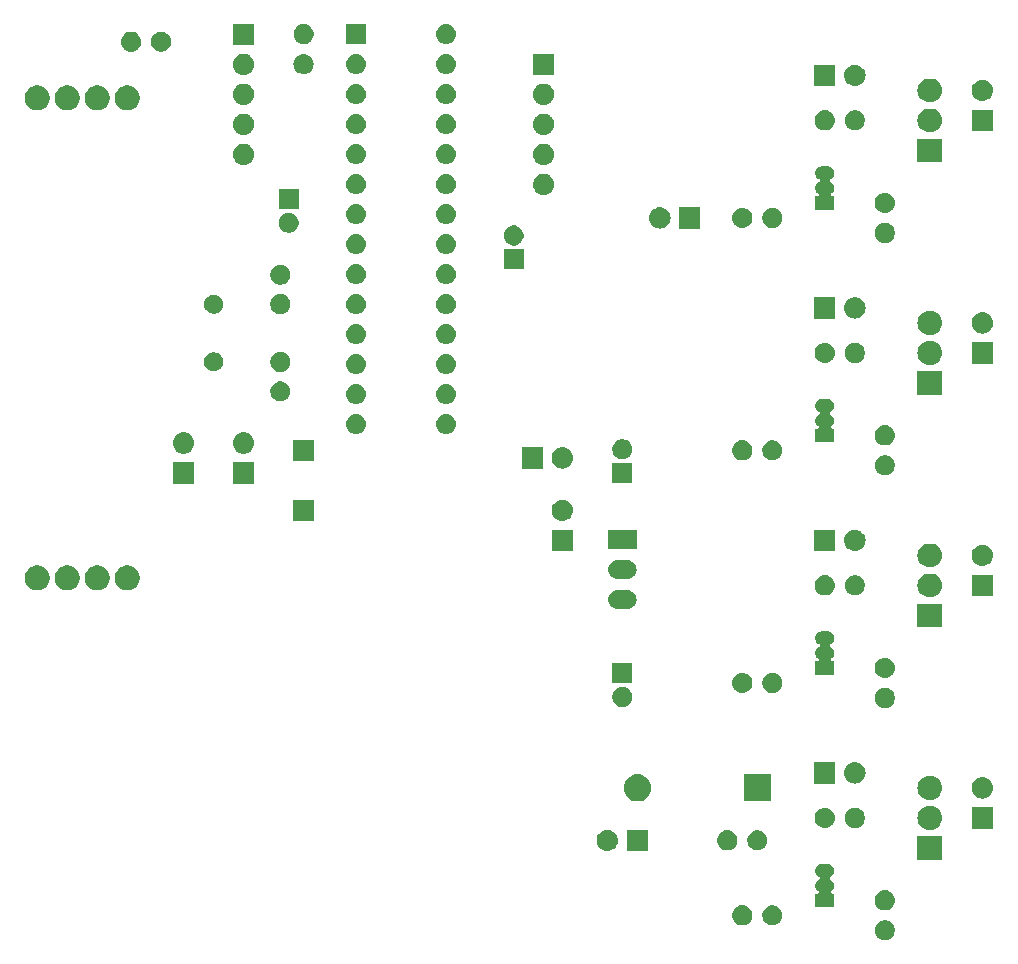
<source format=gbr>
G04 #@! TF.GenerationSoftware,KiCad,Pcbnew,(5.0.1)-4*
G04 #@! TF.CreationDate,2018-12-26T20:48:14-08:00*
G04 #@! TF.ProjectId,Launch_Controller-Pad_Box,4C61756E63685F436F6E74726F6C6C65,rev?*
G04 #@! TF.SameCoordinates,Original*
G04 #@! TF.FileFunction,Soldermask,Top*
G04 #@! TF.FilePolarity,Negative*
%FSLAX46Y46*%
G04 Gerber Fmt 4.6, Leading zero omitted, Abs format (unit mm)*
G04 Created by KiCad (PCBNEW (5.0.1)-4) date 12/26/2018 8:48:14 PM*
%MOMM*%
%LPD*%
G01*
G04 APERTURE LIST*
%ADD10C,0.100000*%
G04 APERTURE END LIST*
D10*
G36*
X116453228Y-126816703D02*
X116608100Y-126880853D01*
X116747481Y-126973985D01*
X116866015Y-127092519D01*
X116959147Y-127231900D01*
X117023297Y-127386772D01*
X117056000Y-127551184D01*
X117056000Y-127718816D01*
X117023297Y-127883228D01*
X116959147Y-128038100D01*
X116866015Y-128177481D01*
X116747481Y-128296015D01*
X116608100Y-128389147D01*
X116453228Y-128453297D01*
X116288816Y-128486000D01*
X116121184Y-128486000D01*
X115956772Y-128453297D01*
X115801900Y-128389147D01*
X115662519Y-128296015D01*
X115543985Y-128177481D01*
X115450853Y-128038100D01*
X115386703Y-127883228D01*
X115354000Y-127718816D01*
X115354000Y-127551184D01*
X115386703Y-127386772D01*
X115450853Y-127231900D01*
X115543985Y-127092519D01*
X115662519Y-126973985D01*
X115801900Y-126880853D01*
X115956772Y-126816703D01*
X116121184Y-126784000D01*
X116288816Y-126784000D01*
X116453228Y-126816703D01*
X116453228Y-126816703D01*
G37*
G36*
X106928228Y-125546703D02*
X107083100Y-125610853D01*
X107222481Y-125703985D01*
X107341015Y-125822519D01*
X107434147Y-125961900D01*
X107498297Y-126116772D01*
X107531000Y-126281184D01*
X107531000Y-126448816D01*
X107498297Y-126613228D01*
X107434147Y-126768100D01*
X107341015Y-126907481D01*
X107222481Y-127026015D01*
X107083100Y-127119147D01*
X106928228Y-127183297D01*
X106763816Y-127216000D01*
X106596184Y-127216000D01*
X106431772Y-127183297D01*
X106276900Y-127119147D01*
X106137519Y-127026015D01*
X106018985Y-126907481D01*
X105925853Y-126768100D01*
X105861703Y-126613228D01*
X105829000Y-126448816D01*
X105829000Y-126281184D01*
X105861703Y-126116772D01*
X105925853Y-125961900D01*
X106018985Y-125822519D01*
X106137519Y-125703985D01*
X106276900Y-125610853D01*
X106431772Y-125546703D01*
X106596184Y-125514000D01*
X106763816Y-125514000D01*
X106928228Y-125546703D01*
X106928228Y-125546703D01*
G37*
G36*
X104306821Y-125526313D02*
X104306824Y-125526314D01*
X104306825Y-125526314D01*
X104467239Y-125574975D01*
X104467241Y-125574976D01*
X104467244Y-125574977D01*
X104615078Y-125653995D01*
X104744659Y-125760341D01*
X104851005Y-125889922D01*
X104930023Y-126037756D01*
X104930024Y-126037759D01*
X104930025Y-126037761D01*
X104978686Y-126198175D01*
X104978687Y-126198179D01*
X104995117Y-126365000D01*
X104978687Y-126531821D01*
X104978686Y-126531824D01*
X104978686Y-126531825D01*
X104953993Y-126613228D01*
X104930023Y-126692244D01*
X104851005Y-126840078D01*
X104744659Y-126969659D01*
X104615078Y-127076005D01*
X104467244Y-127155023D01*
X104467241Y-127155024D01*
X104467239Y-127155025D01*
X104306825Y-127203686D01*
X104306824Y-127203686D01*
X104306821Y-127203687D01*
X104181804Y-127216000D01*
X104098196Y-127216000D01*
X103973179Y-127203687D01*
X103973176Y-127203686D01*
X103973175Y-127203686D01*
X103812761Y-127155025D01*
X103812759Y-127155024D01*
X103812756Y-127155023D01*
X103664922Y-127076005D01*
X103535341Y-126969659D01*
X103428995Y-126840078D01*
X103349977Y-126692244D01*
X103326008Y-126613228D01*
X103301314Y-126531825D01*
X103301314Y-126531824D01*
X103301313Y-126531821D01*
X103284883Y-126365000D01*
X103301313Y-126198179D01*
X103301314Y-126198175D01*
X103349975Y-126037761D01*
X103349976Y-126037759D01*
X103349977Y-126037756D01*
X103428995Y-125889922D01*
X103535341Y-125760341D01*
X103664922Y-125653995D01*
X103812756Y-125574977D01*
X103812759Y-125574976D01*
X103812761Y-125574975D01*
X103973175Y-125526314D01*
X103973176Y-125526314D01*
X103973179Y-125526313D01*
X104098196Y-125514000D01*
X104181804Y-125514000D01*
X104306821Y-125526313D01*
X104306821Y-125526313D01*
G37*
G36*
X116371821Y-124256313D02*
X116371824Y-124256314D01*
X116371825Y-124256314D01*
X116532239Y-124304975D01*
X116532241Y-124304976D01*
X116532244Y-124304977D01*
X116680078Y-124383995D01*
X116809659Y-124490341D01*
X116916005Y-124619922D01*
X116995023Y-124767756D01*
X117043687Y-124928179D01*
X117060117Y-125095000D01*
X117043687Y-125261821D01*
X116995023Y-125422244D01*
X116916005Y-125570078D01*
X116809659Y-125699659D01*
X116680078Y-125806005D01*
X116532244Y-125885023D01*
X116532241Y-125885024D01*
X116532239Y-125885025D01*
X116371825Y-125933686D01*
X116371824Y-125933686D01*
X116371821Y-125933687D01*
X116246804Y-125946000D01*
X116163196Y-125946000D01*
X116038179Y-125933687D01*
X116038176Y-125933686D01*
X116038175Y-125933686D01*
X115877761Y-125885025D01*
X115877759Y-125885024D01*
X115877756Y-125885023D01*
X115729922Y-125806005D01*
X115600341Y-125699659D01*
X115493995Y-125570078D01*
X115414977Y-125422244D01*
X115366313Y-125261821D01*
X115349883Y-125095000D01*
X115366313Y-124928179D01*
X115414977Y-124767756D01*
X115493995Y-124619922D01*
X115600341Y-124490341D01*
X115729922Y-124383995D01*
X115877756Y-124304977D01*
X115877759Y-124304976D01*
X115877761Y-124304975D01*
X116038175Y-124256314D01*
X116038176Y-124256314D01*
X116038179Y-124256313D01*
X116163196Y-124244000D01*
X116246804Y-124244000D01*
X116371821Y-124256313D01*
X116371821Y-124256313D01*
G37*
G36*
X111462916Y-121987334D02*
X111571492Y-122020271D01*
X111671557Y-122073756D01*
X111759264Y-122145736D01*
X111831244Y-122233443D01*
X111884729Y-122333508D01*
X111917666Y-122442084D01*
X111928787Y-122555000D01*
X111917666Y-122667916D01*
X111884729Y-122776492D01*
X111884726Y-122776497D01*
X111831244Y-122876557D01*
X111759264Y-122964264D01*
X111671557Y-123036244D01*
X111590143Y-123079760D01*
X111569768Y-123093373D01*
X111552441Y-123110701D01*
X111538827Y-123131075D01*
X111529450Y-123153714D01*
X111524669Y-123177747D01*
X111524669Y-123202252D01*
X111529449Y-123226285D01*
X111538827Y-123248924D01*
X111552440Y-123269299D01*
X111569768Y-123286626D01*
X111590143Y-123300240D01*
X111671557Y-123343756D01*
X111759264Y-123415736D01*
X111831244Y-123503443D01*
X111884729Y-123603508D01*
X111917666Y-123712084D01*
X111928787Y-123825000D01*
X111917666Y-123937916D01*
X111884729Y-124046492D01*
X111884726Y-124046497D01*
X111831244Y-124146557D01*
X111759264Y-124234264D01*
X111682365Y-124297374D01*
X111665038Y-124314701D01*
X111651424Y-124335076D01*
X111642046Y-124357715D01*
X111637266Y-124381748D01*
X111637266Y-124406252D01*
X111642047Y-124430286D01*
X111651424Y-124452925D01*
X111665038Y-124473299D01*
X111682365Y-124490626D01*
X111702740Y-124504240D01*
X111725379Y-124513618D01*
X111761664Y-124519000D01*
X111926000Y-124519000D01*
X111926000Y-125671000D01*
X110324000Y-125671000D01*
X110324000Y-124519000D01*
X110488336Y-124519000D01*
X110512722Y-124516598D01*
X110536171Y-124509485D01*
X110557782Y-124497934D01*
X110576724Y-124482388D01*
X110592270Y-124463446D01*
X110603821Y-124441835D01*
X110610934Y-124418386D01*
X110613336Y-124394000D01*
X110610934Y-124369614D01*
X110603821Y-124346165D01*
X110592270Y-124324554D01*
X110567635Y-124297374D01*
X110490736Y-124234264D01*
X110418756Y-124146557D01*
X110365274Y-124046497D01*
X110365271Y-124046492D01*
X110332334Y-123937916D01*
X110321213Y-123825000D01*
X110332334Y-123712084D01*
X110365271Y-123603508D01*
X110418756Y-123503443D01*
X110490736Y-123415736D01*
X110578443Y-123343756D01*
X110659857Y-123300240D01*
X110680232Y-123286627D01*
X110697559Y-123269299D01*
X110711173Y-123248925D01*
X110720550Y-123226286D01*
X110725331Y-123202253D01*
X110725331Y-123177748D01*
X110720551Y-123153715D01*
X110711173Y-123131076D01*
X110697560Y-123110701D01*
X110680232Y-123093374D01*
X110659857Y-123079760D01*
X110578443Y-123036244D01*
X110490736Y-122964264D01*
X110418756Y-122876557D01*
X110365274Y-122776497D01*
X110365271Y-122776492D01*
X110332334Y-122667916D01*
X110321213Y-122555000D01*
X110332334Y-122442084D01*
X110365271Y-122333508D01*
X110418756Y-122233443D01*
X110490736Y-122145736D01*
X110578443Y-122073756D01*
X110678508Y-122020271D01*
X110787084Y-121987334D01*
X110871702Y-121979000D01*
X111378298Y-121979000D01*
X111462916Y-121987334D01*
X111462916Y-121987334D01*
G37*
G36*
X121066000Y-121653500D02*
X118964000Y-121653500D01*
X118964000Y-119646500D01*
X121066000Y-119646500D01*
X121066000Y-121653500D01*
X121066000Y-121653500D01*
G37*
G36*
X96151000Y-120916000D02*
X94349000Y-120916000D01*
X94349000Y-119114000D01*
X96151000Y-119114000D01*
X96151000Y-120916000D01*
X96151000Y-120916000D01*
G37*
G36*
X92820443Y-119120519D02*
X92886627Y-119127037D01*
X92999853Y-119161384D01*
X93056467Y-119178557D01*
X93143311Y-119224977D01*
X93212991Y-119262222D01*
X93248729Y-119291552D01*
X93350186Y-119374814D01*
X93430369Y-119472519D01*
X93462778Y-119512009D01*
X93462779Y-119512011D01*
X93546443Y-119668533D01*
X93563616Y-119725147D01*
X93597963Y-119838373D01*
X93615359Y-120015000D01*
X93597963Y-120191627D01*
X93576243Y-120263228D01*
X93546443Y-120361467D01*
X93477698Y-120490078D01*
X93462778Y-120517991D01*
X93433448Y-120553729D01*
X93350186Y-120655186D01*
X93248729Y-120738448D01*
X93212991Y-120767778D01*
X93212989Y-120767779D01*
X93056467Y-120851443D01*
X93049069Y-120853687D01*
X92886627Y-120902963D01*
X92820442Y-120909482D01*
X92754260Y-120916000D01*
X92665740Y-120916000D01*
X92599558Y-120909482D01*
X92533373Y-120902963D01*
X92370931Y-120853687D01*
X92363533Y-120851443D01*
X92207011Y-120767779D01*
X92207009Y-120767778D01*
X92171271Y-120738448D01*
X92069814Y-120655186D01*
X91986552Y-120553729D01*
X91957222Y-120517991D01*
X91942302Y-120490078D01*
X91873557Y-120361467D01*
X91843757Y-120263228D01*
X91822037Y-120191627D01*
X91804641Y-120015000D01*
X91822037Y-119838373D01*
X91856384Y-119725147D01*
X91873557Y-119668533D01*
X91957221Y-119512011D01*
X91957222Y-119512009D01*
X91989631Y-119472519D01*
X92069814Y-119374814D01*
X92171271Y-119291552D01*
X92207009Y-119262222D01*
X92276689Y-119224977D01*
X92363533Y-119178557D01*
X92420147Y-119161384D01*
X92533373Y-119127037D01*
X92599557Y-119120519D01*
X92665740Y-119114000D01*
X92754260Y-119114000D01*
X92820443Y-119120519D01*
X92820443Y-119120519D01*
G37*
G36*
X105658228Y-119196703D02*
X105813100Y-119260853D01*
X105952481Y-119353985D01*
X106071015Y-119472519D01*
X106164147Y-119611900D01*
X106228297Y-119766772D01*
X106261000Y-119931184D01*
X106261000Y-120098816D01*
X106228297Y-120263228D01*
X106164147Y-120418100D01*
X106071015Y-120557481D01*
X105952481Y-120676015D01*
X105813100Y-120769147D01*
X105658228Y-120833297D01*
X105493816Y-120866000D01*
X105326184Y-120866000D01*
X105161772Y-120833297D01*
X105006900Y-120769147D01*
X104867519Y-120676015D01*
X104748985Y-120557481D01*
X104655853Y-120418100D01*
X104591703Y-120263228D01*
X104559000Y-120098816D01*
X104559000Y-119931184D01*
X104591703Y-119766772D01*
X104655853Y-119611900D01*
X104748985Y-119472519D01*
X104867519Y-119353985D01*
X105006900Y-119260853D01*
X105161772Y-119196703D01*
X105326184Y-119164000D01*
X105493816Y-119164000D01*
X105658228Y-119196703D01*
X105658228Y-119196703D01*
G37*
G36*
X103036821Y-119176313D02*
X103036824Y-119176314D01*
X103036825Y-119176314D01*
X103197239Y-119224975D01*
X103197241Y-119224976D01*
X103197244Y-119224977D01*
X103345078Y-119303995D01*
X103474659Y-119410341D01*
X103581005Y-119539922D01*
X103660023Y-119687756D01*
X103660024Y-119687759D01*
X103660025Y-119687761D01*
X103705713Y-119838375D01*
X103708687Y-119848179D01*
X103725117Y-120015000D01*
X103708687Y-120181821D01*
X103708686Y-120181824D01*
X103708686Y-120181825D01*
X103683993Y-120263228D01*
X103660023Y-120342244D01*
X103581005Y-120490078D01*
X103474659Y-120619659D01*
X103345078Y-120726005D01*
X103197244Y-120805023D01*
X103197241Y-120805024D01*
X103197239Y-120805025D01*
X103036825Y-120853686D01*
X103036824Y-120853686D01*
X103036821Y-120853687D01*
X102911804Y-120866000D01*
X102828196Y-120866000D01*
X102703179Y-120853687D01*
X102703176Y-120853686D01*
X102703175Y-120853686D01*
X102542761Y-120805025D01*
X102542759Y-120805024D01*
X102542756Y-120805023D01*
X102394922Y-120726005D01*
X102265341Y-120619659D01*
X102158995Y-120490078D01*
X102079977Y-120342244D01*
X102056008Y-120263228D01*
X102031314Y-120181825D01*
X102031314Y-120181824D01*
X102031313Y-120181821D01*
X102014883Y-120015000D01*
X102031313Y-119848179D01*
X102034287Y-119838375D01*
X102079975Y-119687761D01*
X102079976Y-119687759D01*
X102079977Y-119687756D01*
X102158995Y-119539922D01*
X102265341Y-119410341D01*
X102394922Y-119303995D01*
X102542756Y-119224977D01*
X102542759Y-119224976D01*
X102542761Y-119224975D01*
X102703175Y-119176314D01*
X102703176Y-119176314D01*
X102703179Y-119176313D01*
X102828196Y-119164000D01*
X102911804Y-119164000D01*
X103036821Y-119176313D01*
X103036821Y-119176313D01*
G37*
G36*
X120170764Y-117112308D02*
X120259220Y-117121020D01*
X120448381Y-117178401D01*
X120622712Y-117271583D01*
X120775515Y-117396985D01*
X120900917Y-117549788D01*
X120994099Y-117724119D01*
X121051480Y-117913280D01*
X121070855Y-118110000D01*
X121051480Y-118306720D01*
X120994099Y-118495881D01*
X120900917Y-118670212D01*
X120775515Y-118823015D01*
X120622712Y-118948417D01*
X120448381Y-119041599D01*
X120259220Y-119098980D01*
X120170764Y-119107692D01*
X120111796Y-119113500D01*
X119918204Y-119113500D01*
X119859236Y-119107692D01*
X119770780Y-119098980D01*
X119581619Y-119041599D01*
X119407288Y-118948417D01*
X119254485Y-118823015D01*
X119129083Y-118670212D01*
X119035901Y-118495881D01*
X118978520Y-118306720D01*
X118959145Y-118110000D01*
X118978520Y-117913280D01*
X119035901Y-117724119D01*
X119129083Y-117549788D01*
X119254485Y-117396985D01*
X119407288Y-117271583D01*
X119581619Y-117178401D01*
X119770780Y-117121020D01*
X119859236Y-117112308D01*
X119918204Y-117106500D01*
X120111796Y-117106500D01*
X120170764Y-117112308D01*
X120170764Y-117112308D01*
G37*
G36*
X125361000Y-119011000D02*
X123559000Y-119011000D01*
X123559000Y-117209000D01*
X125361000Y-117209000D01*
X125361000Y-119011000D01*
X125361000Y-119011000D01*
G37*
G36*
X111291821Y-117271313D02*
X111291824Y-117271314D01*
X111291825Y-117271314D01*
X111452239Y-117319975D01*
X111452241Y-117319976D01*
X111452244Y-117319977D01*
X111600078Y-117398995D01*
X111729659Y-117505341D01*
X111836005Y-117634922D01*
X111915023Y-117782756D01*
X111915024Y-117782759D01*
X111915025Y-117782761D01*
X111954617Y-117913280D01*
X111963687Y-117943179D01*
X111980117Y-118110000D01*
X111963687Y-118276821D01*
X111963686Y-118276824D01*
X111963686Y-118276825D01*
X111938993Y-118358228D01*
X111915023Y-118437244D01*
X111836005Y-118585078D01*
X111729659Y-118714659D01*
X111600078Y-118821005D01*
X111452244Y-118900023D01*
X111452241Y-118900024D01*
X111452239Y-118900025D01*
X111291825Y-118948686D01*
X111291824Y-118948686D01*
X111291821Y-118948687D01*
X111166804Y-118961000D01*
X111083196Y-118961000D01*
X110958179Y-118948687D01*
X110958176Y-118948686D01*
X110958175Y-118948686D01*
X110797761Y-118900025D01*
X110797759Y-118900024D01*
X110797756Y-118900023D01*
X110649922Y-118821005D01*
X110520341Y-118714659D01*
X110413995Y-118585078D01*
X110334977Y-118437244D01*
X110311008Y-118358228D01*
X110286314Y-118276825D01*
X110286314Y-118276824D01*
X110286313Y-118276821D01*
X110269883Y-118110000D01*
X110286313Y-117943179D01*
X110295383Y-117913280D01*
X110334975Y-117782761D01*
X110334976Y-117782759D01*
X110334977Y-117782756D01*
X110413995Y-117634922D01*
X110520341Y-117505341D01*
X110649922Y-117398995D01*
X110797756Y-117319977D01*
X110797759Y-117319976D01*
X110797761Y-117319975D01*
X110958175Y-117271314D01*
X110958176Y-117271314D01*
X110958179Y-117271313D01*
X111083196Y-117259000D01*
X111166804Y-117259000D01*
X111291821Y-117271313D01*
X111291821Y-117271313D01*
G37*
G36*
X113913228Y-117291703D02*
X114068100Y-117355853D01*
X114207481Y-117448985D01*
X114326015Y-117567519D01*
X114419147Y-117706900D01*
X114483297Y-117861772D01*
X114516000Y-118026184D01*
X114516000Y-118193816D01*
X114483297Y-118358228D01*
X114419147Y-118513100D01*
X114326015Y-118652481D01*
X114207481Y-118771015D01*
X114068100Y-118864147D01*
X113913228Y-118928297D01*
X113748816Y-118961000D01*
X113581184Y-118961000D01*
X113416772Y-118928297D01*
X113261900Y-118864147D01*
X113122519Y-118771015D01*
X113003985Y-118652481D01*
X112910853Y-118513100D01*
X112846703Y-118358228D01*
X112814000Y-118193816D01*
X112814000Y-118026184D01*
X112846703Y-117861772D01*
X112910853Y-117706900D01*
X113003985Y-117567519D01*
X113122519Y-117448985D01*
X113261900Y-117355853D01*
X113416772Y-117291703D01*
X113581184Y-117259000D01*
X113748816Y-117259000D01*
X113913228Y-117291703D01*
X113913228Y-117291703D01*
G37*
G36*
X106561000Y-116721000D02*
X104259000Y-116721000D01*
X104259000Y-114419000D01*
X106561000Y-114419000D01*
X106561000Y-116721000D01*
X106561000Y-116721000D01*
G37*
G36*
X95374180Y-114425662D02*
X95475635Y-114435654D01*
X95692600Y-114501470D01*
X95692602Y-114501471D01*
X95692605Y-114501472D01*
X95892556Y-114608347D01*
X96067818Y-114752182D01*
X96211653Y-114927444D01*
X96318528Y-115127395D01*
X96318529Y-115127398D01*
X96318530Y-115127400D01*
X96384346Y-115344365D01*
X96406569Y-115570000D01*
X96384346Y-115795635D01*
X96318530Y-116012600D01*
X96318528Y-116012605D01*
X96211653Y-116212556D01*
X96067818Y-116387818D01*
X95892556Y-116531653D01*
X95692605Y-116638528D01*
X95692602Y-116638529D01*
X95692600Y-116638530D01*
X95475635Y-116704346D01*
X95374180Y-116714338D01*
X95306545Y-116721000D01*
X95193455Y-116721000D01*
X95125820Y-116714338D01*
X95024365Y-116704346D01*
X94807400Y-116638530D01*
X94807398Y-116638529D01*
X94807395Y-116638528D01*
X94607444Y-116531653D01*
X94432182Y-116387818D01*
X94288347Y-116212556D01*
X94181472Y-116012605D01*
X94181470Y-116012600D01*
X94115654Y-115795635D01*
X94093431Y-115570000D01*
X94115654Y-115344365D01*
X94181470Y-115127400D01*
X94181471Y-115127398D01*
X94181472Y-115127395D01*
X94288347Y-114927444D01*
X94432182Y-114752182D01*
X94607444Y-114608347D01*
X94807395Y-114501472D01*
X94807398Y-114501471D01*
X94807400Y-114501470D01*
X95024365Y-114435654D01*
X95125820Y-114425662D01*
X95193455Y-114419000D01*
X95306545Y-114419000D01*
X95374180Y-114425662D01*
X95374180Y-114425662D01*
G37*
G36*
X120170764Y-114572308D02*
X120259220Y-114581020D01*
X120448381Y-114638401D01*
X120622712Y-114731583D01*
X120775515Y-114856985D01*
X120900917Y-115009788D01*
X120994099Y-115184119D01*
X121051480Y-115373280D01*
X121070855Y-115570000D01*
X121051480Y-115766720D01*
X120994099Y-115955881D01*
X120900917Y-116130212D01*
X120775515Y-116283015D01*
X120622712Y-116408417D01*
X120448381Y-116501599D01*
X120259220Y-116558980D01*
X120170764Y-116567692D01*
X120111796Y-116573500D01*
X119918204Y-116573500D01*
X119859236Y-116567692D01*
X119770780Y-116558980D01*
X119581619Y-116501599D01*
X119407288Y-116408417D01*
X119254485Y-116283015D01*
X119129083Y-116130212D01*
X119035901Y-115955881D01*
X118978520Y-115766720D01*
X118959145Y-115570000D01*
X118978520Y-115373280D01*
X119035901Y-115184119D01*
X119129083Y-115009788D01*
X119254485Y-114856985D01*
X119407288Y-114731583D01*
X119581619Y-114638401D01*
X119770780Y-114581020D01*
X119859236Y-114572308D01*
X119918204Y-114566500D01*
X120111796Y-114566500D01*
X120170764Y-114572308D01*
X120170764Y-114572308D01*
G37*
G36*
X124570443Y-114675519D02*
X124636627Y-114682037D01*
X124749853Y-114716384D01*
X124806467Y-114733557D01*
X124841311Y-114752182D01*
X124962991Y-114817222D01*
X124998729Y-114846552D01*
X125100186Y-114929814D01*
X125183448Y-115031271D01*
X125212778Y-115067009D01*
X125212779Y-115067011D01*
X125296443Y-115223533D01*
X125296443Y-115223534D01*
X125347963Y-115393373D01*
X125365359Y-115570000D01*
X125347963Y-115746627D01*
X125313616Y-115859853D01*
X125296443Y-115916467D01*
X125275375Y-115955881D01*
X125212778Y-116072991D01*
X125183448Y-116108729D01*
X125100186Y-116210186D01*
X125011442Y-116283015D01*
X124962991Y-116322778D01*
X124962989Y-116322779D01*
X124806467Y-116406443D01*
X124799959Y-116408417D01*
X124636627Y-116457963D01*
X124570442Y-116464482D01*
X124504260Y-116471000D01*
X124415740Y-116471000D01*
X124349558Y-116464482D01*
X124283373Y-116457963D01*
X124120041Y-116408417D01*
X124113533Y-116406443D01*
X123957011Y-116322779D01*
X123957009Y-116322778D01*
X123908558Y-116283015D01*
X123819814Y-116210186D01*
X123736552Y-116108729D01*
X123707222Y-116072991D01*
X123644625Y-115955881D01*
X123623557Y-115916467D01*
X123606384Y-115859853D01*
X123572037Y-115746627D01*
X123554641Y-115570000D01*
X123572037Y-115393373D01*
X123623557Y-115223534D01*
X123623557Y-115223533D01*
X123707221Y-115067011D01*
X123707222Y-115067009D01*
X123736552Y-115031271D01*
X123819814Y-114929814D01*
X123921271Y-114846552D01*
X123957009Y-114817222D01*
X124078689Y-114752182D01*
X124113533Y-114733557D01*
X124170147Y-114716384D01*
X124283373Y-114682037D01*
X124349557Y-114675519D01*
X124415740Y-114669000D01*
X124504260Y-114669000D01*
X124570443Y-114675519D01*
X124570443Y-114675519D01*
G37*
G36*
X113775443Y-113405519D02*
X113841627Y-113412037D01*
X113954853Y-113446384D01*
X114011467Y-113463557D01*
X114150087Y-113537652D01*
X114167991Y-113547222D01*
X114203729Y-113576552D01*
X114305186Y-113659814D01*
X114388448Y-113761271D01*
X114417778Y-113797009D01*
X114417779Y-113797011D01*
X114501443Y-113953533D01*
X114501443Y-113953534D01*
X114552963Y-114123373D01*
X114570359Y-114300000D01*
X114552963Y-114476627D01*
X114545426Y-114501472D01*
X114501443Y-114646467D01*
X114482430Y-114682037D01*
X114417778Y-114802991D01*
X114388448Y-114838729D01*
X114305186Y-114940186D01*
X114220374Y-115009788D01*
X114167991Y-115052778D01*
X114167989Y-115052779D01*
X114011467Y-115136443D01*
X113954853Y-115153616D01*
X113841627Y-115187963D01*
X113775442Y-115194482D01*
X113709260Y-115201000D01*
X113620740Y-115201000D01*
X113554558Y-115194482D01*
X113488373Y-115187963D01*
X113375147Y-115153616D01*
X113318533Y-115136443D01*
X113162011Y-115052779D01*
X113162009Y-115052778D01*
X113109626Y-115009788D01*
X113024814Y-114940186D01*
X112941552Y-114838729D01*
X112912222Y-114802991D01*
X112847570Y-114682037D01*
X112828557Y-114646467D01*
X112784574Y-114501472D01*
X112777037Y-114476627D01*
X112759641Y-114300000D01*
X112777037Y-114123373D01*
X112828557Y-113953534D01*
X112828557Y-113953533D01*
X112912221Y-113797011D01*
X112912222Y-113797009D01*
X112941552Y-113761271D01*
X113024814Y-113659814D01*
X113126271Y-113576552D01*
X113162009Y-113547222D01*
X113179913Y-113537652D01*
X113318533Y-113463557D01*
X113375147Y-113446384D01*
X113488373Y-113412037D01*
X113554557Y-113405519D01*
X113620740Y-113399000D01*
X113709260Y-113399000D01*
X113775443Y-113405519D01*
X113775443Y-113405519D01*
G37*
G36*
X112026000Y-115201000D02*
X110224000Y-115201000D01*
X110224000Y-113399000D01*
X112026000Y-113399000D01*
X112026000Y-115201000D01*
X112026000Y-115201000D01*
G37*
G36*
X116453228Y-107131703D02*
X116608100Y-107195853D01*
X116747481Y-107288985D01*
X116866015Y-107407519D01*
X116959147Y-107546900D01*
X117023297Y-107701772D01*
X117056000Y-107866184D01*
X117056000Y-108033816D01*
X117023297Y-108198228D01*
X116959147Y-108353100D01*
X116866015Y-108492481D01*
X116747481Y-108611015D01*
X116608100Y-108704147D01*
X116453228Y-108768297D01*
X116288816Y-108801000D01*
X116121184Y-108801000D01*
X115956772Y-108768297D01*
X115801900Y-108704147D01*
X115662519Y-108611015D01*
X115543985Y-108492481D01*
X115450853Y-108353100D01*
X115386703Y-108198228D01*
X115354000Y-108033816D01*
X115354000Y-107866184D01*
X115386703Y-107701772D01*
X115450853Y-107546900D01*
X115543985Y-107407519D01*
X115662519Y-107288985D01*
X115801900Y-107195853D01*
X115956772Y-107131703D01*
X116121184Y-107099000D01*
X116288816Y-107099000D01*
X116453228Y-107131703D01*
X116453228Y-107131703D01*
G37*
G36*
X94228228Y-107059806D02*
X94383100Y-107123956D01*
X94522481Y-107217088D01*
X94641015Y-107335622D01*
X94734147Y-107475003D01*
X94798297Y-107629875D01*
X94831000Y-107794287D01*
X94831000Y-107961919D01*
X94798297Y-108126331D01*
X94734147Y-108281203D01*
X94641015Y-108420584D01*
X94522481Y-108539118D01*
X94383100Y-108632250D01*
X94228228Y-108696400D01*
X94063816Y-108729103D01*
X93896184Y-108729103D01*
X93731772Y-108696400D01*
X93576900Y-108632250D01*
X93437519Y-108539118D01*
X93318985Y-108420584D01*
X93225853Y-108281203D01*
X93161703Y-108126331D01*
X93129000Y-107961919D01*
X93129000Y-107794287D01*
X93161703Y-107629875D01*
X93225853Y-107475003D01*
X93318985Y-107335622D01*
X93437519Y-107217088D01*
X93576900Y-107123956D01*
X93731772Y-107059806D01*
X93896184Y-107027103D01*
X94063816Y-107027103D01*
X94228228Y-107059806D01*
X94228228Y-107059806D01*
G37*
G36*
X106928228Y-105861703D02*
X107083100Y-105925853D01*
X107222481Y-106018985D01*
X107341015Y-106137519D01*
X107434147Y-106276900D01*
X107498297Y-106431772D01*
X107531000Y-106596184D01*
X107531000Y-106763816D01*
X107498297Y-106928228D01*
X107434147Y-107083100D01*
X107341015Y-107222481D01*
X107222481Y-107341015D01*
X107083100Y-107434147D01*
X106928228Y-107498297D01*
X106763816Y-107531000D01*
X106596184Y-107531000D01*
X106431772Y-107498297D01*
X106276900Y-107434147D01*
X106137519Y-107341015D01*
X106018985Y-107222481D01*
X105925853Y-107083100D01*
X105861703Y-106928228D01*
X105829000Y-106763816D01*
X105829000Y-106596184D01*
X105861703Y-106431772D01*
X105925853Y-106276900D01*
X106018985Y-106137519D01*
X106137519Y-106018985D01*
X106276900Y-105925853D01*
X106431772Y-105861703D01*
X106596184Y-105829000D01*
X106763816Y-105829000D01*
X106928228Y-105861703D01*
X106928228Y-105861703D01*
G37*
G36*
X104306821Y-105841313D02*
X104306824Y-105841314D01*
X104306825Y-105841314D01*
X104467239Y-105889975D01*
X104467241Y-105889976D01*
X104467244Y-105889977D01*
X104615078Y-105968995D01*
X104744659Y-106075341D01*
X104851005Y-106204922D01*
X104930023Y-106352756D01*
X104930024Y-106352759D01*
X104930025Y-106352761D01*
X104978686Y-106513175D01*
X104978687Y-106513179D01*
X104995117Y-106680000D01*
X104978687Y-106846821D01*
X104978686Y-106846824D01*
X104978686Y-106846825D01*
X104953993Y-106928228D01*
X104930023Y-107007244D01*
X104851005Y-107155078D01*
X104744659Y-107284659D01*
X104615078Y-107391005D01*
X104467244Y-107470023D01*
X104467241Y-107470024D01*
X104467239Y-107470025D01*
X104306825Y-107518686D01*
X104306824Y-107518686D01*
X104306821Y-107518687D01*
X104181804Y-107531000D01*
X104098196Y-107531000D01*
X103973179Y-107518687D01*
X103973176Y-107518686D01*
X103973175Y-107518686D01*
X103812761Y-107470025D01*
X103812759Y-107470024D01*
X103812756Y-107470023D01*
X103664922Y-107391005D01*
X103535341Y-107284659D01*
X103428995Y-107155078D01*
X103349977Y-107007244D01*
X103326008Y-106928228D01*
X103301314Y-106846825D01*
X103301314Y-106846824D01*
X103301313Y-106846821D01*
X103284883Y-106680000D01*
X103301313Y-106513179D01*
X103301314Y-106513175D01*
X103349975Y-106352761D01*
X103349976Y-106352759D01*
X103349977Y-106352756D01*
X103428995Y-106204922D01*
X103535341Y-106075341D01*
X103664922Y-105968995D01*
X103812756Y-105889977D01*
X103812759Y-105889976D01*
X103812761Y-105889975D01*
X103973175Y-105841314D01*
X103973176Y-105841314D01*
X103973179Y-105841313D01*
X104098196Y-105829000D01*
X104181804Y-105829000D01*
X104306821Y-105841313D01*
X104306821Y-105841313D01*
G37*
G36*
X94831000Y-106729103D02*
X93129000Y-106729103D01*
X93129000Y-105027103D01*
X94831000Y-105027103D01*
X94831000Y-106729103D01*
X94831000Y-106729103D01*
G37*
G36*
X116371821Y-104571313D02*
X116371824Y-104571314D01*
X116371825Y-104571314D01*
X116532239Y-104619975D01*
X116532241Y-104619976D01*
X116532244Y-104619977D01*
X116680078Y-104698995D01*
X116809659Y-104805341D01*
X116916005Y-104934922D01*
X116995023Y-105082756D01*
X117043687Y-105243179D01*
X117060117Y-105410000D01*
X117043687Y-105576821D01*
X116995023Y-105737244D01*
X116916005Y-105885078D01*
X116809659Y-106014659D01*
X116680078Y-106121005D01*
X116532244Y-106200023D01*
X116532241Y-106200024D01*
X116532239Y-106200025D01*
X116371825Y-106248686D01*
X116371824Y-106248686D01*
X116371821Y-106248687D01*
X116246804Y-106261000D01*
X116163196Y-106261000D01*
X116038179Y-106248687D01*
X116038176Y-106248686D01*
X116038175Y-106248686D01*
X115877761Y-106200025D01*
X115877759Y-106200024D01*
X115877756Y-106200023D01*
X115729922Y-106121005D01*
X115600341Y-106014659D01*
X115493995Y-105885078D01*
X115414977Y-105737244D01*
X115366313Y-105576821D01*
X115349883Y-105410000D01*
X115366313Y-105243179D01*
X115414977Y-105082756D01*
X115493995Y-104934922D01*
X115600341Y-104805341D01*
X115729922Y-104698995D01*
X115877756Y-104619977D01*
X115877759Y-104619976D01*
X115877761Y-104619975D01*
X116038175Y-104571314D01*
X116038176Y-104571314D01*
X116038179Y-104571313D01*
X116163196Y-104559000D01*
X116246804Y-104559000D01*
X116371821Y-104571313D01*
X116371821Y-104571313D01*
G37*
G36*
X111462916Y-102302334D02*
X111571492Y-102335271D01*
X111671557Y-102388756D01*
X111759264Y-102460736D01*
X111831244Y-102548443D01*
X111884729Y-102648508D01*
X111917666Y-102757084D01*
X111928787Y-102870000D01*
X111917666Y-102982916D01*
X111884729Y-103091492D01*
X111884726Y-103091497D01*
X111831244Y-103191557D01*
X111759264Y-103279264D01*
X111671557Y-103351244D01*
X111590143Y-103394760D01*
X111569768Y-103408373D01*
X111552441Y-103425701D01*
X111538827Y-103446075D01*
X111529450Y-103468714D01*
X111524669Y-103492747D01*
X111524669Y-103517252D01*
X111529449Y-103541285D01*
X111538827Y-103563924D01*
X111552440Y-103584299D01*
X111569768Y-103601626D01*
X111590143Y-103615240D01*
X111671557Y-103658756D01*
X111759264Y-103730736D01*
X111831244Y-103818443D01*
X111884729Y-103918508D01*
X111917666Y-104027084D01*
X111928787Y-104140000D01*
X111917666Y-104252916D01*
X111884729Y-104361492D01*
X111884726Y-104361497D01*
X111831244Y-104461557D01*
X111759264Y-104549264D01*
X111682365Y-104612374D01*
X111665038Y-104629701D01*
X111651424Y-104650076D01*
X111642046Y-104672715D01*
X111637266Y-104696748D01*
X111637266Y-104721252D01*
X111642047Y-104745286D01*
X111651424Y-104767925D01*
X111665038Y-104788299D01*
X111682365Y-104805626D01*
X111702740Y-104819240D01*
X111725379Y-104828618D01*
X111761664Y-104834000D01*
X111926000Y-104834000D01*
X111926000Y-105986000D01*
X110324000Y-105986000D01*
X110324000Y-104834000D01*
X110488336Y-104834000D01*
X110512722Y-104831598D01*
X110536171Y-104824485D01*
X110557782Y-104812934D01*
X110576724Y-104797388D01*
X110592270Y-104778446D01*
X110603821Y-104756835D01*
X110610934Y-104733386D01*
X110613336Y-104709000D01*
X110610934Y-104684614D01*
X110603821Y-104661165D01*
X110592270Y-104639554D01*
X110567635Y-104612374D01*
X110490736Y-104549264D01*
X110418756Y-104461557D01*
X110365274Y-104361497D01*
X110365271Y-104361492D01*
X110332334Y-104252916D01*
X110321213Y-104140000D01*
X110332334Y-104027084D01*
X110365271Y-103918508D01*
X110418756Y-103818443D01*
X110490736Y-103730736D01*
X110578443Y-103658756D01*
X110659857Y-103615240D01*
X110680232Y-103601627D01*
X110697559Y-103584299D01*
X110711173Y-103563925D01*
X110720550Y-103541286D01*
X110725331Y-103517253D01*
X110725331Y-103492748D01*
X110720551Y-103468715D01*
X110711173Y-103446076D01*
X110697560Y-103425701D01*
X110680232Y-103408374D01*
X110659857Y-103394760D01*
X110578443Y-103351244D01*
X110490736Y-103279264D01*
X110418756Y-103191557D01*
X110365274Y-103091497D01*
X110365271Y-103091492D01*
X110332334Y-102982916D01*
X110321213Y-102870000D01*
X110332334Y-102757084D01*
X110365271Y-102648508D01*
X110418756Y-102548443D01*
X110490736Y-102460736D01*
X110578443Y-102388756D01*
X110678508Y-102335271D01*
X110787084Y-102302334D01*
X110871702Y-102294000D01*
X111378298Y-102294000D01*
X111462916Y-102302334D01*
X111462916Y-102302334D01*
G37*
G36*
X121066000Y-101968500D02*
X118964000Y-101968500D01*
X118964000Y-99961500D01*
X121066000Y-99961500D01*
X121066000Y-101968500D01*
X121066000Y-101968500D01*
G37*
G36*
X94537025Y-98833693D02*
X94688012Y-98879495D01*
X94827165Y-98953873D01*
X94949133Y-99053970D01*
X95049230Y-99175938D01*
X95123608Y-99315091D01*
X95169410Y-99466078D01*
X95184875Y-99623103D01*
X95169410Y-99780128D01*
X95123608Y-99931115D01*
X95049230Y-100070268D01*
X94949133Y-100192236D01*
X94827165Y-100292333D01*
X94688012Y-100366711D01*
X94537025Y-100412513D01*
X94419346Y-100424103D01*
X93540654Y-100424103D01*
X93422975Y-100412513D01*
X93271988Y-100366711D01*
X93132835Y-100292333D01*
X93010867Y-100192236D01*
X92910770Y-100070268D01*
X92836392Y-99931115D01*
X92790590Y-99780128D01*
X92775125Y-99623103D01*
X92790590Y-99466078D01*
X92836392Y-99315091D01*
X92910770Y-99175938D01*
X93010867Y-99053970D01*
X93132835Y-98953873D01*
X93271988Y-98879495D01*
X93422975Y-98833693D01*
X93540654Y-98822103D01*
X94419346Y-98822103D01*
X94537025Y-98833693D01*
X94537025Y-98833693D01*
G37*
G36*
X120170764Y-97427308D02*
X120259220Y-97436020D01*
X120448381Y-97493401D01*
X120622712Y-97586583D01*
X120775515Y-97711985D01*
X120900917Y-97864788D01*
X120994099Y-98039119D01*
X121051480Y-98228280D01*
X121070855Y-98425000D01*
X121051480Y-98621720D01*
X120994099Y-98810881D01*
X120900917Y-98985212D01*
X120775515Y-99138015D01*
X120622712Y-99263417D01*
X120448381Y-99356599D01*
X120259220Y-99413980D01*
X120170764Y-99422692D01*
X120111796Y-99428500D01*
X119918204Y-99428500D01*
X119859236Y-99422692D01*
X119770780Y-99413980D01*
X119581619Y-99356599D01*
X119407288Y-99263417D01*
X119254485Y-99138015D01*
X119129083Y-98985212D01*
X119035901Y-98810881D01*
X118978520Y-98621720D01*
X118959145Y-98425000D01*
X118978520Y-98228280D01*
X119035901Y-98039119D01*
X119129083Y-97864788D01*
X119254485Y-97711985D01*
X119407288Y-97586583D01*
X119581619Y-97493401D01*
X119770780Y-97436020D01*
X119859236Y-97427308D01*
X119918204Y-97421500D01*
X120111796Y-97421500D01*
X120170764Y-97427308D01*
X120170764Y-97427308D01*
G37*
G36*
X125361000Y-99326000D02*
X123559000Y-99326000D01*
X123559000Y-97524000D01*
X125361000Y-97524000D01*
X125361000Y-99326000D01*
X125361000Y-99326000D01*
G37*
G36*
X113913228Y-97606703D02*
X114068100Y-97670853D01*
X114207481Y-97763985D01*
X114326015Y-97882519D01*
X114419147Y-98021900D01*
X114483297Y-98176772D01*
X114516000Y-98341184D01*
X114516000Y-98508816D01*
X114483297Y-98673228D01*
X114419147Y-98828100D01*
X114326015Y-98967481D01*
X114207481Y-99086015D01*
X114068100Y-99179147D01*
X113913228Y-99243297D01*
X113748816Y-99276000D01*
X113581184Y-99276000D01*
X113416772Y-99243297D01*
X113261900Y-99179147D01*
X113122519Y-99086015D01*
X113003985Y-98967481D01*
X112910853Y-98828100D01*
X112846703Y-98673228D01*
X112814000Y-98508816D01*
X112814000Y-98341184D01*
X112846703Y-98176772D01*
X112910853Y-98021900D01*
X113003985Y-97882519D01*
X113122519Y-97763985D01*
X113261900Y-97670853D01*
X113416772Y-97606703D01*
X113581184Y-97574000D01*
X113748816Y-97574000D01*
X113913228Y-97606703D01*
X113913228Y-97606703D01*
G37*
G36*
X111291821Y-97586313D02*
X111291824Y-97586314D01*
X111291825Y-97586314D01*
X111452239Y-97634975D01*
X111452241Y-97634976D01*
X111452244Y-97634977D01*
X111600078Y-97713995D01*
X111729659Y-97820341D01*
X111836005Y-97949922D01*
X111915023Y-98097756D01*
X111915024Y-98097759D01*
X111915025Y-98097761D01*
X111954617Y-98228280D01*
X111963687Y-98258179D01*
X111980117Y-98425000D01*
X111963687Y-98591821D01*
X111963686Y-98591824D01*
X111963686Y-98591825D01*
X111924589Y-98720712D01*
X111915023Y-98752244D01*
X111836005Y-98900078D01*
X111729659Y-99029659D01*
X111600078Y-99136005D01*
X111452244Y-99215023D01*
X111452241Y-99215024D01*
X111452239Y-99215025D01*
X111291825Y-99263686D01*
X111291824Y-99263686D01*
X111291821Y-99263687D01*
X111166804Y-99276000D01*
X111083196Y-99276000D01*
X110958179Y-99263687D01*
X110958176Y-99263686D01*
X110958175Y-99263686D01*
X110797761Y-99215025D01*
X110797759Y-99215024D01*
X110797756Y-99215023D01*
X110649922Y-99136005D01*
X110520341Y-99029659D01*
X110413995Y-98900078D01*
X110334977Y-98752244D01*
X110325412Y-98720712D01*
X110286314Y-98591825D01*
X110286314Y-98591824D01*
X110286313Y-98591821D01*
X110269883Y-98425000D01*
X110286313Y-98258179D01*
X110295383Y-98228280D01*
X110334975Y-98097761D01*
X110334976Y-98097759D01*
X110334977Y-98097756D01*
X110413995Y-97949922D01*
X110520341Y-97820341D01*
X110649922Y-97713995D01*
X110797756Y-97634977D01*
X110797759Y-97634976D01*
X110797761Y-97634975D01*
X110958175Y-97586314D01*
X110958176Y-97586314D01*
X110958179Y-97586313D01*
X111083196Y-97574000D01*
X111166804Y-97574000D01*
X111291821Y-97586313D01*
X111291821Y-97586313D01*
G37*
G36*
X44749866Y-96778717D02*
X44941135Y-96857943D01*
X45113277Y-96972965D01*
X45259664Y-97119352D01*
X45374686Y-97291494D01*
X45453912Y-97482763D01*
X45494301Y-97685812D01*
X45494301Y-97892844D01*
X45453912Y-98095893D01*
X45374686Y-98287162D01*
X45259664Y-98459304D01*
X45113277Y-98605691D01*
X44941135Y-98720713D01*
X44749866Y-98799939D01*
X44546817Y-98840328D01*
X44339785Y-98840328D01*
X44136736Y-98799939D01*
X43945467Y-98720713D01*
X43773325Y-98605691D01*
X43626938Y-98459304D01*
X43511916Y-98287162D01*
X43432690Y-98095893D01*
X43392301Y-97892844D01*
X43392301Y-97685812D01*
X43432690Y-97482763D01*
X43511916Y-97291494D01*
X43626938Y-97119352D01*
X43773325Y-96972965D01*
X43945467Y-96857943D01*
X44136736Y-96778717D01*
X44339785Y-96738328D01*
X44546817Y-96738328D01*
X44749866Y-96778717D01*
X44749866Y-96778717D01*
G37*
G36*
X49829866Y-96778717D02*
X50021135Y-96857943D01*
X50193277Y-96972965D01*
X50339664Y-97119352D01*
X50454686Y-97291494D01*
X50533912Y-97482763D01*
X50574301Y-97685812D01*
X50574301Y-97892844D01*
X50533912Y-98095893D01*
X50454686Y-98287162D01*
X50339664Y-98459304D01*
X50193277Y-98605691D01*
X50021135Y-98720713D01*
X49829866Y-98799939D01*
X49626817Y-98840328D01*
X49419785Y-98840328D01*
X49216736Y-98799939D01*
X49025467Y-98720713D01*
X48853325Y-98605691D01*
X48706938Y-98459304D01*
X48591916Y-98287162D01*
X48512690Y-98095893D01*
X48472301Y-97892844D01*
X48472301Y-97685812D01*
X48512690Y-97482763D01*
X48591916Y-97291494D01*
X48706938Y-97119352D01*
X48853325Y-96972965D01*
X49025467Y-96857943D01*
X49216736Y-96778717D01*
X49419785Y-96738328D01*
X49626817Y-96738328D01*
X49829866Y-96778717D01*
X49829866Y-96778717D01*
G37*
G36*
X47289866Y-96778717D02*
X47481135Y-96857943D01*
X47653277Y-96972965D01*
X47799664Y-97119352D01*
X47914686Y-97291494D01*
X47993912Y-97482763D01*
X48034301Y-97685812D01*
X48034301Y-97892844D01*
X47993912Y-98095893D01*
X47914686Y-98287162D01*
X47799664Y-98459304D01*
X47653277Y-98605691D01*
X47481135Y-98720713D01*
X47289866Y-98799939D01*
X47086817Y-98840328D01*
X46879785Y-98840328D01*
X46676736Y-98799939D01*
X46485467Y-98720713D01*
X46313325Y-98605691D01*
X46166938Y-98459304D01*
X46051916Y-98287162D01*
X45972690Y-98095893D01*
X45932301Y-97892844D01*
X45932301Y-97685812D01*
X45972690Y-97482763D01*
X46051916Y-97291494D01*
X46166938Y-97119352D01*
X46313325Y-96972965D01*
X46485467Y-96857943D01*
X46676736Y-96778717D01*
X46879785Y-96738328D01*
X47086817Y-96738328D01*
X47289866Y-96778717D01*
X47289866Y-96778717D01*
G37*
G36*
X52369866Y-96778717D02*
X52561135Y-96857943D01*
X52733277Y-96972965D01*
X52879664Y-97119352D01*
X52994686Y-97291494D01*
X53073912Y-97482763D01*
X53114301Y-97685812D01*
X53114301Y-97892844D01*
X53073912Y-98095893D01*
X52994686Y-98287162D01*
X52879664Y-98459304D01*
X52733277Y-98605691D01*
X52561135Y-98720713D01*
X52369866Y-98799939D01*
X52166817Y-98840328D01*
X51959785Y-98840328D01*
X51756736Y-98799939D01*
X51565467Y-98720713D01*
X51393325Y-98605691D01*
X51246938Y-98459304D01*
X51131916Y-98287162D01*
X51052690Y-98095893D01*
X51012301Y-97892844D01*
X51012301Y-97685812D01*
X51052690Y-97482763D01*
X51131916Y-97291494D01*
X51246938Y-97119352D01*
X51393325Y-96972965D01*
X51565467Y-96857943D01*
X51756736Y-96778717D01*
X51959785Y-96738328D01*
X52166817Y-96738328D01*
X52369866Y-96778717D01*
X52369866Y-96778717D01*
G37*
G36*
X94537025Y-96293693D02*
X94688012Y-96339495D01*
X94827165Y-96413873D01*
X94949133Y-96513970D01*
X95049230Y-96635938D01*
X95123608Y-96775091D01*
X95169410Y-96926078D01*
X95184875Y-97083103D01*
X95169410Y-97240128D01*
X95123608Y-97391115D01*
X95049230Y-97530268D01*
X94949133Y-97652236D01*
X94827165Y-97752333D01*
X94688012Y-97826711D01*
X94537025Y-97872513D01*
X94419346Y-97884103D01*
X93540654Y-97884103D01*
X93422975Y-97872513D01*
X93271988Y-97826711D01*
X93132835Y-97752333D01*
X93010867Y-97652236D01*
X92910770Y-97530268D01*
X92836392Y-97391115D01*
X92790590Y-97240128D01*
X92775125Y-97083103D01*
X92790590Y-96926078D01*
X92836392Y-96775091D01*
X92910770Y-96635938D01*
X93010867Y-96513970D01*
X93132835Y-96413873D01*
X93271988Y-96339495D01*
X93422975Y-96293693D01*
X93540654Y-96282103D01*
X94419346Y-96282103D01*
X94537025Y-96293693D01*
X94537025Y-96293693D01*
G37*
G36*
X120170764Y-94887308D02*
X120259220Y-94896020D01*
X120448381Y-94953401D01*
X120622712Y-95046583D01*
X120775515Y-95171985D01*
X120900917Y-95324788D01*
X120994099Y-95499119D01*
X121051480Y-95688280D01*
X121070855Y-95885000D01*
X121051480Y-96081720D01*
X120994099Y-96270881D01*
X120900917Y-96445212D01*
X120775515Y-96598015D01*
X120622712Y-96723417D01*
X120448381Y-96816599D01*
X120259220Y-96873980D01*
X120170764Y-96882692D01*
X120111796Y-96888500D01*
X119918204Y-96888500D01*
X119859236Y-96882692D01*
X119770780Y-96873980D01*
X119581619Y-96816599D01*
X119407288Y-96723417D01*
X119254485Y-96598015D01*
X119129083Y-96445212D01*
X119035901Y-96270881D01*
X118978520Y-96081720D01*
X118959145Y-95885000D01*
X118978520Y-95688280D01*
X119035901Y-95499119D01*
X119129083Y-95324788D01*
X119254485Y-95171985D01*
X119407288Y-95046583D01*
X119581619Y-94953401D01*
X119770780Y-94896020D01*
X119859236Y-94887308D01*
X119918204Y-94881500D01*
X120111796Y-94881500D01*
X120170764Y-94887308D01*
X120170764Y-94887308D01*
G37*
G36*
X124570443Y-94990519D02*
X124636627Y-94997037D01*
X124749853Y-95031384D01*
X124806467Y-95048557D01*
X124936363Y-95117989D01*
X124962991Y-95132222D01*
X124998729Y-95161552D01*
X125100186Y-95244814D01*
X125181669Y-95344103D01*
X125212778Y-95382009D01*
X125212779Y-95382011D01*
X125296443Y-95538533D01*
X125296443Y-95538534D01*
X125347963Y-95708373D01*
X125365359Y-95885000D01*
X125347963Y-96061627D01*
X125313616Y-96174853D01*
X125296443Y-96231467D01*
X125275375Y-96270881D01*
X125212778Y-96387991D01*
X125191537Y-96413873D01*
X125100186Y-96525186D01*
X125011442Y-96598015D01*
X124962991Y-96637778D01*
X124962989Y-96637779D01*
X124806467Y-96721443D01*
X124799959Y-96723417D01*
X124636627Y-96772963D01*
X124570442Y-96779482D01*
X124504260Y-96786000D01*
X124415740Y-96786000D01*
X124349558Y-96779482D01*
X124283373Y-96772963D01*
X124120041Y-96723417D01*
X124113533Y-96721443D01*
X123957011Y-96637779D01*
X123957009Y-96637778D01*
X123908558Y-96598015D01*
X123819814Y-96525186D01*
X123728463Y-96413873D01*
X123707222Y-96387991D01*
X123644625Y-96270881D01*
X123623557Y-96231467D01*
X123606384Y-96174853D01*
X123572037Y-96061627D01*
X123554641Y-95885000D01*
X123572037Y-95708373D01*
X123623557Y-95538534D01*
X123623557Y-95538533D01*
X123707221Y-95382011D01*
X123707222Y-95382009D01*
X123738331Y-95344103D01*
X123819814Y-95244814D01*
X123921271Y-95161552D01*
X123957009Y-95132222D01*
X123983637Y-95117989D01*
X124113533Y-95048557D01*
X124170147Y-95031384D01*
X124283373Y-94997037D01*
X124349557Y-94990519D01*
X124415740Y-94984000D01*
X124504260Y-94984000D01*
X124570443Y-94990519D01*
X124570443Y-94990519D01*
G37*
G36*
X112026000Y-95516000D02*
X110224000Y-95516000D01*
X110224000Y-93714000D01*
X112026000Y-93714000D01*
X112026000Y-95516000D01*
X112026000Y-95516000D01*
G37*
G36*
X113775443Y-93720519D02*
X113841627Y-93727037D01*
X113954853Y-93761384D01*
X114011467Y-93778557D01*
X114150087Y-93852652D01*
X114167991Y-93862222D01*
X114203729Y-93891552D01*
X114305186Y-93974814D01*
X114388448Y-94076271D01*
X114417778Y-94112009D01*
X114417779Y-94112011D01*
X114501443Y-94268533D01*
X114501443Y-94268534D01*
X114552963Y-94438373D01*
X114570359Y-94615000D01*
X114552963Y-94791627D01*
X114525700Y-94881500D01*
X114501443Y-94961467D01*
X114482430Y-94997037D01*
X114417778Y-95117991D01*
X114388448Y-95153729D01*
X114305186Y-95255186D01*
X114220374Y-95324788D01*
X114167991Y-95367778D01*
X114167989Y-95367779D01*
X114011467Y-95451443D01*
X113954853Y-95468616D01*
X113841627Y-95502963D01*
X113775443Y-95509481D01*
X113709260Y-95516000D01*
X113620740Y-95516000D01*
X113554557Y-95509481D01*
X113488373Y-95502963D01*
X113375147Y-95468616D01*
X113318533Y-95451443D01*
X113162011Y-95367779D01*
X113162009Y-95367778D01*
X113109626Y-95324788D01*
X113024814Y-95255186D01*
X112941552Y-95153729D01*
X112912222Y-95117991D01*
X112847570Y-94997037D01*
X112828557Y-94961467D01*
X112804300Y-94881500D01*
X112777037Y-94791627D01*
X112759641Y-94615000D01*
X112777037Y-94438373D01*
X112828557Y-94268534D01*
X112828557Y-94268533D01*
X112912221Y-94112011D01*
X112912222Y-94112009D01*
X112941552Y-94076271D01*
X113024814Y-93974814D01*
X113126271Y-93891552D01*
X113162009Y-93862222D01*
X113179913Y-93852652D01*
X113318533Y-93778557D01*
X113375147Y-93761384D01*
X113488373Y-93727037D01*
X113554557Y-93720519D01*
X113620740Y-93714000D01*
X113709260Y-93714000D01*
X113775443Y-93720519D01*
X113775443Y-93720519D01*
G37*
G36*
X89801000Y-95516000D02*
X87999000Y-95516000D01*
X87999000Y-93714000D01*
X89801000Y-93714000D01*
X89801000Y-95516000D01*
X89801000Y-95516000D01*
G37*
G36*
X95181000Y-95344103D02*
X92779000Y-95344103D01*
X92779000Y-93742103D01*
X95181000Y-93742103D01*
X95181000Y-95344103D01*
X95181000Y-95344103D01*
G37*
G36*
X89010442Y-91180518D02*
X89076627Y-91187037D01*
X89189853Y-91221384D01*
X89246467Y-91238557D01*
X89385087Y-91312652D01*
X89402991Y-91322222D01*
X89438729Y-91351552D01*
X89540186Y-91434814D01*
X89623448Y-91536271D01*
X89652778Y-91572009D01*
X89652779Y-91572011D01*
X89736443Y-91728533D01*
X89736443Y-91728534D01*
X89787963Y-91898373D01*
X89805359Y-92075000D01*
X89787963Y-92251627D01*
X89753616Y-92364853D01*
X89736443Y-92421467D01*
X89662348Y-92560087D01*
X89652778Y-92577991D01*
X89623448Y-92613729D01*
X89540186Y-92715186D01*
X89438729Y-92798448D01*
X89402991Y-92827778D01*
X89402989Y-92827779D01*
X89246467Y-92911443D01*
X89189853Y-92928616D01*
X89076627Y-92962963D01*
X89010442Y-92969482D01*
X88944260Y-92976000D01*
X88855740Y-92976000D01*
X88789558Y-92969482D01*
X88723373Y-92962963D01*
X88610147Y-92928616D01*
X88553533Y-92911443D01*
X88397011Y-92827779D01*
X88397009Y-92827778D01*
X88361271Y-92798448D01*
X88259814Y-92715186D01*
X88176552Y-92613729D01*
X88147222Y-92577991D01*
X88137652Y-92560087D01*
X88063557Y-92421467D01*
X88046384Y-92364853D01*
X88012037Y-92251627D01*
X87994641Y-92075000D01*
X88012037Y-91898373D01*
X88063557Y-91728534D01*
X88063557Y-91728533D01*
X88147221Y-91572011D01*
X88147222Y-91572009D01*
X88176552Y-91536271D01*
X88259814Y-91434814D01*
X88361271Y-91351552D01*
X88397009Y-91322222D01*
X88414913Y-91312652D01*
X88553533Y-91238557D01*
X88610147Y-91221384D01*
X88723373Y-91187037D01*
X88789558Y-91180518D01*
X88855740Y-91174000D01*
X88944260Y-91174000D01*
X89010442Y-91180518D01*
X89010442Y-91180518D01*
G37*
G36*
X67886801Y-92976000D02*
X66084801Y-92976000D01*
X66084801Y-91174000D01*
X67886801Y-91174000D01*
X67886801Y-92976000D01*
X67886801Y-92976000D01*
G37*
G36*
X62812828Y-89807699D02*
X61010828Y-89807699D01*
X61010828Y-88005699D01*
X62812828Y-88005699D01*
X62812828Y-89807699D01*
X62812828Y-89807699D01*
G37*
G36*
X57732828Y-89807699D02*
X55930828Y-89807699D01*
X55930828Y-88005699D01*
X57732828Y-88005699D01*
X57732828Y-89807699D01*
X57732828Y-89807699D01*
G37*
G36*
X94831000Y-89751000D02*
X93129000Y-89751000D01*
X93129000Y-88049000D01*
X94831000Y-88049000D01*
X94831000Y-89751000D01*
X94831000Y-89751000D01*
G37*
G36*
X116453228Y-87446703D02*
X116608100Y-87510853D01*
X116747481Y-87603985D01*
X116866015Y-87722519D01*
X116959147Y-87861900D01*
X117023297Y-88016772D01*
X117056000Y-88181184D01*
X117056000Y-88348816D01*
X117023297Y-88513228D01*
X116959147Y-88668100D01*
X116866015Y-88807481D01*
X116747481Y-88926015D01*
X116608100Y-89019147D01*
X116453228Y-89083297D01*
X116288816Y-89116000D01*
X116121184Y-89116000D01*
X115956772Y-89083297D01*
X115801900Y-89019147D01*
X115662519Y-88926015D01*
X115543985Y-88807481D01*
X115450853Y-88668100D01*
X115386703Y-88513228D01*
X115354000Y-88348816D01*
X115354000Y-88181184D01*
X115386703Y-88016772D01*
X115450853Y-87861900D01*
X115543985Y-87722519D01*
X115662519Y-87603985D01*
X115801900Y-87510853D01*
X115956772Y-87446703D01*
X116121184Y-87414000D01*
X116288816Y-87414000D01*
X116453228Y-87446703D01*
X116453228Y-87446703D01*
G37*
G36*
X89010442Y-86735518D02*
X89076627Y-86742037D01*
X89189853Y-86776384D01*
X89246467Y-86793557D01*
X89311239Y-86828179D01*
X89402991Y-86877222D01*
X89438729Y-86906552D01*
X89540186Y-86989814D01*
X89613227Y-87078816D01*
X89652778Y-87127009D01*
X89652779Y-87127011D01*
X89736443Y-87283533D01*
X89736443Y-87283534D01*
X89787963Y-87453373D01*
X89805359Y-87630000D01*
X89787963Y-87806627D01*
X89779754Y-87833687D01*
X89736443Y-87976467D01*
X89662348Y-88115087D01*
X89652778Y-88132991D01*
X89623448Y-88168729D01*
X89540186Y-88270186D01*
X89444374Y-88348816D01*
X89402991Y-88382778D01*
X89402989Y-88382779D01*
X89246467Y-88466443D01*
X89189853Y-88483616D01*
X89076627Y-88517963D01*
X89010442Y-88524482D01*
X88944260Y-88531000D01*
X88855740Y-88531000D01*
X88789558Y-88524482D01*
X88723373Y-88517963D01*
X88610147Y-88483616D01*
X88553533Y-88466443D01*
X88397011Y-88382779D01*
X88397009Y-88382778D01*
X88355626Y-88348816D01*
X88259814Y-88270186D01*
X88176552Y-88168729D01*
X88147222Y-88132991D01*
X88137652Y-88115087D01*
X88063557Y-87976467D01*
X88020246Y-87833687D01*
X88012037Y-87806627D01*
X87994641Y-87630000D01*
X88012037Y-87453373D01*
X88063557Y-87283534D01*
X88063557Y-87283533D01*
X88147221Y-87127011D01*
X88147222Y-87127009D01*
X88186773Y-87078816D01*
X88259814Y-86989814D01*
X88361271Y-86906552D01*
X88397009Y-86877222D01*
X88488761Y-86828179D01*
X88553533Y-86793557D01*
X88610147Y-86776384D01*
X88723373Y-86742037D01*
X88789558Y-86735518D01*
X88855740Y-86729000D01*
X88944260Y-86729000D01*
X89010442Y-86735518D01*
X89010442Y-86735518D01*
G37*
G36*
X87261000Y-88531000D02*
X85459000Y-88531000D01*
X85459000Y-86729000D01*
X87261000Y-86729000D01*
X87261000Y-88531000D01*
X87261000Y-88531000D01*
G37*
G36*
X67886801Y-87895328D02*
X66084801Y-87895328D01*
X66084801Y-86093328D01*
X67886801Y-86093328D01*
X67886801Y-87895328D01*
X67886801Y-87895328D01*
G37*
G36*
X104306821Y-86156313D02*
X104306824Y-86156314D01*
X104306825Y-86156314D01*
X104467239Y-86204975D01*
X104467241Y-86204976D01*
X104467244Y-86204977D01*
X104615078Y-86283995D01*
X104744659Y-86390341D01*
X104851005Y-86519922D01*
X104930023Y-86667756D01*
X104930024Y-86667759D01*
X104930025Y-86667761D01*
X104978686Y-86828175D01*
X104978687Y-86828179D01*
X104995117Y-86995000D01*
X104978687Y-87161821D01*
X104978686Y-87161824D01*
X104978686Y-87161825D01*
X104935831Y-87303100D01*
X104930023Y-87322244D01*
X104851005Y-87470078D01*
X104744659Y-87599659D01*
X104615078Y-87706005D01*
X104467244Y-87785023D01*
X104467241Y-87785024D01*
X104467239Y-87785025D01*
X104306825Y-87833686D01*
X104306824Y-87833686D01*
X104306821Y-87833687D01*
X104181804Y-87846000D01*
X104098196Y-87846000D01*
X103973179Y-87833687D01*
X103973176Y-87833686D01*
X103973175Y-87833686D01*
X103812761Y-87785025D01*
X103812759Y-87785024D01*
X103812756Y-87785023D01*
X103664922Y-87706005D01*
X103535341Y-87599659D01*
X103428995Y-87470078D01*
X103349977Y-87322244D01*
X103344170Y-87303100D01*
X103301314Y-87161825D01*
X103301314Y-87161824D01*
X103301313Y-87161821D01*
X103284883Y-86995000D01*
X103301313Y-86828179D01*
X103301314Y-86828175D01*
X103349975Y-86667761D01*
X103349976Y-86667759D01*
X103349977Y-86667756D01*
X103428995Y-86519922D01*
X103535341Y-86390341D01*
X103664922Y-86283995D01*
X103812756Y-86204977D01*
X103812759Y-86204976D01*
X103812761Y-86204975D01*
X103973175Y-86156314D01*
X103973176Y-86156314D01*
X103973179Y-86156313D01*
X104098196Y-86144000D01*
X104181804Y-86144000D01*
X104306821Y-86156313D01*
X104306821Y-86156313D01*
G37*
G36*
X106928228Y-86176703D02*
X107083100Y-86240853D01*
X107222481Y-86333985D01*
X107341015Y-86452519D01*
X107434147Y-86591900D01*
X107498297Y-86746772D01*
X107531000Y-86911184D01*
X107531000Y-87078816D01*
X107498297Y-87243228D01*
X107434147Y-87398100D01*
X107341015Y-87537481D01*
X107222481Y-87656015D01*
X107083100Y-87749147D01*
X106928228Y-87813297D01*
X106763816Y-87846000D01*
X106596184Y-87846000D01*
X106431772Y-87813297D01*
X106276900Y-87749147D01*
X106137519Y-87656015D01*
X106018985Y-87537481D01*
X105925853Y-87398100D01*
X105861703Y-87243228D01*
X105829000Y-87078816D01*
X105829000Y-86911184D01*
X105861703Y-86746772D01*
X105925853Y-86591900D01*
X106018985Y-86452519D01*
X106137519Y-86333985D01*
X106276900Y-86240853D01*
X106431772Y-86176703D01*
X106596184Y-86144000D01*
X106763816Y-86144000D01*
X106928228Y-86176703D01*
X106928228Y-86176703D01*
G37*
G36*
X94228228Y-86081703D02*
X94383100Y-86145853D01*
X94522481Y-86238985D01*
X94641015Y-86357519D01*
X94734147Y-86496900D01*
X94798297Y-86651772D01*
X94831000Y-86816184D01*
X94831000Y-86983816D01*
X94798297Y-87148228D01*
X94734147Y-87303100D01*
X94641015Y-87442481D01*
X94522481Y-87561015D01*
X94383100Y-87654147D01*
X94228228Y-87718297D01*
X94063816Y-87751000D01*
X93896184Y-87751000D01*
X93731772Y-87718297D01*
X93576900Y-87654147D01*
X93437519Y-87561015D01*
X93318985Y-87442481D01*
X93225853Y-87303100D01*
X93161703Y-87148228D01*
X93129000Y-86983816D01*
X93129000Y-86816184D01*
X93161703Y-86651772D01*
X93225853Y-86496900D01*
X93318985Y-86357519D01*
X93437519Y-86238985D01*
X93576900Y-86145853D01*
X93731772Y-86081703D01*
X93896184Y-86049000D01*
X94063816Y-86049000D01*
X94228228Y-86081703D01*
X94228228Y-86081703D01*
G37*
G36*
X56942270Y-85472217D02*
X57008455Y-85478736D01*
X57121681Y-85513083D01*
X57178295Y-85530256D01*
X57230534Y-85558179D01*
X57334819Y-85613921D01*
X57370557Y-85643251D01*
X57472014Y-85726513D01*
X57555276Y-85827970D01*
X57584606Y-85863708D01*
X57584607Y-85863710D01*
X57668271Y-86020232D01*
X57685444Y-86076846D01*
X57719791Y-86190072D01*
X57737187Y-86366699D01*
X57719791Y-86543326D01*
X57709879Y-86576000D01*
X57668271Y-86713166D01*
X57650308Y-86746772D01*
X57584606Y-86869690D01*
X57555276Y-86905428D01*
X57472014Y-87006885D01*
X57370557Y-87090147D01*
X57334819Y-87119477D01*
X57334817Y-87119478D01*
X57178295Y-87203142D01*
X57121681Y-87220315D01*
X57008455Y-87254662D01*
X56942270Y-87261181D01*
X56876088Y-87267699D01*
X56787568Y-87267699D01*
X56721386Y-87261181D01*
X56655201Y-87254662D01*
X56541975Y-87220315D01*
X56485361Y-87203142D01*
X56328839Y-87119478D01*
X56328837Y-87119477D01*
X56293099Y-87090147D01*
X56191642Y-87006885D01*
X56108380Y-86905428D01*
X56079050Y-86869690D01*
X56013348Y-86746772D01*
X55995385Y-86713166D01*
X55953777Y-86576000D01*
X55943865Y-86543326D01*
X55926469Y-86366699D01*
X55943865Y-86190072D01*
X55978212Y-86076846D01*
X55995385Y-86020232D01*
X56079049Y-85863710D01*
X56079050Y-85863708D01*
X56108380Y-85827970D01*
X56191642Y-85726513D01*
X56293099Y-85643251D01*
X56328837Y-85613921D01*
X56433122Y-85558179D01*
X56485361Y-85530256D01*
X56541975Y-85513083D01*
X56655201Y-85478736D01*
X56721386Y-85472217D01*
X56787568Y-85465699D01*
X56876088Y-85465699D01*
X56942270Y-85472217D01*
X56942270Y-85472217D01*
G37*
G36*
X62022270Y-85472217D02*
X62088455Y-85478736D01*
X62201681Y-85513083D01*
X62258295Y-85530256D01*
X62310534Y-85558179D01*
X62414819Y-85613921D01*
X62450557Y-85643251D01*
X62552014Y-85726513D01*
X62635276Y-85827970D01*
X62664606Y-85863708D01*
X62664607Y-85863710D01*
X62748271Y-86020232D01*
X62765444Y-86076846D01*
X62799791Y-86190072D01*
X62817187Y-86366699D01*
X62799791Y-86543326D01*
X62789879Y-86576000D01*
X62748271Y-86713166D01*
X62730308Y-86746772D01*
X62664606Y-86869690D01*
X62635276Y-86905428D01*
X62552014Y-87006885D01*
X62450557Y-87090147D01*
X62414819Y-87119477D01*
X62414817Y-87119478D01*
X62258295Y-87203142D01*
X62201681Y-87220315D01*
X62088455Y-87254662D01*
X62022270Y-87261181D01*
X61956088Y-87267699D01*
X61867568Y-87267699D01*
X61801386Y-87261181D01*
X61735201Y-87254662D01*
X61621975Y-87220315D01*
X61565361Y-87203142D01*
X61408839Y-87119478D01*
X61408837Y-87119477D01*
X61373099Y-87090147D01*
X61271642Y-87006885D01*
X61188380Y-86905428D01*
X61159050Y-86869690D01*
X61093348Y-86746772D01*
X61075385Y-86713166D01*
X61033777Y-86576000D01*
X61023865Y-86543326D01*
X61006469Y-86366699D01*
X61023865Y-86190072D01*
X61058212Y-86076846D01*
X61075385Y-86020232D01*
X61159049Y-85863710D01*
X61159050Y-85863708D01*
X61188380Y-85827970D01*
X61271642Y-85726513D01*
X61373099Y-85643251D01*
X61408837Y-85613921D01*
X61513122Y-85558179D01*
X61565361Y-85530256D01*
X61621975Y-85513083D01*
X61735201Y-85478736D01*
X61801386Y-85472217D01*
X61867568Y-85465699D01*
X61956088Y-85465699D01*
X62022270Y-85472217D01*
X62022270Y-85472217D01*
G37*
G36*
X116371821Y-84886313D02*
X116371824Y-84886314D01*
X116371825Y-84886314D01*
X116532239Y-84934975D01*
X116532241Y-84934976D01*
X116532244Y-84934977D01*
X116680078Y-85013995D01*
X116809659Y-85120341D01*
X116916005Y-85249922D01*
X116995023Y-85397756D01*
X116995024Y-85397759D01*
X116995025Y-85397761D01*
X117021035Y-85483505D01*
X117043687Y-85558179D01*
X117060117Y-85725000D01*
X117043687Y-85891821D01*
X117043686Y-85891824D01*
X117043686Y-85891825D01*
X116996008Y-86049000D01*
X116995023Y-86052244D01*
X116916005Y-86200078D01*
X116809659Y-86329659D01*
X116680078Y-86436005D01*
X116532244Y-86515023D01*
X116532241Y-86515024D01*
X116532239Y-86515025D01*
X116371825Y-86563686D01*
X116371824Y-86563686D01*
X116371821Y-86563687D01*
X116246804Y-86576000D01*
X116163196Y-86576000D01*
X116038179Y-86563687D01*
X116038176Y-86563686D01*
X116038175Y-86563686D01*
X115877761Y-86515025D01*
X115877759Y-86515024D01*
X115877756Y-86515023D01*
X115729922Y-86436005D01*
X115600341Y-86329659D01*
X115493995Y-86200078D01*
X115414977Y-86052244D01*
X115413993Y-86049000D01*
X115366314Y-85891825D01*
X115366314Y-85891824D01*
X115366313Y-85891821D01*
X115349883Y-85725000D01*
X115366313Y-85558179D01*
X115388965Y-85483505D01*
X115414975Y-85397761D01*
X115414976Y-85397759D01*
X115414977Y-85397756D01*
X115493995Y-85249922D01*
X115600341Y-85120341D01*
X115729922Y-85013995D01*
X115877756Y-84934977D01*
X115877759Y-84934976D01*
X115877761Y-84934975D01*
X116038175Y-84886314D01*
X116038176Y-84886314D01*
X116038179Y-84886313D01*
X116163196Y-84874000D01*
X116246804Y-84874000D01*
X116371821Y-84886313D01*
X116371821Y-84886313D01*
G37*
G36*
X111462916Y-82617334D02*
X111571492Y-82650271D01*
X111671557Y-82703756D01*
X111759264Y-82775736D01*
X111831244Y-82863443D01*
X111884729Y-82963508D01*
X111917666Y-83072084D01*
X111928787Y-83185000D01*
X111917666Y-83297916D01*
X111884729Y-83406492D01*
X111884726Y-83406497D01*
X111831244Y-83506557D01*
X111759264Y-83594264D01*
X111671557Y-83666244D01*
X111590143Y-83709760D01*
X111569768Y-83723373D01*
X111552441Y-83740701D01*
X111538827Y-83761075D01*
X111529450Y-83783714D01*
X111524669Y-83807747D01*
X111524669Y-83832252D01*
X111529449Y-83856285D01*
X111538827Y-83878924D01*
X111552440Y-83899299D01*
X111569768Y-83916626D01*
X111590143Y-83930240D01*
X111671557Y-83973756D01*
X111759264Y-84045736D01*
X111831244Y-84133443D01*
X111884729Y-84233508D01*
X111917666Y-84342084D01*
X111928787Y-84455000D01*
X111917666Y-84567916D01*
X111884729Y-84676492D01*
X111884726Y-84676497D01*
X111831244Y-84776557D01*
X111759264Y-84864264D01*
X111682365Y-84927374D01*
X111665038Y-84944701D01*
X111651424Y-84965076D01*
X111642046Y-84987715D01*
X111637266Y-85011748D01*
X111637266Y-85036252D01*
X111642047Y-85060286D01*
X111651424Y-85082925D01*
X111665038Y-85103299D01*
X111682365Y-85120626D01*
X111702740Y-85134240D01*
X111725379Y-85143618D01*
X111761664Y-85149000D01*
X111926000Y-85149000D01*
X111926000Y-86301000D01*
X110324000Y-86301000D01*
X110324000Y-85149000D01*
X110488336Y-85149000D01*
X110512722Y-85146598D01*
X110536171Y-85139485D01*
X110557782Y-85127934D01*
X110576724Y-85112388D01*
X110592270Y-85093446D01*
X110603821Y-85071835D01*
X110610934Y-85048386D01*
X110613336Y-85024000D01*
X110610934Y-84999614D01*
X110603821Y-84976165D01*
X110592270Y-84954554D01*
X110567635Y-84927374D01*
X110490736Y-84864264D01*
X110418756Y-84776557D01*
X110365274Y-84676497D01*
X110365271Y-84676492D01*
X110332334Y-84567916D01*
X110321213Y-84455000D01*
X110332334Y-84342084D01*
X110365271Y-84233508D01*
X110418756Y-84133443D01*
X110490736Y-84045736D01*
X110578443Y-83973756D01*
X110659857Y-83930240D01*
X110680232Y-83916627D01*
X110697559Y-83899299D01*
X110711173Y-83878925D01*
X110720550Y-83856286D01*
X110725331Y-83832253D01*
X110725331Y-83807748D01*
X110720551Y-83783715D01*
X110711173Y-83761076D01*
X110697560Y-83740701D01*
X110680232Y-83723374D01*
X110659857Y-83709760D01*
X110578443Y-83666244D01*
X110490736Y-83594264D01*
X110418756Y-83506557D01*
X110365274Y-83406497D01*
X110365271Y-83406492D01*
X110332334Y-83297916D01*
X110321213Y-83185000D01*
X110332334Y-83072084D01*
X110365271Y-82963508D01*
X110418756Y-82863443D01*
X110490736Y-82775736D01*
X110578443Y-82703756D01*
X110678508Y-82650271D01*
X110787084Y-82617334D01*
X110871702Y-82609000D01*
X111378298Y-82609000D01*
X111462916Y-82617334D01*
X111462916Y-82617334D01*
G37*
G36*
X71604321Y-83933813D02*
X71604324Y-83933814D01*
X71604325Y-83933814D01*
X71764739Y-83982475D01*
X71764741Y-83982476D01*
X71764744Y-83982477D01*
X71912578Y-84061495D01*
X72042159Y-84167841D01*
X72148505Y-84297422D01*
X72227523Y-84445256D01*
X72227524Y-84445259D01*
X72227525Y-84445261D01*
X72264732Y-84567916D01*
X72276187Y-84605679D01*
X72292617Y-84772500D01*
X72276187Y-84939321D01*
X72276186Y-84939324D01*
X72276186Y-84939325D01*
X72229434Y-85093446D01*
X72227523Y-85099744D01*
X72148505Y-85247578D01*
X72042159Y-85377159D01*
X71912578Y-85483505D01*
X71764744Y-85562523D01*
X71764741Y-85562524D01*
X71764739Y-85562525D01*
X71604325Y-85611186D01*
X71604324Y-85611186D01*
X71604321Y-85611187D01*
X71479304Y-85623500D01*
X71395696Y-85623500D01*
X71270679Y-85611187D01*
X71270676Y-85611186D01*
X71270675Y-85611186D01*
X71110261Y-85562525D01*
X71110259Y-85562524D01*
X71110256Y-85562523D01*
X70962422Y-85483505D01*
X70832841Y-85377159D01*
X70726495Y-85247578D01*
X70647477Y-85099744D01*
X70645567Y-85093446D01*
X70598814Y-84939325D01*
X70598814Y-84939324D01*
X70598813Y-84939321D01*
X70582383Y-84772500D01*
X70598813Y-84605679D01*
X70610268Y-84567916D01*
X70647475Y-84445261D01*
X70647476Y-84445259D01*
X70647477Y-84445256D01*
X70726495Y-84297422D01*
X70832841Y-84167841D01*
X70962422Y-84061495D01*
X71110256Y-83982477D01*
X71110259Y-83982476D01*
X71110261Y-83982475D01*
X71270675Y-83933814D01*
X71270676Y-83933814D01*
X71270679Y-83933813D01*
X71395696Y-83921500D01*
X71479304Y-83921500D01*
X71604321Y-83933813D01*
X71604321Y-83933813D01*
G37*
G36*
X79224321Y-83933813D02*
X79224324Y-83933814D01*
X79224325Y-83933814D01*
X79384739Y-83982475D01*
X79384741Y-83982476D01*
X79384744Y-83982477D01*
X79532578Y-84061495D01*
X79662159Y-84167841D01*
X79768505Y-84297422D01*
X79847523Y-84445256D01*
X79847524Y-84445259D01*
X79847525Y-84445261D01*
X79884732Y-84567916D01*
X79896187Y-84605679D01*
X79912617Y-84772500D01*
X79896187Y-84939321D01*
X79896186Y-84939324D01*
X79896186Y-84939325D01*
X79849434Y-85093446D01*
X79847523Y-85099744D01*
X79768505Y-85247578D01*
X79662159Y-85377159D01*
X79532578Y-85483505D01*
X79384744Y-85562523D01*
X79384741Y-85562524D01*
X79384739Y-85562525D01*
X79224325Y-85611186D01*
X79224324Y-85611186D01*
X79224321Y-85611187D01*
X79099304Y-85623500D01*
X79015696Y-85623500D01*
X78890679Y-85611187D01*
X78890676Y-85611186D01*
X78890675Y-85611186D01*
X78730261Y-85562525D01*
X78730259Y-85562524D01*
X78730256Y-85562523D01*
X78582422Y-85483505D01*
X78452841Y-85377159D01*
X78346495Y-85247578D01*
X78267477Y-85099744D01*
X78265567Y-85093446D01*
X78218814Y-84939325D01*
X78218814Y-84939324D01*
X78218813Y-84939321D01*
X78202383Y-84772500D01*
X78218813Y-84605679D01*
X78230268Y-84567916D01*
X78267475Y-84445261D01*
X78267476Y-84445259D01*
X78267477Y-84445256D01*
X78346495Y-84297422D01*
X78452841Y-84167841D01*
X78582422Y-84061495D01*
X78730256Y-83982477D01*
X78730259Y-83982476D01*
X78730261Y-83982475D01*
X78890675Y-83933814D01*
X78890676Y-83933814D01*
X78890679Y-83933813D01*
X79015696Y-83921500D01*
X79099304Y-83921500D01*
X79224321Y-83933813D01*
X79224321Y-83933813D01*
G37*
G36*
X79224321Y-81393813D02*
X79224324Y-81393814D01*
X79224325Y-81393814D01*
X79384739Y-81442475D01*
X79384741Y-81442476D01*
X79384744Y-81442477D01*
X79532578Y-81521495D01*
X79662159Y-81627841D01*
X79768505Y-81757422D01*
X79847523Y-81905256D01*
X79896187Y-82065679D01*
X79912617Y-82232500D01*
X79896187Y-82399321D01*
X79847523Y-82559744D01*
X79768505Y-82707578D01*
X79662159Y-82837159D01*
X79532578Y-82943505D01*
X79384744Y-83022523D01*
X79384741Y-83022524D01*
X79384739Y-83022525D01*
X79224325Y-83071186D01*
X79224324Y-83071186D01*
X79224321Y-83071187D01*
X79099304Y-83083500D01*
X79015696Y-83083500D01*
X78890679Y-83071187D01*
X78890676Y-83071186D01*
X78890675Y-83071186D01*
X78730261Y-83022525D01*
X78730259Y-83022524D01*
X78730256Y-83022523D01*
X78582422Y-82943505D01*
X78452841Y-82837159D01*
X78346495Y-82707578D01*
X78267477Y-82559744D01*
X78218813Y-82399321D01*
X78202383Y-82232500D01*
X78218813Y-82065679D01*
X78267477Y-81905256D01*
X78346495Y-81757422D01*
X78452841Y-81627841D01*
X78582422Y-81521495D01*
X78730256Y-81442477D01*
X78730259Y-81442476D01*
X78730261Y-81442475D01*
X78890675Y-81393814D01*
X78890676Y-81393814D01*
X78890679Y-81393813D01*
X79015696Y-81381500D01*
X79099304Y-81381500D01*
X79224321Y-81393813D01*
X79224321Y-81393813D01*
G37*
G36*
X71604321Y-81393813D02*
X71604324Y-81393814D01*
X71604325Y-81393814D01*
X71764739Y-81442475D01*
X71764741Y-81442476D01*
X71764744Y-81442477D01*
X71912578Y-81521495D01*
X72042159Y-81627841D01*
X72148505Y-81757422D01*
X72227523Y-81905256D01*
X72276187Y-82065679D01*
X72292617Y-82232500D01*
X72276187Y-82399321D01*
X72227523Y-82559744D01*
X72148505Y-82707578D01*
X72042159Y-82837159D01*
X71912578Y-82943505D01*
X71764744Y-83022523D01*
X71764741Y-83022524D01*
X71764739Y-83022525D01*
X71604325Y-83071186D01*
X71604324Y-83071186D01*
X71604321Y-83071187D01*
X71479304Y-83083500D01*
X71395696Y-83083500D01*
X71270679Y-83071187D01*
X71270676Y-83071186D01*
X71270675Y-83071186D01*
X71110261Y-83022525D01*
X71110259Y-83022524D01*
X71110256Y-83022523D01*
X70962422Y-82943505D01*
X70832841Y-82837159D01*
X70726495Y-82707578D01*
X70647477Y-82559744D01*
X70598813Y-82399321D01*
X70582383Y-82232500D01*
X70598813Y-82065679D01*
X70647477Y-81905256D01*
X70726495Y-81757422D01*
X70832841Y-81627841D01*
X70962422Y-81521495D01*
X71110256Y-81442477D01*
X71110259Y-81442476D01*
X71110261Y-81442475D01*
X71270675Y-81393814D01*
X71270676Y-81393814D01*
X71270679Y-81393813D01*
X71395696Y-81381500D01*
X71479304Y-81381500D01*
X71604321Y-81393813D01*
X71604321Y-81393813D01*
G37*
G36*
X65272228Y-81183703D02*
X65427100Y-81247853D01*
X65566481Y-81340985D01*
X65685015Y-81459519D01*
X65778147Y-81598900D01*
X65842297Y-81753772D01*
X65875000Y-81918184D01*
X65875000Y-82085816D01*
X65842297Y-82250228D01*
X65778147Y-82405100D01*
X65685015Y-82544481D01*
X65566481Y-82663015D01*
X65427100Y-82756147D01*
X65272228Y-82820297D01*
X65107816Y-82853000D01*
X64940184Y-82853000D01*
X64775772Y-82820297D01*
X64620900Y-82756147D01*
X64481519Y-82663015D01*
X64362985Y-82544481D01*
X64269853Y-82405100D01*
X64205703Y-82250228D01*
X64173000Y-82085816D01*
X64173000Y-81918184D01*
X64205703Y-81753772D01*
X64269853Y-81598900D01*
X64362985Y-81459519D01*
X64481519Y-81340985D01*
X64620900Y-81247853D01*
X64775772Y-81183703D01*
X64940184Y-81151000D01*
X65107816Y-81151000D01*
X65272228Y-81183703D01*
X65272228Y-81183703D01*
G37*
G36*
X121066000Y-82283500D02*
X118964000Y-82283500D01*
X118964000Y-80276500D01*
X121066000Y-80276500D01*
X121066000Y-82283500D01*
X121066000Y-82283500D01*
G37*
G36*
X79224321Y-78853813D02*
X79224324Y-78853814D01*
X79224325Y-78853814D01*
X79384739Y-78902475D01*
X79384741Y-78902476D01*
X79384744Y-78902477D01*
X79532578Y-78981495D01*
X79662159Y-79087841D01*
X79768505Y-79217422D01*
X79847523Y-79365256D01*
X79847524Y-79365259D01*
X79847525Y-79365261D01*
X79873535Y-79451005D01*
X79896187Y-79525679D01*
X79912617Y-79692500D01*
X79896187Y-79859321D01*
X79896186Y-79859324D01*
X79896186Y-79859325D01*
X79852570Y-80003108D01*
X79847523Y-80019744D01*
X79768505Y-80167578D01*
X79662159Y-80297159D01*
X79532578Y-80403505D01*
X79384744Y-80482523D01*
X79384741Y-80482524D01*
X79384739Y-80482525D01*
X79224325Y-80531186D01*
X79224324Y-80531186D01*
X79224321Y-80531187D01*
X79099304Y-80543500D01*
X79015696Y-80543500D01*
X78890679Y-80531187D01*
X78890676Y-80531186D01*
X78890675Y-80531186D01*
X78730261Y-80482525D01*
X78730259Y-80482524D01*
X78730256Y-80482523D01*
X78582422Y-80403505D01*
X78452841Y-80297159D01*
X78346495Y-80167578D01*
X78267477Y-80019744D01*
X78262431Y-80003108D01*
X78218814Y-79859325D01*
X78218814Y-79859324D01*
X78218813Y-79859321D01*
X78202383Y-79692500D01*
X78218813Y-79525679D01*
X78241465Y-79451005D01*
X78267475Y-79365261D01*
X78267476Y-79365259D01*
X78267477Y-79365256D01*
X78346495Y-79217422D01*
X78452841Y-79087841D01*
X78582422Y-78981495D01*
X78730256Y-78902477D01*
X78730259Y-78902476D01*
X78730261Y-78902475D01*
X78890675Y-78853814D01*
X78890676Y-78853814D01*
X78890679Y-78853813D01*
X79015696Y-78841500D01*
X79099304Y-78841500D01*
X79224321Y-78853813D01*
X79224321Y-78853813D01*
G37*
G36*
X71604321Y-78853813D02*
X71604324Y-78853814D01*
X71604325Y-78853814D01*
X71764739Y-78902475D01*
X71764741Y-78902476D01*
X71764744Y-78902477D01*
X71912578Y-78981495D01*
X72042159Y-79087841D01*
X72148505Y-79217422D01*
X72227523Y-79365256D01*
X72227524Y-79365259D01*
X72227525Y-79365261D01*
X72253535Y-79451005D01*
X72276187Y-79525679D01*
X72292617Y-79692500D01*
X72276187Y-79859321D01*
X72276186Y-79859324D01*
X72276186Y-79859325D01*
X72232570Y-80003108D01*
X72227523Y-80019744D01*
X72148505Y-80167578D01*
X72042159Y-80297159D01*
X71912578Y-80403505D01*
X71764744Y-80482523D01*
X71764741Y-80482524D01*
X71764739Y-80482525D01*
X71604325Y-80531186D01*
X71604324Y-80531186D01*
X71604321Y-80531187D01*
X71479304Y-80543500D01*
X71395696Y-80543500D01*
X71270679Y-80531187D01*
X71270676Y-80531186D01*
X71270675Y-80531186D01*
X71110261Y-80482525D01*
X71110259Y-80482524D01*
X71110256Y-80482523D01*
X70962422Y-80403505D01*
X70832841Y-80297159D01*
X70726495Y-80167578D01*
X70647477Y-80019744D01*
X70642431Y-80003108D01*
X70598814Y-79859325D01*
X70598814Y-79859324D01*
X70598813Y-79859321D01*
X70582383Y-79692500D01*
X70598813Y-79525679D01*
X70621465Y-79451005D01*
X70647475Y-79365261D01*
X70647476Y-79365259D01*
X70647477Y-79365256D01*
X70726495Y-79217422D01*
X70832841Y-79087841D01*
X70962422Y-78981495D01*
X71110256Y-78902477D01*
X71110259Y-78902476D01*
X71110261Y-78902475D01*
X71270675Y-78853814D01*
X71270676Y-78853814D01*
X71270679Y-78853813D01*
X71395696Y-78841500D01*
X71479304Y-78841500D01*
X71604321Y-78853813D01*
X71604321Y-78853813D01*
G37*
G36*
X65272228Y-78683703D02*
X65427100Y-78747853D01*
X65566481Y-78840985D01*
X65685015Y-78959519D01*
X65778147Y-79098900D01*
X65842297Y-79253772D01*
X65875000Y-79418184D01*
X65875000Y-79585816D01*
X65842297Y-79750228D01*
X65778147Y-79905100D01*
X65685015Y-80044481D01*
X65566481Y-80163015D01*
X65427100Y-80256147D01*
X65272228Y-80320297D01*
X65107816Y-80353000D01*
X64940184Y-80353000D01*
X64775772Y-80320297D01*
X64620900Y-80256147D01*
X64481519Y-80163015D01*
X64362985Y-80044481D01*
X64269853Y-79905100D01*
X64205703Y-79750228D01*
X64173000Y-79585816D01*
X64173000Y-79418184D01*
X64205703Y-79253772D01*
X64269853Y-79098900D01*
X64362985Y-78959519D01*
X64481519Y-78840985D01*
X64620900Y-78747853D01*
X64775772Y-78683703D01*
X64940184Y-78651000D01*
X65107816Y-78651000D01*
X65272228Y-78683703D01*
X65272228Y-78683703D01*
G37*
G36*
X59606143Y-78722281D02*
X59751915Y-78782662D01*
X59883111Y-78870324D01*
X59994676Y-78981889D01*
X60082338Y-79113085D01*
X60142719Y-79258857D01*
X60173500Y-79413607D01*
X60173500Y-79571393D01*
X60142719Y-79726143D01*
X60082338Y-79871915D01*
X59994676Y-80003111D01*
X59883111Y-80114676D01*
X59751915Y-80202338D01*
X59606143Y-80262719D01*
X59451393Y-80293500D01*
X59293607Y-80293500D01*
X59138857Y-80262719D01*
X58993085Y-80202338D01*
X58861889Y-80114676D01*
X58750324Y-80003111D01*
X58662662Y-79871915D01*
X58602281Y-79726143D01*
X58571500Y-79571393D01*
X58571500Y-79413607D01*
X58602281Y-79258857D01*
X58662662Y-79113085D01*
X58750324Y-78981889D01*
X58861889Y-78870324D01*
X58993085Y-78782662D01*
X59138857Y-78722281D01*
X59293607Y-78691500D01*
X59451393Y-78691500D01*
X59606143Y-78722281D01*
X59606143Y-78722281D01*
G37*
G36*
X120170764Y-77742308D02*
X120259220Y-77751020D01*
X120448381Y-77808401D01*
X120622712Y-77901583D01*
X120775515Y-78026985D01*
X120900917Y-78179788D01*
X120994099Y-78354119D01*
X121051480Y-78543280D01*
X121070855Y-78740000D01*
X121051480Y-78936720D01*
X120994099Y-79125881D01*
X120900917Y-79300212D01*
X120775515Y-79453015D01*
X120622712Y-79578417D01*
X120448381Y-79671599D01*
X120259220Y-79728980D01*
X120170764Y-79737692D01*
X120111796Y-79743500D01*
X119918204Y-79743500D01*
X119859236Y-79737692D01*
X119770780Y-79728980D01*
X119581619Y-79671599D01*
X119407288Y-79578417D01*
X119254485Y-79453015D01*
X119129083Y-79300212D01*
X119035901Y-79125881D01*
X118978520Y-78936720D01*
X118959145Y-78740000D01*
X118978520Y-78543280D01*
X119035901Y-78354119D01*
X119129083Y-78179788D01*
X119254485Y-78026985D01*
X119407288Y-77901583D01*
X119581619Y-77808401D01*
X119770780Y-77751020D01*
X119859236Y-77742308D01*
X119918204Y-77736500D01*
X120111796Y-77736500D01*
X120170764Y-77742308D01*
X120170764Y-77742308D01*
G37*
G36*
X125361000Y-79641000D02*
X123559000Y-79641000D01*
X123559000Y-77839000D01*
X125361000Y-77839000D01*
X125361000Y-79641000D01*
X125361000Y-79641000D01*
G37*
G36*
X111291821Y-77901313D02*
X111291824Y-77901314D01*
X111291825Y-77901314D01*
X111452239Y-77949975D01*
X111452241Y-77949976D01*
X111452244Y-77949977D01*
X111600078Y-78028995D01*
X111729659Y-78135341D01*
X111836005Y-78264922D01*
X111915023Y-78412756D01*
X111915024Y-78412759D01*
X111915025Y-78412761D01*
X111954617Y-78543280D01*
X111963687Y-78573179D01*
X111980117Y-78740000D01*
X111963687Y-78906821D01*
X111963686Y-78906824D01*
X111963686Y-78906825D01*
X111938993Y-78988228D01*
X111915023Y-79067244D01*
X111836005Y-79215078D01*
X111729659Y-79344659D01*
X111600078Y-79451005D01*
X111452244Y-79530023D01*
X111452241Y-79530024D01*
X111452239Y-79530025D01*
X111291825Y-79578686D01*
X111291824Y-79578686D01*
X111291821Y-79578687D01*
X111166804Y-79591000D01*
X111083196Y-79591000D01*
X110958179Y-79578687D01*
X110958176Y-79578686D01*
X110958175Y-79578686D01*
X110797761Y-79530025D01*
X110797759Y-79530024D01*
X110797756Y-79530023D01*
X110649922Y-79451005D01*
X110520341Y-79344659D01*
X110413995Y-79215078D01*
X110334977Y-79067244D01*
X110311008Y-78988228D01*
X110286314Y-78906825D01*
X110286314Y-78906824D01*
X110286313Y-78906821D01*
X110269883Y-78740000D01*
X110286313Y-78573179D01*
X110295383Y-78543280D01*
X110334975Y-78412761D01*
X110334976Y-78412759D01*
X110334977Y-78412756D01*
X110413995Y-78264922D01*
X110520341Y-78135341D01*
X110649922Y-78028995D01*
X110797756Y-77949977D01*
X110797759Y-77949976D01*
X110797761Y-77949975D01*
X110958175Y-77901314D01*
X110958176Y-77901314D01*
X110958179Y-77901313D01*
X111083196Y-77889000D01*
X111166804Y-77889000D01*
X111291821Y-77901313D01*
X111291821Y-77901313D01*
G37*
G36*
X113913228Y-77921703D02*
X114068100Y-77985853D01*
X114207481Y-78078985D01*
X114326015Y-78197519D01*
X114419147Y-78336900D01*
X114483297Y-78491772D01*
X114516000Y-78656184D01*
X114516000Y-78823816D01*
X114483297Y-78988228D01*
X114419147Y-79143100D01*
X114326015Y-79282481D01*
X114207481Y-79401015D01*
X114068100Y-79494147D01*
X113913228Y-79558297D01*
X113748816Y-79591000D01*
X113581184Y-79591000D01*
X113416772Y-79558297D01*
X113261900Y-79494147D01*
X113122519Y-79401015D01*
X113003985Y-79282481D01*
X112910853Y-79143100D01*
X112846703Y-78988228D01*
X112814000Y-78823816D01*
X112814000Y-78656184D01*
X112846703Y-78491772D01*
X112910853Y-78336900D01*
X113003985Y-78197519D01*
X113122519Y-78078985D01*
X113261900Y-77985853D01*
X113416772Y-77921703D01*
X113581184Y-77889000D01*
X113748816Y-77889000D01*
X113913228Y-77921703D01*
X113913228Y-77921703D01*
G37*
G36*
X79224321Y-76313813D02*
X79224324Y-76313814D01*
X79224325Y-76313814D01*
X79384739Y-76362475D01*
X79384741Y-76362476D01*
X79384744Y-76362477D01*
X79532578Y-76441495D01*
X79662159Y-76547841D01*
X79768505Y-76677422D01*
X79847523Y-76825256D01*
X79896187Y-76985679D01*
X79912617Y-77152500D01*
X79896187Y-77319321D01*
X79847523Y-77479744D01*
X79768505Y-77627578D01*
X79662159Y-77757159D01*
X79532578Y-77863505D01*
X79384744Y-77942523D01*
X79384741Y-77942524D01*
X79384739Y-77942525D01*
X79224325Y-77991186D01*
X79224324Y-77991186D01*
X79224321Y-77991187D01*
X79099304Y-78003500D01*
X79015696Y-78003500D01*
X78890679Y-77991187D01*
X78890676Y-77991186D01*
X78890675Y-77991186D01*
X78730261Y-77942525D01*
X78730259Y-77942524D01*
X78730256Y-77942523D01*
X78582422Y-77863505D01*
X78452841Y-77757159D01*
X78346495Y-77627578D01*
X78267477Y-77479744D01*
X78218813Y-77319321D01*
X78202383Y-77152500D01*
X78218813Y-76985679D01*
X78267477Y-76825256D01*
X78346495Y-76677422D01*
X78452841Y-76547841D01*
X78582422Y-76441495D01*
X78730256Y-76362477D01*
X78730259Y-76362476D01*
X78730261Y-76362475D01*
X78890675Y-76313814D01*
X78890676Y-76313814D01*
X78890679Y-76313813D01*
X79015696Y-76301500D01*
X79099304Y-76301500D01*
X79224321Y-76313813D01*
X79224321Y-76313813D01*
G37*
G36*
X71604321Y-76313813D02*
X71604324Y-76313814D01*
X71604325Y-76313814D01*
X71764739Y-76362475D01*
X71764741Y-76362476D01*
X71764744Y-76362477D01*
X71912578Y-76441495D01*
X72042159Y-76547841D01*
X72148505Y-76677422D01*
X72227523Y-76825256D01*
X72276187Y-76985679D01*
X72292617Y-77152500D01*
X72276187Y-77319321D01*
X72227523Y-77479744D01*
X72148505Y-77627578D01*
X72042159Y-77757159D01*
X71912578Y-77863505D01*
X71764744Y-77942523D01*
X71764741Y-77942524D01*
X71764739Y-77942525D01*
X71604325Y-77991186D01*
X71604324Y-77991186D01*
X71604321Y-77991187D01*
X71479304Y-78003500D01*
X71395696Y-78003500D01*
X71270679Y-77991187D01*
X71270676Y-77991186D01*
X71270675Y-77991186D01*
X71110261Y-77942525D01*
X71110259Y-77942524D01*
X71110256Y-77942523D01*
X70962422Y-77863505D01*
X70832841Y-77757159D01*
X70726495Y-77627578D01*
X70647477Y-77479744D01*
X70598813Y-77319321D01*
X70582383Y-77152500D01*
X70598813Y-76985679D01*
X70647477Y-76825256D01*
X70726495Y-76677422D01*
X70832841Y-76547841D01*
X70962422Y-76441495D01*
X71110256Y-76362477D01*
X71110259Y-76362476D01*
X71110261Y-76362475D01*
X71270675Y-76313814D01*
X71270676Y-76313814D01*
X71270679Y-76313813D01*
X71395696Y-76301500D01*
X71479304Y-76301500D01*
X71604321Y-76313813D01*
X71604321Y-76313813D01*
G37*
G36*
X120170764Y-75202308D02*
X120259220Y-75211020D01*
X120448381Y-75268401D01*
X120622712Y-75361583D01*
X120775515Y-75486985D01*
X120900917Y-75639788D01*
X120994099Y-75814119D01*
X121051480Y-76003280D01*
X121070855Y-76200000D01*
X121051480Y-76396720D01*
X120994099Y-76585881D01*
X120900917Y-76760212D01*
X120775515Y-76913015D01*
X120622712Y-77038417D01*
X120448381Y-77131599D01*
X120259220Y-77188980D01*
X120170764Y-77197692D01*
X120111796Y-77203500D01*
X119918204Y-77203500D01*
X119859236Y-77197692D01*
X119770780Y-77188980D01*
X119581619Y-77131599D01*
X119407288Y-77038417D01*
X119254485Y-76913015D01*
X119129083Y-76760212D01*
X119035901Y-76585881D01*
X118978520Y-76396720D01*
X118959145Y-76200000D01*
X118978520Y-76003280D01*
X119035901Y-75814119D01*
X119129083Y-75639788D01*
X119254485Y-75486985D01*
X119407288Y-75361583D01*
X119581619Y-75268401D01*
X119770780Y-75211020D01*
X119859236Y-75202308D01*
X119918204Y-75196500D01*
X120111796Y-75196500D01*
X120170764Y-75202308D01*
X120170764Y-75202308D01*
G37*
G36*
X124570442Y-75305518D02*
X124636627Y-75312037D01*
X124749853Y-75346384D01*
X124806467Y-75363557D01*
X124899902Y-75413500D01*
X124962991Y-75447222D01*
X124998729Y-75476552D01*
X125100186Y-75559814D01*
X125183448Y-75661271D01*
X125212778Y-75697009D01*
X125212779Y-75697011D01*
X125296443Y-75853533D01*
X125296443Y-75853534D01*
X125347963Y-76023373D01*
X125365359Y-76200000D01*
X125347963Y-76376627D01*
X125328285Y-76441496D01*
X125296443Y-76546467D01*
X125275375Y-76585881D01*
X125212778Y-76702991D01*
X125183448Y-76738729D01*
X125100186Y-76840186D01*
X125011442Y-76913015D01*
X124962991Y-76952778D01*
X124962989Y-76952779D01*
X124806467Y-77036443D01*
X124799959Y-77038417D01*
X124636627Y-77087963D01*
X124570442Y-77094482D01*
X124504260Y-77101000D01*
X124415740Y-77101000D01*
X124349558Y-77094482D01*
X124283373Y-77087963D01*
X124120041Y-77038417D01*
X124113533Y-77036443D01*
X123957011Y-76952779D01*
X123957009Y-76952778D01*
X123908558Y-76913015D01*
X123819814Y-76840186D01*
X123736552Y-76738729D01*
X123707222Y-76702991D01*
X123644625Y-76585881D01*
X123623557Y-76546467D01*
X123591715Y-76441496D01*
X123572037Y-76376627D01*
X123554641Y-76200000D01*
X123572037Y-76023373D01*
X123623557Y-75853534D01*
X123623557Y-75853533D01*
X123707221Y-75697011D01*
X123707222Y-75697009D01*
X123736552Y-75661271D01*
X123819814Y-75559814D01*
X123921271Y-75476552D01*
X123957009Y-75447222D01*
X124020098Y-75413500D01*
X124113533Y-75363557D01*
X124170147Y-75346384D01*
X124283373Y-75312037D01*
X124349558Y-75305518D01*
X124415740Y-75299000D01*
X124504260Y-75299000D01*
X124570442Y-75305518D01*
X124570442Y-75305518D01*
G37*
G36*
X112026000Y-75831000D02*
X110224000Y-75831000D01*
X110224000Y-74029000D01*
X112026000Y-74029000D01*
X112026000Y-75831000D01*
X112026000Y-75831000D01*
G37*
G36*
X113775442Y-74035518D02*
X113841627Y-74042037D01*
X113933871Y-74070019D01*
X114011467Y-74093557D01*
X114027060Y-74101892D01*
X114167991Y-74177222D01*
X114203729Y-74206552D01*
X114305186Y-74289814D01*
X114388448Y-74391271D01*
X114417778Y-74427009D01*
X114417779Y-74427011D01*
X114501443Y-74583533D01*
X114501443Y-74583534D01*
X114552963Y-74753373D01*
X114570359Y-74930000D01*
X114552963Y-75106627D01*
X114538295Y-75154981D01*
X114501443Y-75276467D01*
X114453240Y-75366647D01*
X114417778Y-75432991D01*
X114402845Y-75451187D01*
X114305186Y-75570186D01*
X114220374Y-75639788D01*
X114167991Y-75682778D01*
X114167989Y-75682779D01*
X114011467Y-75766443D01*
X113954853Y-75783616D01*
X113841627Y-75817963D01*
X113775442Y-75824482D01*
X113709260Y-75831000D01*
X113620740Y-75831000D01*
X113554558Y-75824482D01*
X113488373Y-75817963D01*
X113375147Y-75783616D01*
X113318533Y-75766443D01*
X113162011Y-75682779D01*
X113162009Y-75682778D01*
X113109626Y-75639788D01*
X113024814Y-75570186D01*
X112927155Y-75451187D01*
X112912222Y-75432991D01*
X112876760Y-75366647D01*
X112828557Y-75276467D01*
X112791705Y-75154981D01*
X112777037Y-75106627D01*
X112759641Y-74930000D01*
X112777037Y-74753373D01*
X112828557Y-74583534D01*
X112828557Y-74583533D01*
X112912221Y-74427011D01*
X112912222Y-74427009D01*
X112941552Y-74391271D01*
X113024814Y-74289814D01*
X113126271Y-74206552D01*
X113162009Y-74177222D01*
X113302940Y-74101892D01*
X113318533Y-74093557D01*
X113396129Y-74070019D01*
X113488373Y-74042037D01*
X113554558Y-74035518D01*
X113620740Y-74029000D01*
X113709260Y-74029000D01*
X113775442Y-74035518D01*
X113775442Y-74035518D01*
G37*
G36*
X79224321Y-73773813D02*
X79224324Y-73773814D01*
X79224325Y-73773814D01*
X79384739Y-73822475D01*
X79384741Y-73822476D01*
X79384744Y-73822477D01*
X79532578Y-73901495D01*
X79662159Y-74007841D01*
X79768505Y-74137422D01*
X79847523Y-74285256D01*
X79847524Y-74285259D01*
X79847525Y-74285261D01*
X79890524Y-74427011D01*
X79896187Y-74445679D01*
X79912617Y-74612500D01*
X79896187Y-74779321D01*
X79896186Y-74779324D01*
X79896186Y-74779325D01*
X79871493Y-74860728D01*
X79847523Y-74939744D01*
X79768505Y-75087578D01*
X79662159Y-75217159D01*
X79532578Y-75323505D01*
X79384744Y-75402523D01*
X79384741Y-75402524D01*
X79384739Y-75402525D01*
X79224325Y-75451186D01*
X79224324Y-75451186D01*
X79224321Y-75451187D01*
X79099304Y-75463500D01*
X79015696Y-75463500D01*
X78890679Y-75451187D01*
X78890676Y-75451186D01*
X78890675Y-75451186D01*
X78730261Y-75402525D01*
X78730259Y-75402524D01*
X78730256Y-75402523D01*
X78582422Y-75323505D01*
X78452841Y-75217159D01*
X78346495Y-75087578D01*
X78267477Y-74939744D01*
X78243508Y-74860728D01*
X78218814Y-74779325D01*
X78218814Y-74779324D01*
X78218813Y-74779321D01*
X78202383Y-74612500D01*
X78218813Y-74445679D01*
X78224476Y-74427011D01*
X78267475Y-74285261D01*
X78267476Y-74285259D01*
X78267477Y-74285256D01*
X78346495Y-74137422D01*
X78452841Y-74007841D01*
X78582422Y-73901495D01*
X78730256Y-73822477D01*
X78730259Y-73822476D01*
X78730261Y-73822475D01*
X78890675Y-73773814D01*
X78890676Y-73773814D01*
X78890679Y-73773813D01*
X79015696Y-73761500D01*
X79099304Y-73761500D01*
X79224321Y-73773813D01*
X79224321Y-73773813D01*
G37*
G36*
X71604321Y-73773813D02*
X71604324Y-73773814D01*
X71604325Y-73773814D01*
X71764739Y-73822475D01*
X71764741Y-73822476D01*
X71764744Y-73822477D01*
X71912578Y-73901495D01*
X72042159Y-74007841D01*
X72148505Y-74137422D01*
X72227523Y-74285256D01*
X72227524Y-74285259D01*
X72227525Y-74285261D01*
X72270524Y-74427011D01*
X72276187Y-74445679D01*
X72292617Y-74612500D01*
X72276187Y-74779321D01*
X72276186Y-74779324D01*
X72276186Y-74779325D01*
X72251493Y-74860728D01*
X72227523Y-74939744D01*
X72148505Y-75087578D01*
X72042159Y-75217159D01*
X71912578Y-75323505D01*
X71764744Y-75402523D01*
X71764741Y-75402524D01*
X71764739Y-75402525D01*
X71604325Y-75451186D01*
X71604324Y-75451186D01*
X71604321Y-75451187D01*
X71479304Y-75463500D01*
X71395696Y-75463500D01*
X71270679Y-75451187D01*
X71270676Y-75451186D01*
X71270675Y-75451186D01*
X71110261Y-75402525D01*
X71110259Y-75402524D01*
X71110256Y-75402523D01*
X70962422Y-75323505D01*
X70832841Y-75217159D01*
X70726495Y-75087578D01*
X70647477Y-74939744D01*
X70623508Y-74860728D01*
X70598814Y-74779325D01*
X70598814Y-74779324D01*
X70598813Y-74779321D01*
X70582383Y-74612500D01*
X70598813Y-74445679D01*
X70604476Y-74427011D01*
X70647475Y-74285261D01*
X70647476Y-74285259D01*
X70647477Y-74285256D01*
X70726495Y-74137422D01*
X70832841Y-74007841D01*
X70962422Y-73901495D01*
X71110256Y-73822477D01*
X71110259Y-73822476D01*
X71110261Y-73822475D01*
X71270675Y-73773814D01*
X71270676Y-73773814D01*
X71270679Y-73773813D01*
X71395696Y-73761500D01*
X71479304Y-73761500D01*
X71604321Y-73773813D01*
X71604321Y-73773813D01*
G37*
G36*
X65272228Y-73794203D02*
X65427100Y-73858353D01*
X65566481Y-73951485D01*
X65685015Y-74070019D01*
X65778147Y-74209400D01*
X65842297Y-74364272D01*
X65875000Y-74528684D01*
X65875000Y-74696316D01*
X65842297Y-74860728D01*
X65778147Y-75015600D01*
X65685015Y-75154981D01*
X65566481Y-75273515D01*
X65427100Y-75366647D01*
X65272228Y-75430797D01*
X65107816Y-75463500D01*
X64940184Y-75463500D01*
X64775772Y-75430797D01*
X64620900Y-75366647D01*
X64481519Y-75273515D01*
X64362985Y-75154981D01*
X64269853Y-75015600D01*
X64205703Y-74860728D01*
X64173000Y-74696316D01*
X64173000Y-74528684D01*
X64205703Y-74364272D01*
X64269853Y-74209400D01*
X64362985Y-74070019D01*
X64481519Y-73951485D01*
X64620900Y-73858353D01*
X64775772Y-73794203D01*
X64940184Y-73761500D01*
X65107816Y-73761500D01*
X65272228Y-73794203D01*
X65272228Y-73794203D01*
G37*
G36*
X59606143Y-73842281D02*
X59751915Y-73902662D01*
X59883111Y-73990324D01*
X59994676Y-74101889D01*
X60082338Y-74233085D01*
X60142719Y-74378857D01*
X60173500Y-74533607D01*
X60173500Y-74691393D01*
X60142719Y-74846143D01*
X60082338Y-74991915D01*
X59994676Y-75123111D01*
X59883111Y-75234676D01*
X59751915Y-75322338D01*
X59606143Y-75382719D01*
X59451393Y-75413500D01*
X59293607Y-75413500D01*
X59138857Y-75382719D01*
X58993085Y-75322338D01*
X58861889Y-75234676D01*
X58750324Y-75123111D01*
X58662662Y-74991915D01*
X58602281Y-74846143D01*
X58571500Y-74691393D01*
X58571500Y-74533607D01*
X58602281Y-74378857D01*
X58662662Y-74233085D01*
X58750324Y-74101889D01*
X58861889Y-73990324D01*
X58993085Y-73902662D01*
X59138857Y-73842281D01*
X59293607Y-73811500D01*
X59451393Y-73811500D01*
X59606143Y-73842281D01*
X59606143Y-73842281D01*
G37*
G36*
X65272228Y-71294203D02*
X65427100Y-71358353D01*
X65566481Y-71451485D01*
X65685015Y-71570019D01*
X65778147Y-71709400D01*
X65842297Y-71864272D01*
X65875000Y-72028684D01*
X65875000Y-72196316D01*
X65842297Y-72360728D01*
X65778147Y-72515600D01*
X65685015Y-72654981D01*
X65566481Y-72773515D01*
X65427100Y-72866647D01*
X65272228Y-72930797D01*
X65107816Y-72963500D01*
X64940184Y-72963500D01*
X64775772Y-72930797D01*
X64620900Y-72866647D01*
X64481519Y-72773515D01*
X64362985Y-72654981D01*
X64269853Y-72515600D01*
X64205703Y-72360728D01*
X64173000Y-72196316D01*
X64173000Y-72028684D01*
X64205703Y-71864272D01*
X64269853Y-71709400D01*
X64362985Y-71570019D01*
X64481519Y-71451485D01*
X64620900Y-71358353D01*
X64775772Y-71294203D01*
X64940184Y-71261500D01*
X65107816Y-71261500D01*
X65272228Y-71294203D01*
X65272228Y-71294203D01*
G37*
G36*
X71604321Y-71233813D02*
X71604324Y-71233814D01*
X71604325Y-71233814D01*
X71764739Y-71282475D01*
X71764741Y-71282476D01*
X71764744Y-71282477D01*
X71912578Y-71361495D01*
X72042159Y-71467841D01*
X72148505Y-71597422D01*
X72227523Y-71745256D01*
X72227524Y-71745259D01*
X72227525Y-71745261D01*
X72276186Y-71905675D01*
X72276187Y-71905679D01*
X72292617Y-72072500D01*
X72276187Y-72239321D01*
X72276186Y-72239324D01*
X72276186Y-72239325D01*
X72239359Y-72360728D01*
X72227523Y-72399744D01*
X72148505Y-72547578D01*
X72042159Y-72677159D01*
X71912578Y-72783505D01*
X71764744Y-72862523D01*
X71764741Y-72862524D01*
X71764739Y-72862525D01*
X71604325Y-72911186D01*
X71604324Y-72911186D01*
X71604321Y-72911187D01*
X71479304Y-72923500D01*
X71395696Y-72923500D01*
X71270679Y-72911187D01*
X71270676Y-72911186D01*
X71270675Y-72911186D01*
X71110261Y-72862525D01*
X71110259Y-72862524D01*
X71110256Y-72862523D01*
X70962422Y-72783505D01*
X70832841Y-72677159D01*
X70726495Y-72547578D01*
X70647477Y-72399744D01*
X70635642Y-72360728D01*
X70598814Y-72239325D01*
X70598814Y-72239324D01*
X70598813Y-72239321D01*
X70582383Y-72072500D01*
X70598813Y-71905679D01*
X70598814Y-71905675D01*
X70647475Y-71745261D01*
X70647476Y-71745259D01*
X70647477Y-71745256D01*
X70726495Y-71597422D01*
X70832841Y-71467841D01*
X70962422Y-71361495D01*
X71110256Y-71282477D01*
X71110259Y-71282476D01*
X71110261Y-71282475D01*
X71270675Y-71233814D01*
X71270676Y-71233814D01*
X71270679Y-71233813D01*
X71395696Y-71221500D01*
X71479304Y-71221500D01*
X71604321Y-71233813D01*
X71604321Y-71233813D01*
G37*
G36*
X79224321Y-71233813D02*
X79224324Y-71233814D01*
X79224325Y-71233814D01*
X79384739Y-71282475D01*
X79384741Y-71282476D01*
X79384744Y-71282477D01*
X79532578Y-71361495D01*
X79662159Y-71467841D01*
X79768505Y-71597422D01*
X79847523Y-71745256D01*
X79847524Y-71745259D01*
X79847525Y-71745261D01*
X79896186Y-71905675D01*
X79896187Y-71905679D01*
X79912617Y-72072500D01*
X79896187Y-72239321D01*
X79896186Y-72239324D01*
X79896186Y-72239325D01*
X79859359Y-72360728D01*
X79847523Y-72399744D01*
X79768505Y-72547578D01*
X79662159Y-72677159D01*
X79532578Y-72783505D01*
X79384744Y-72862523D01*
X79384741Y-72862524D01*
X79384739Y-72862525D01*
X79224325Y-72911186D01*
X79224324Y-72911186D01*
X79224321Y-72911187D01*
X79099304Y-72923500D01*
X79015696Y-72923500D01*
X78890679Y-72911187D01*
X78890676Y-72911186D01*
X78890675Y-72911186D01*
X78730261Y-72862525D01*
X78730259Y-72862524D01*
X78730256Y-72862523D01*
X78582422Y-72783505D01*
X78452841Y-72677159D01*
X78346495Y-72547578D01*
X78267477Y-72399744D01*
X78255642Y-72360728D01*
X78218814Y-72239325D01*
X78218814Y-72239324D01*
X78218813Y-72239321D01*
X78202383Y-72072500D01*
X78218813Y-71905679D01*
X78218814Y-71905675D01*
X78267475Y-71745261D01*
X78267476Y-71745259D01*
X78267477Y-71745256D01*
X78346495Y-71597422D01*
X78452841Y-71467841D01*
X78582422Y-71361495D01*
X78730256Y-71282477D01*
X78730259Y-71282476D01*
X78730261Y-71282475D01*
X78890675Y-71233814D01*
X78890676Y-71233814D01*
X78890679Y-71233813D01*
X79015696Y-71221500D01*
X79099304Y-71221500D01*
X79224321Y-71233813D01*
X79224321Y-71233813D01*
G37*
G36*
X85623500Y-71653500D02*
X83921500Y-71653500D01*
X83921500Y-69951500D01*
X85623500Y-69951500D01*
X85623500Y-71653500D01*
X85623500Y-71653500D01*
G37*
G36*
X71604321Y-68693813D02*
X71604324Y-68693814D01*
X71604325Y-68693814D01*
X71764739Y-68742475D01*
X71764741Y-68742476D01*
X71764744Y-68742477D01*
X71912578Y-68821495D01*
X72042159Y-68927841D01*
X72148505Y-69057422D01*
X72227523Y-69205256D01*
X72227524Y-69205259D01*
X72227525Y-69205261D01*
X72276186Y-69365675D01*
X72276187Y-69365679D01*
X72292617Y-69532500D01*
X72276187Y-69699321D01*
X72227523Y-69859744D01*
X72148505Y-70007578D01*
X72042159Y-70137159D01*
X71912578Y-70243505D01*
X71764744Y-70322523D01*
X71764741Y-70322524D01*
X71764739Y-70322525D01*
X71604325Y-70371186D01*
X71604324Y-70371186D01*
X71604321Y-70371187D01*
X71479304Y-70383500D01*
X71395696Y-70383500D01*
X71270679Y-70371187D01*
X71270676Y-70371186D01*
X71270675Y-70371186D01*
X71110261Y-70322525D01*
X71110259Y-70322524D01*
X71110256Y-70322523D01*
X70962422Y-70243505D01*
X70832841Y-70137159D01*
X70726495Y-70007578D01*
X70647477Y-69859744D01*
X70598813Y-69699321D01*
X70582383Y-69532500D01*
X70598813Y-69365679D01*
X70598814Y-69365675D01*
X70647475Y-69205261D01*
X70647476Y-69205259D01*
X70647477Y-69205256D01*
X70726495Y-69057422D01*
X70832841Y-68927841D01*
X70962422Y-68821495D01*
X71110256Y-68742477D01*
X71110259Y-68742476D01*
X71110261Y-68742475D01*
X71270675Y-68693814D01*
X71270676Y-68693814D01*
X71270679Y-68693813D01*
X71395696Y-68681500D01*
X71479304Y-68681500D01*
X71604321Y-68693813D01*
X71604321Y-68693813D01*
G37*
G36*
X79224321Y-68693813D02*
X79224324Y-68693814D01*
X79224325Y-68693814D01*
X79384739Y-68742475D01*
X79384741Y-68742476D01*
X79384744Y-68742477D01*
X79532578Y-68821495D01*
X79662159Y-68927841D01*
X79768505Y-69057422D01*
X79847523Y-69205256D01*
X79847524Y-69205259D01*
X79847525Y-69205261D01*
X79896186Y-69365675D01*
X79896187Y-69365679D01*
X79912617Y-69532500D01*
X79896187Y-69699321D01*
X79847523Y-69859744D01*
X79768505Y-70007578D01*
X79662159Y-70137159D01*
X79532578Y-70243505D01*
X79384744Y-70322523D01*
X79384741Y-70322524D01*
X79384739Y-70322525D01*
X79224325Y-70371186D01*
X79224324Y-70371186D01*
X79224321Y-70371187D01*
X79099304Y-70383500D01*
X79015696Y-70383500D01*
X78890679Y-70371187D01*
X78890676Y-70371186D01*
X78890675Y-70371186D01*
X78730261Y-70322525D01*
X78730259Y-70322524D01*
X78730256Y-70322523D01*
X78582422Y-70243505D01*
X78452841Y-70137159D01*
X78346495Y-70007578D01*
X78267477Y-69859744D01*
X78218813Y-69699321D01*
X78202383Y-69532500D01*
X78218813Y-69365679D01*
X78218814Y-69365675D01*
X78267475Y-69205261D01*
X78267476Y-69205259D01*
X78267477Y-69205256D01*
X78346495Y-69057422D01*
X78452841Y-68927841D01*
X78582422Y-68821495D01*
X78730256Y-68742477D01*
X78730259Y-68742476D01*
X78730261Y-68742475D01*
X78890675Y-68693814D01*
X78890676Y-68693814D01*
X78890679Y-68693813D01*
X79015696Y-68681500D01*
X79099304Y-68681500D01*
X79224321Y-68693813D01*
X79224321Y-68693813D01*
G37*
G36*
X85020728Y-67984203D02*
X85175600Y-68048353D01*
X85314981Y-68141485D01*
X85433515Y-68260019D01*
X85526647Y-68399400D01*
X85590797Y-68554272D01*
X85623500Y-68718684D01*
X85623500Y-68886316D01*
X85590797Y-69050728D01*
X85526647Y-69205600D01*
X85433515Y-69344981D01*
X85314981Y-69463515D01*
X85175600Y-69556647D01*
X85020728Y-69620797D01*
X84856316Y-69653500D01*
X84688684Y-69653500D01*
X84524272Y-69620797D01*
X84369400Y-69556647D01*
X84230019Y-69463515D01*
X84111485Y-69344981D01*
X84018353Y-69205600D01*
X83954203Y-69050728D01*
X83921500Y-68886316D01*
X83921500Y-68718684D01*
X83954203Y-68554272D01*
X84018353Y-68399400D01*
X84111485Y-68260019D01*
X84230019Y-68141485D01*
X84369400Y-68048353D01*
X84524272Y-67984203D01*
X84688684Y-67951500D01*
X84856316Y-67951500D01*
X85020728Y-67984203D01*
X85020728Y-67984203D01*
G37*
G36*
X116453228Y-67761703D02*
X116608100Y-67825853D01*
X116747481Y-67918985D01*
X116866015Y-68037519D01*
X116959147Y-68176900D01*
X117023297Y-68331772D01*
X117056000Y-68496184D01*
X117056000Y-68663816D01*
X117023297Y-68828228D01*
X116959147Y-68983100D01*
X116866015Y-69122481D01*
X116747481Y-69241015D01*
X116608100Y-69334147D01*
X116453228Y-69398297D01*
X116288816Y-69431000D01*
X116121184Y-69431000D01*
X115956772Y-69398297D01*
X115801900Y-69334147D01*
X115662519Y-69241015D01*
X115543985Y-69122481D01*
X115450853Y-68983100D01*
X115386703Y-68828228D01*
X115354000Y-68663816D01*
X115354000Y-68496184D01*
X115386703Y-68331772D01*
X115450853Y-68176900D01*
X115543985Y-68037519D01*
X115662519Y-67918985D01*
X115801900Y-67825853D01*
X115956772Y-67761703D01*
X116121184Y-67729000D01*
X116288816Y-67729000D01*
X116453228Y-67761703D01*
X116453228Y-67761703D01*
G37*
G36*
X65970728Y-66904203D02*
X66125600Y-66968353D01*
X66264981Y-67061485D01*
X66383515Y-67180019D01*
X66476647Y-67319400D01*
X66540797Y-67474272D01*
X66573500Y-67638684D01*
X66573500Y-67806316D01*
X66540797Y-67970728D01*
X66476647Y-68125600D01*
X66383515Y-68264981D01*
X66264981Y-68383515D01*
X66125600Y-68476647D01*
X65970728Y-68540797D01*
X65806316Y-68573500D01*
X65638684Y-68573500D01*
X65474272Y-68540797D01*
X65319400Y-68476647D01*
X65180019Y-68383515D01*
X65061485Y-68264981D01*
X64968353Y-68125600D01*
X64904203Y-67970728D01*
X64871500Y-67806316D01*
X64871500Y-67638684D01*
X64904203Y-67474272D01*
X64968353Y-67319400D01*
X65061485Y-67180019D01*
X65180019Y-67061485D01*
X65319400Y-66968353D01*
X65474272Y-66904203D01*
X65638684Y-66871500D01*
X65806316Y-66871500D01*
X65970728Y-66904203D01*
X65970728Y-66904203D01*
G37*
G36*
X97265443Y-66415519D02*
X97331627Y-66422037D01*
X97444853Y-66456384D01*
X97501467Y-66473557D01*
X97588311Y-66519977D01*
X97657991Y-66557222D01*
X97693729Y-66586552D01*
X97795186Y-66669814D01*
X97875369Y-66767519D01*
X97907778Y-66807009D01*
X97907779Y-66807011D01*
X97991443Y-66963533D01*
X98000230Y-66992500D01*
X98042963Y-67133373D01*
X98060359Y-67310000D01*
X98042963Y-67486627D01*
X98021243Y-67558228D01*
X97991443Y-67656467D01*
X97935192Y-67761703D01*
X97907778Y-67812991D01*
X97892845Y-67831187D01*
X97795186Y-67950186D01*
X97693729Y-68033448D01*
X97657991Y-68062778D01*
X97657989Y-68062779D01*
X97501467Y-68146443D01*
X97494069Y-68148687D01*
X97331627Y-68197963D01*
X97265443Y-68204481D01*
X97199260Y-68211000D01*
X97110740Y-68211000D01*
X97044557Y-68204481D01*
X96978373Y-68197963D01*
X96815931Y-68148687D01*
X96808533Y-68146443D01*
X96652011Y-68062779D01*
X96652009Y-68062778D01*
X96616271Y-68033448D01*
X96514814Y-67950186D01*
X96417155Y-67831187D01*
X96402222Y-67812991D01*
X96374808Y-67761703D01*
X96318557Y-67656467D01*
X96288757Y-67558228D01*
X96267037Y-67486627D01*
X96249641Y-67310000D01*
X96267037Y-67133373D01*
X96309770Y-66992500D01*
X96318557Y-66963533D01*
X96402221Y-66807011D01*
X96402222Y-66807009D01*
X96434631Y-66767519D01*
X96514814Y-66669814D01*
X96616271Y-66586552D01*
X96652009Y-66557222D01*
X96721689Y-66519977D01*
X96808533Y-66473557D01*
X96865147Y-66456384D01*
X96978373Y-66422037D01*
X97044557Y-66415519D01*
X97110740Y-66409000D01*
X97199260Y-66409000D01*
X97265443Y-66415519D01*
X97265443Y-66415519D01*
G37*
G36*
X100596000Y-68211000D02*
X98794000Y-68211000D01*
X98794000Y-66409000D01*
X100596000Y-66409000D01*
X100596000Y-68211000D01*
X100596000Y-68211000D01*
G37*
G36*
X106928228Y-66491703D02*
X107083100Y-66555853D01*
X107222481Y-66648985D01*
X107341015Y-66767519D01*
X107434147Y-66906900D01*
X107498297Y-67061772D01*
X107531000Y-67226184D01*
X107531000Y-67393816D01*
X107498297Y-67558228D01*
X107434147Y-67713100D01*
X107341015Y-67852481D01*
X107222481Y-67971015D01*
X107083100Y-68064147D01*
X106928228Y-68128297D01*
X106763816Y-68161000D01*
X106596184Y-68161000D01*
X106431772Y-68128297D01*
X106276900Y-68064147D01*
X106137519Y-67971015D01*
X106018985Y-67852481D01*
X105925853Y-67713100D01*
X105861703Y-67558228D01*
X105829000Y-67393816D01*
X105829000Y-67226184D01*
X105861703Y-67061772D01*
X105925853Y-66906900D01*
X106018985Y-66767519D01*
X106137519Y-66648985D01*
X106276900Y-66555853D01*
X106431772Y-66491703D01*
X106596184Y-66459000D01*
X106763816Y-66459000D01*
X106928228Y-66491703D01*
X106928228Y-66491703D01*
G37*
G36*
X104306821Y-66471313D02*
X104306824Y-66471314D01*
X104306825Y-66471314D01*
X104467239Y-66519975D01*
X104467241Y-66519976D01*
X104467244Y-66519977D01*
X104615078Y-66598995D01*
X104744659Y-66705341D01*
X104851005Y-66834922D01*
X104930023Y-66982756D01*
X104930024Y-66982759D01*
X104930025Y-66982761D01*
X104975713Y-67133375D01*
X104978687Y-67143179D01*
X104995117Y-67310000D01*
X104978687Y-67476821D01*
X104978686Y-67476824D01*
X104978686Y-67476825D01*
X104953993Y-67558228D01*
X104930023Y-67637244D01*
X104851005Y-67785078D01*
X104744659Y-67914659D01*
X104615078Y-68021005D01*
X104467244Y-68100023D01*
X104467241Y-68100024D01*
X104467239Y-68100025D01*
X104306825Y-68148686D01*
X104306824Y-68148686D01*
X104306821Y-68148687D01*
X104181804Y-68161000D01*
X104098196Y-68161000D01*
X103973179Y-68148687D01*
X103973176Y-68148686D01*
X103973175Y-68148686D01*
X103812761Y-68100025D01*
X103812759Y-68100024D01*
X103812756Y-68100023D01*
X103664922Y-68021005D01*
X103535341Y-67914659D01*
X103428995Y-67785078D01*
X103349977Y-67637244D01*
X103326008Y-67558228D01*
X103301314Y-67476825D01*
X103301314Y-67476824D01*
X103301313Y-67476821D01*
X103284883Y-67310000D01*
X103301313Y-67143179D01*
X103304287Y-67133375D01*
X103349975Y-66982761D01*
X103349976Y-66982759D01*
X103349977Y-66982756D01*
X103428995Y-66834922D01*
X103535341Y-66705341D01*
X103664922Y-66598995D01*
X103812756Y-66519977D01*
X103812759Y-66519976D01*
X103812761Y-66519975D01*
X103973175Y-66471314D01*
X103973176Y-66471314D01*
X103973179Y-66471313D01*
X104098196Y-66459000D01*
X104181804Y-66459000D01*
X104306821Y-66471313D01*
X104306821Y-66471313D01*
G37*
G36*
X71604321Y-66153813D02*
X71604324Y-66153814D01*
X71604325Y-66153814D01*
X71764739Y-66202475D01*
X71764741Y-66202476D01*
X71764744Y-66202477D01*
X71912578Y-66281495D01*
X72042159Y-66387841D01*
X72148505Y-66517422D01*
X72227523Y-66665256D01*
X72227524Y-66665259D01*
X72227525Y-66665261D01*
X72270524Y-66807011D01*
X72276187Y-66825679D01*
X72292617Y-66992500D01*
X72276187Y-67159321D01*
X72276186Y-67159324D01*
X72276186Y-67159325D01*
X72227628Y-67319400D01*
X72227523Y-67319744D01*
X72148505Y-67467578D01*
X72042159Y-67597159D01*
X71912578Y-67703505D01*
X71764744Y-67782523D01*
X71764741Y-67782524D01*
X71764739Y-67782525D01*
X71604325Y-67831186D01*
X71604324Y-67831186D01*
X71604321Y-67831187D01*
X71479304Y-67843500D01*
X71395696Y-67843500D01*
X71270679Y-67831187D01*
X71270676Y-67831186D01*
X71270675Y-67831186D01*
X71110261Y-67782525D01*
X71110259Y-67782524D01*
X71110256Y-67782523D01*
X70962422Y-67703505D01*
X70832841Y-67597159D01*
X70726495Y-67467578D01*
X70647477Y-67319744D01*
X70647373Y-67319400D01*
X70598814Y-67159325D01*
X70598814Y-67159324D01*
X70598813Y-67159321D01*
X70582383Y-66992500D01*
X70598813Y-66825679D01*
X70604476Y-66807011D01*
X70647475Y-66665261D01*
X70647476Y-66665259D01*
X70647477Y-66665256D01*
X70726495Y-66517422D01*
X70832841Y-66387841D01*
X70962422Y-66281495D01*
X71110256Y-66202477D01*
X71110259Y-66202476D01*
X71110261Y-66202475D01*
X71270675Y-66153814D01*
X71270676Y-66153814D01*
X71270679Y-66153813D01*
X71395696Y-66141500D01*
X71479304Y-66141500D01*
X71604321Y-66153813D01*
X71604321Y-66153813D01*
G37*
G36*
X79224321Y-66153813D02*
X79224324Y-66153814D01*
X79224325Y-66153814D01*
X79384739Y-66202475D01*
X79384741Y-66202476D01*
X79384744Y-66202477D01*
X79532578Y-66281495D01*
X79662159Y-66387841D01*
X79768505Y-66517422D01*
X79847523Y-66665256D01*
X79847524Y-66665259D01*
X79847525Y-66665261D01*
X79890524Y-66807011D01*
X79896187Y-66825679D01*
X79912617Y-66992500D01*
X79896187Y-67159321D01*
X79896186Y-67159324D01*
X79896186Y-67159325D01*
X79847628Y-67319400D01*
X79847523Y-67319744D01*
X79768505Y-67467578D01*
X79662159Y-67597159D01*
X79532578Y-67703505D01*
X79384744Y-67782523D01*
X79384741Y-67782524D01*
X79384739Y-67782525D01*
X79224325Y-67831186D01*
X79224324Y-67831186D01*
X79224321Y-67831187D01*
X79099304Y-67843500D01*
X79015696Y-67843500D01*
X78890679Y-67831187D01*
X78890676Y-67831186D01*
X78890675Y-67831186D01*
X78730261Y-67782525D01*
X78730259Y-67782524D01*
X78730256Y-67782523D01*
X78582422Y-67703505D01*
X78452841Y-67597159D01*
X78346495Y-67467578D01*
X78267477Y-67319744D01*
X78267373Y-67319400D01*
X78218814Y-67159325D01*
X78218814Y-67159324D01*
X78218813Y-67159321D01*
X78202383Y-66992500D01*
X78218813Y-66825679D01*
X78224476Y-66807011D01*
X78267475Y-66665261D01*
X78267476Y-66665259D01*
X78267477Y-66665256D01*
X78346495Y-66517422D01*
X78452841Y-66387841D01*
X78582422Y-66281495D01*
X78730256Y-66202477D01*
X78730259Y-66202476D01*
X78730261Y-66202475D01*
X78890675Y-66153814D01*
X78890676Y-66153814D01*
X78890679Y-66153813D01*
X79015696Y-66141500D01*
X79099304Y-66141500D01*
X79224321Y-66153813D01*
X79224321Y-66153813D01*
G37*
G36*
X116371821Y-65201313D02*
X116371824Y-65201314D01*
X116371825Y-65201314D01*
X116532239Y-65249975D01*
X116532241Y-65249976D01*
X116532244Y-65249977D01*
X116680078Y-65328995D01*
X116809659Y-65435341D01*
X116916005Y-65564922D01*
X116995023Y-65712756D01*
X117043687Y-65873179D01*
X117060117Y-66040000D01*
X117043687Y-66206821D01*
X117043686Y-66206824D01*
X117043686Y-66206825D01*
X117021035Y-66281496D01*
X116995023Y-66367244D01*
X116916005Y-66515078D01*
X116809659Y-66644659D01*
X116680078Y-66751005D01*
X116532244Y-66830023D01*
X116532241Y-66830024D01*
X116532239Y-66830025D01*
X116371825Y-66878686D01*
X116371824Y-66878686D01*
X116371821Y-66878687D01*
X116246804Y-66891000D01*
X116163196Y-66891000D01*
X116038179Y-66878687D01*
X116038176Y-66878686D01*
X116038175Y-66878686D01*
X115877761Y-66830025D01*
X115877759Y-66830024D01*
X115877756Y-66830023D01*
X115729922Y-66751005D01*
X115600341Y-66644659D01*
X115493995Y-66515078D01*
X115414977Y-66367244D01*
X115388966Y-66281496D01*
X115366314Y-66206825D01*
X115366314Y-66206824D01*
X115366313Y-66206821D01*
X115349883Y-66040000D01*
X115366313Y-65873179D01*
X115414977Y-65712756D01*
X115493995Y-65564922D01*
X115600341Y-65435341D01*
X115729922Y-65328995D01*
X115877756Y-65249977D01*
X115877759Y-65249976D01*
X115877761Y-65249975D01*
X116038175Y-65201314D01*
X116038176Y-65201314D01*
X116038179Y-65201313D01*
X116163196Y-65189000D01*
X116246804Y-65189000D01*
X116371821Y-65201313D01*
X116371821Y-65201313D01*
G37*
G36*
X111462916Y-62932334D02*
X111571492Y-62965271D01*
X111671557Y-63018756D01*
X111759264Y-63090736D01*
X111831244Y-63178443D01*
X111884729Y-63278508D01*
X111917666Y-63387084D01*
X111928787Y-63500000D01*
X111917666Y-63612916D01*
X111884729Y-63721492D01*
X111884726Y-63721497D01*
X111831244Y-63821557D01*
X111759264Y-63909264D01*
X111671557Y-63981244D01*
X111590143Y-64024760D01*
X111569768Y-64038373D01*
X111552441Y-64055701D01*
X111538827Y-64076075D01*
X111529450Y-64098714D01*
X111524669Y-64122747D01*
X111524669Y-64147252D01*
X111529449Y-64171285D01*
X111538827Y-64193924D01*
X111552440Y-64214299D01*
X111569768Y-64231626D01*
X111590143Y-64245240D01*
X111671557Y-64288756D01*
X111759264Y-64360736D01*
X111831244Y-64448443D01*
X111884729Y-64548508D01*
X111917666Y-64657084D01*
X111928787Y-64770000D01*
X111917666Y-64882916D01*
X111884729Y-64991492D01*
X111884726Y-64991497D01*
X111831244Y-65091557D01*
X111759264Y-65179264D01*
X111682365Y-65242374D01*
X111665038Y-65259701D01*
X111651424Y-65280076D01*
X111642046Y-65302715D01*
X111637266Y-65326748D01*
X111637266Y-65351252D01*
X111642047Y-65375286D01*
X111651424Y-65397925D01*
X111665038Y-65418299D01*
X111682365Y-65435626D01*
X111702740Y-65449240D01*
X111725379Y-65458618D01*
X111761664Y-65464000D01*
X111926000Y-65464000D01*
X111926000Y-66616000D01*
X110324000Y-66616000D01*
X110324000Y-65464000D01*
X110488336Y-65464000D01*
X110512722Y-65461598D01*
X110536171Y-65454485D01*
X110557782Y-65442934D01*
X110576724Y-65427388D01*
X110592270Y-65408446D01*
X110603821Y-65386835D01*
X110610934Y-65363386D01*
X110613336Y-65339000D01*
X110610934Y-65314614D01*
X110603821Y-65291165D01*
X110592270Y-65269554D01*
X110567635Y-65242374D01*
X110490736Y-65179264D01*
X110418756Y-65091557D01*
X110365274Y-64991497D01*
X110365271Y-64991492D01*
X110332334Y-64882916D01*
X110321213Y-64770000D01*
X110332334Y-64657084D01*
X110365271Y-64548508D01*
X110418756Y-64448443D01*
X110490736Y-64360736D01*
X110578443Y-64288756D01*
X110659857Y-64245240D01*
X110680232Y-64231627D01*
X110697559Y-64214299D01*
X110711173Y-64193925D01*
X110720550Y-64171286D01*
X110725331Y-64147253D01*
X110725331Y-64122748D01*
X110720551Y-64098715D01*
X110711173Y-64076076D01*
X110697560Y-64055701D01*
X110680232Y-64038374D01*
X110659857Y-64024760D01*
X110578443Y-63981244D01*
X110490736Y-63909264D01*
X110418756Y-63821557D01*
X110365274Y-63721497D01*
X110365271Y-63721492D01*
X110332334Y-63612916D01*
X110321213Y-63500000D01*
X110332334Y-63387084D01*
X110365271Y-63278508D01*
X110418756Y-63178443D01*
X110490736Y-63090736D01*
X110578443Y-63018756D01*
X110678508Y-62965271D01*
X110787084Y-62932334D01*
X110871702Y-62924000D01*
X111378298Y-62924000D01*
X111462916Y-62932334D01*
X111462916Y-62932334D01*
G37*
G36*
X66573500Y-66573500D02*
X64871500Y-66573500D01*
X64871500Y-64871500D01*
X66573500Y-64871500D01*
X66573500Y-66573500D01*
X66573500Y-66573500D01*
G37*
G36*
X87422943Y-63558019D02*
X87489127Y-63564537D01*
X87602353Y-63598884D01*
X87658967Y-63616057D01*
X87745811Y-63662477D01*
X87815491Y-63699722D01*
X87842024Y-63721497D01*
X87952686Y-63812314D01*
X88032250Y-63909264D01*
X88065278Y-63949509D01*
X88065279Y-63949511D01*
X88148943Y-64106033D01*
X88161446Y-64147252D01*
X88200463Y-64275873D01*
X88217859Y-64452500D01*
X88200463Y-64629127D01*
X88191982Y-64657084D01*
X88148943Y-64798967D01*
X88080198Y-64927578D01*
X88065278Y-64955491D01*
X88035948Y-64991229D01*
X87952686Y-65092686D01*
X87851229Y-65175948D01*
X87815491Y-65205278D01*
X87815489Y-65205279D01*
X87658967Y-65288943D01*
X87602353Y-65306116D01*
X87489127Y-65340463D01*
X87432908Y-65346000D01*
X87356760Y-65353500D01*
X87268240Y-65353500D01*
X87192092Y-65346000D01*
X87135873Y-65340463D01*
X87022647Y-65306116D01*
X86966033Y-65288943D01*
X86809511Y-65205279D01*
X86809509Y-65205278D01*
X86773771Y-65175948D01*
X86672314Y-65092686D01*
X86589052Y-64991229D01*
X86559722Y-64955491D01*
X86544802Y-64927578D01*
X86476057Y-64798967D01*
X86433018Y-64657084D01*
X86424537Y-64629127D01*
X86407141Y-64452500D01*
X86424537Y-64275873D01*
X86463554Y-64147252D01*
X86476057Y-64106033D01*
X86559721Y-63949511D01*
X86559722Y-63949509D01*
X86592750Y-63909264D01*
X86672314Y-63812314D01*
X86782976Y-63721497D01*
X86809509Y-63699722D01*
X86879189Y-63662477D01*
X86966033Y-63616057D01*
X87022647Y-63598884D01*
X87135873Y-63564537D01*
X87202057Y-63558019D01*
X87268240Y-63551500D01*
X87356760Y-63551500D01*
X87422943Y-63558019D01*
X87422943Y-63558019D01*
G37*
G36*
X79224321Y-63613813D02*
X79224324Y-63613814D01*
X79224325Y-63613814D01*
X79384739Y-63662475D01*
X79384741Y-63662476D01*
X79384744Y-63662477D01*
X79532578Y-63741495D01*
X79662159Y-63847841D01*
X79768505Y-63977422D01*
X79847523Y-64125256D01*
X79847524Y-64125259D01*
X79847525Y-64125261D01*
X79893213Y-64275875D01*
X79896187Y-64285679D01*
X79912617Y-64452500D01*
X79896187Y-64619321D01*
X79896186Y-64619324D01*
X79896186Y-64619325D01*
X79884731Y-64657088D01*
X79847523Y-64779744D01*
X79768505Y-64927578D01*
X79662159Y-65057159D01*
X79532578Y-65163505D01*
X79384744Y-65242523D01*
X79384741Y-65242524D01*
X79384739Y-65242525D01*
X79224325Y-65291186D01*
X79224324Y-65291186D01*
X79224321Y-65291187D01*
X79099304Y-65303500D01*
X79015696Y-65303500D01*
X78890679Y-65291187D01*
X78890676Y-65291186D01*
X78890675Y-65291186D01*
X78730261Y-65242525D01*
X78730259Y-65242524D01*
X78730256Y-65242523D01*
X78582422Y-65163505D01*
X78452841Y-65057159D01*
X78346495Y-64927578D01*
X78267477Y-64779744D01*
X78230270Y-64657088D01*
X78218814Y-64619325D01*
X78218814Y-64619324D01*
X78218813Y-64619321D01*
X78202383Y-64452500D01*
X78218813Y-64285679D01*
X78221787Y-64275875D01*
X78267475Y-64125261D01*
X78267476Y-64125259D01*
X78267477Y-64125256D01*
X78346495Y-63977422D01*
X78452841Y-63847841D01*
X78582422Y-63741495D01*
X78730256Y-63662477D01*
X78730259Y-63662476D01*
X78730261Y-63662475D01*
X78890675Y-63613814D01*
X78890676Y-63613814D01*
X78890679Y-63613813D01*
X79015696Y-63601500D01*
X79099304Y-63601500D01*
X79224321Y-63613813D01*
X79224321Y-63613813D01*
G37*
G36*
X71604321Y-63613813D02*
X71604324Y-63613814D01*
X71604325Y-63613814D01*
X71764739Y-63662475D01*
X71764741Y-63662476D01*
X71764744Y-63662477D01*
X71912578Y-63741495D01*
X72042159Y-63847841D01*
X72148505Y-63977422D01*
X72227523Y-64125256D01*
X72227524Y-64125259D01*
X72227525Y-64125261D01*
X72273213Y-64275875D01*
X72276187Y-64285679D01*
X72292617Y-64452500D01*
X72276187Y-64619321D01*
X72276186Y-64619324D01*
X72276186Y-64619325D01*
X72264731Y-64657088D01*
X72227523Y-64779744D01*
X72148505Y-64927578D01*
X72042159Y-65057159D01*
X71912578Y-65163505D01*
X71764744Y-65242523D01*
X71764741Y-65242524D01*
X71764739Y-65242525D01*
X71604325Y-65291186D01*
X71604324Y-65291186D01*
X71604321Y-65291187D01*
X71479304Y-65303500D01*
X71395696Y-65303500D01*
X71270679Y-65291187D01*
X71270676Y-65291186D01*
X71270675Y-65291186D01*
X71110261Y-65242525D01*
X71110259Y-65242524D01*
X71110256Y-65242523D01*
X70962422Y-65163505D01*
X70832841Y-65057159D01*
X70726495Y-64927578D01*
X70647477Y-64779744D01*
X70610270Y-64657088D01*
X70598814Y-64619325D01*
X70598814Y-64619324D01*
X70598813Y-64619321D01*
X70582383Y-64452500D01*
X70598813Y-64285679D01*
X70601787Y-64275875D01*
X70647475Y-64125261D01*
X70647476Y-64125259D01*
X70647477Y-64125256D01*
X70726495Y-63977422D01*
X70832841Y-63847841D01*
X70962422Y-63741495D01*
X71110256Y-63662477D01*
X71110259Y-63662476D01*
X71110261Y-63662475D01*
X71270675Y-63613814D01*
X71270676Y-63613814D01*
X71270679Y-63613813D01*
X71395696Y-63601500D01*
X71479304Y-63601500D01*
X71604321Y-63613813D01*
X71604321Y-63613813D01*
G37*
G36*
X87422942Y-61018018D02*
X87489127Y-61024537D01*
X87602353Y-61058884D01*
X87658967Y-61076057D01*
X87745811Y-61122477D01*
X87815491Y-61159722D01*
X87851229Y-61189052D01*
X87952686Y-61272314D01*
X88035948Y-61373771D01*
X88065278Y-61409509D01*
X88065279Y-61409511D01*
X88148943Y-61566033D01*
X88166116Y-61622647D01*
X88200463Y-61735873D01*
X88217859Y-61912500D01*
X88200463Y-62089127D01*
X88166116Y-62202353D01*
X88148943Y-62258967D01*
X88080198Y-62387578D01*
X88065278Y-62415491D01*
X88035948Y-62451229D01*
X87952686Y-62552686D01*
X87851229Y-62635948D01*
X87815491Y-62665278D01*
X87815489Y-62665279D01*
X87658967Y-62748943D01*
X87651569Y-62751187D01*
X87489127Y-62800463D01*
X87422942Y-62806982D01*
X87356760Y-62813500D01*
X87268240Y-62813500D01*
X87202058Y-62806982D01*
X87135873Y-62800463D01*
X86973431Y-62751187D01*
X86966033Y-62748943D01*
X86809511Y-62665279D01*
X86809509Y-62665278D01*
X86773771Y-62635948D01*
X86672314Y-62552686D01*
X86589052Y-62451229D01*
X86559722Y-62415491D01*
X86544802Y-62387578D01*
X86476057Y-62258967D01*
X86458884Y-62202353D01*
X86424537Y-62089127D01*
X86407141Y-61912500D01*
X86424537Y-61735873D01*
X86458884Y-61622647D01*
X86476057Y-61566033D01*
X86559721Y-61409511D01*
X86559722Y-61409509D01*
X86589052Y-61373771D01*
X86672314Y-61272314D01*
X86773771Y-61189052D01*
X86809509Y-61159722D01*
X86879189Y-61122477D01*
X86966033Y-61076057D01*
X87022647Y-61058884D01*
X87135873Y-61024537D01*
X87202058Y-61018018D01*
X87268240Y-61011500D01*
X87356760Y-61011500D01*
X87422942Y-61018018D01*
X87422942Y-61018018D01*
G37*
G36*
X62022942Y-61018018D02*
X62089127Y-61024537D01*
X62202353Y-61058884D01*
X62258967Y-61076057D01*
X62345811Y-61122477D01*
X62415491Y-61159722D01*
X62451229Y-61189052D01*
X62552686Y-61272314D01*
X62635948Y-61373771D01*
X62665278Y-61409509D01*
X62665279Y-61409511D01*
X62748943Y-61566033D01*
X62766116Y-61622647D01*
X62800463Y-61735873D01*
X62817859Y-61912500D01*
X62800463Y-62089127D01*
X62766116Y-62202353D01*
X62748943Y-62258967D01*
X62680198Y-62387578D01*
X62665278Y-62415491D01*
X62635948Y-62451229D01*
X62552686Y-62552686D01*
X62451229Y-62635948D01*
X62415491Y-62665278D01*
X62415489Y-62665279D01*
X62258967Y-62748943D01*
X62251569Y-62751187D01*
X62089127Y-62800463D01*
X62022942Y-62806982D01*
X61956760Y-62813500D01*
X61868240Y-62813500D01*
X61802058Y-62806982D01*
X61735873Y-62800463D01*
X61573431Y-62751187D01*
X61566033Y-62748943D01*
X61409511Y-62665279D01*
X61409509Y-62665278D01*
X61373771Y-62635948D01*
X61272314Y-62552686D01*
X61189052Y-62451229D01*
X61159722Y-62415491D01*
X61144802Y-62387578D01*
X61076057Y-62258967D01*
X61058884Y-62202353D01*
X61024537Y-62089127D01*
X61007141Y-61912500D01*
X61024537Y-61735873D01*
X61058884Y-61622647D01*
X61076057Y-61566033D01*
X61159721Y-61409511D01*
X61159722Y-61409509D01*
X61189052Y-61373771D01*
X61272314Y-61272314D01*
X61373771Y-61189052D01*
X61409509Y-61159722D01*
X61479189Y-61122477D01*
X61566033Y-61076057D01*
X61622647Y-61058884D01*
X61735873Y-61024537D01*
X61802058Y-61018018D01*
X61868240Y-61011500D01*
X61956760Y-61011500D01*
X62022942Y-61018018D01*
X62022942Y-61018018D01*
G37*
G36*
X79224321Y-61073813D02*
X79224324Y-61073814D01*
X79224325Y-61073814D01*
X79384739Y-61122475D01*
X79384741Y-61122476D01*
X79384744Y-61122477D01*
X79532578Y-61201495D01*
X79662159Y-61307841D01*
X79768505Y-61437422D01*
X79847523Y-61585256D01*
X79847524Y-61585259D01*
X79847525Y-61585261D01*
X79893213Y-61735875D01*
X79896187Y-61745679D01*
X79912617Y-61912500D01*
X79896187Y-62079321D01*
X79896186Y-62079324D01*
X79896186Y-62079325D01*
X79893213Y-62089127D01*
X79847523Y-62239744D01*
X79768505Y-62387578D01*
X79662159Y-62517159D01*
X79532578Y-62623505D01*
X79384744Y-62702523D01*
X79384741Y-62702524D01*
X79384739Y-62702525D01*
X79224325Y-62751186D01*
X79224324Y-62751186D01*
X79224321Y-62751187D01*
X79099304Y-62763500D01*
X79015696Y-62763500D01*
X78890679Y-62751187D01*
X78890676Y-62751186D01*
X78890675Y-62751186D01*
X78730261Y-62702525D01*
X78730259Y-62702524D01*
X78730256Y-62702523D01*
X78582422Y-62623505D01*
X78452841Y-62517159D01*
X78346495Y-62387578D01*
X78267477Y-62239744D01*
X78221788Y-62089127D01*
X78218814Y-62079325D01*
X78218814Y-62079324D01*
X78218813Y-62079321D01*
X78202383Y-61912500D01*
X78218813Y-61745679D01*
X78221787Y-61735875D01*
X78267475Y-61585261D01*
X78267476Y-61585259D01*
X78267477Y-61585256D01*
X78346495Y-61437422D01*
X78452841Y-61307841D01*
X78582422Y-61201495D01*
X78730256Y-61122477D01*
X78730259Y-61122476D01*
X78730261Y-61122475D01*
X78890675Y-61073814D01*
X78890676Y-61073814D01*
X78890679Y-61073813D01*
X79015696Y-61061500D01*
X79099304Y-61061500D01*
X79224321Y-61073813D01*
X79224321Y-61073813D01*
G37*
G36*
X71604321Y-61073813D02*
X71604324Y-61073814D01*
X71604325Y-61073814D01*
X71764739Y-61122475D01*
X71764741Y-61122476D01*
X71764744Y-61122477D01*
X71912578Y-61201495D01*
X72042159Y-61307841D01*
X72148505Y-61437422D01*
X72227523Y-61585256D01*
X72227524Y-61585259D01*
X72227525Y-61585261D01*
X72273213Y-61735875D01*
X72276187Y-61745679D01*
X72292617Y-61912500D01*
X72276187Y-62079321D01*
X72276186Y-62079324D01*
X72276186Y-62079325D01*
X72273213Y-62089127D01*
X72227523Y-62239744D01*
X72148505Y-62387578D01*
X72042159Y-62517159D01*
X71912578Y-62623505D01*
X71764744Y-62702523D01*
X71764741Y-62702524D01*
X71764739Y-62702525D01*
X71604325Y-62751186D01*
X71604324Y-62751186D01*
X71604321Y-62751187D01*
X71479304Y-62763500D01*
X71395696Y-62763500D01*
X71270679Y-62751187D01*
X71270676Y-62751186D01*
X71270675Y-62751186D01*
X71110261Y-62702525D01*
X71110259Y-62702524D01*
X71110256Y-62702523D01*
X70962422Y-62623505D01*
X70832841Y-62517159D01*
X70726495Y-62387578D01*
X70647477Y-62239744D01*
X70601788Y-62089127D01*
X70598814Y-62079325D01*
X70598814Y-62079324D01*
X70598813Y-62079321D01*
X70582383Y-61912500D01*
X70598813Y-61745679D01*
X70601787Y-61735875D01*
X70647475Y-61585261D01*
X70647476Y-61585259D01*
X70647477Y-61585256D01*
X70726495Y-61437422D01*
X70832841Y-61307841D01*
X70962422Y-61201495D01*
X71110256Y-61122477D01*
X71110259Y-61122476D01*
X71110261Y-61122475D01*
X71270675Y-61073814D01*
X71270676Y-61073814D01*
X71270679Y-61073813D01*
X71395696Y-61061500D01*
X71479304Y-61061500D01*
X71604321Y-61073813D01*
X71604321Y-61073813D01*
G37*
G36*
X121066000Y-62598500D02*
X118964000Y-62598500D01*
X118964000Y-60591500D01*
X121066000Y-60591500D01*
X121066000Y-62598500D01*
X121066000Y-62598500D01*
G37*
G36*
X87422943Y-58478019D02*
X87489127Y-58484537D01*
X87581371Y-58512519D01*
X87658967Y-58536057D01*
X87745811Y-58582477D01*
X87815491Y-58619722D01*
X87851229Y-58649052D01*
X87952686Y-58732314D01*
X88013791Y-58806772D01*
X88065278Y-58869509D01*
X88065279Y-58869511D01*
X88148943Y-59026033D01*
X88157730Y-59055000D01*
X88200463Y-59195873D01*
X88217859Y-59372500D01*
X88200463Y-59549127D01*
X88185795Y-59597481D01*
X88148943Y-59718967D01*
X88100740Y-59809147D01*
X88065278Y-59875491D01*
X88050345Y-59893687D01*
X87952686Y-60012686D01*
X87851229Y-60095948D01*
X87815491Y-60125278D01*
X87815489Y-60125279D01*
X87658967Y-60208943D01*
X87651569Y-60211187D01*
X87489127Y-60260463D01*
X87422943Y-60266981D01*
X87356760Y-60273500D01*
X87268240Y-60273500D01*
X87202057Y-60266981D01*
X87135873Y-60260463D01*
X86973431Y-60211187D01*
X86966033Y-60208943D01*
X86809511Y-60125279D01*
X86809509Y-60125278D01*
X86773771Y-60095948D01*
X86672314Y-60012686D01*
X86574655Y-59893687D01*
X86559722Y-59875491D01*
X86524260Y-59809147D01*
X86476057Y-59718967D01*
X86439205Y-59597481D01*
X86424537Y-59549127D01*
X86407141Y-59372500D01*
X86424537Y-59195873D01*
X86467270Y-59055000D01*
X86476057Y-59026033D01*
X86559721Y-58869511D01*
X86559722Y-58869509D01*
X86611209Y-58806772D01*
X86672314Y-58732314D01*
X86773771Y-58649052D01*
X86809509Y-58619722D01*
X86879189Y-58582477D01*
X86966033Y-58536057D01*
X87043629Y-58512519D01*
X87135873Y-58484537D01*
X87202057Y-58478019D01*
X87268240Y-58471500D01*
X87356760Y-58471500D01*
X87422943Y-58478019D01*
X87422943Y-58478019D01*
G37*
G36*
X62022943Y-58478019D02*
X62089127Y-58484537D01*
X62181371Y-58512519D01*
X62258967Y-58536057D01*
X62345811Y-58582477D01*
X62415491Y-58619722D01*
X62451229Y-58649052D01*
X62552686Y-58732314D01*
X62613791Y-58806772D01*
X62665278Y-58869509D01*
X62665279Y-58869511D01*
X62748943Y-59026033D01*
X62757730Y-59055000D01*
X62800463Y-59195873D01*
X62817859Y-59372500D01*
X62800463Y-59549127D01*
X62785795Y-59597481D01*
X62748943Y-59718967D01*
X62700740Y-59809147D01*
X62665278Y-59875491D01*
X62650345Y-59893687D01*
X62552686Y-60012686D01*
X62451229Y-60095948D01*
X62415491Y-60125278D01*
X62415489Y-60125279D01*
X62258967Y-60208943D01*
X62251569Y-60211187D01*
X62089127Y-60260463D01*
X62022943Y-60266981D01*
X61956760Y-60273500D01*
X61868240Y-60273500D01*
X61802057Y-60266981D01*
X61735873Y-60260463D01*
X61573431Y-60211187D01*
X61566033Y-60208943D01*
X61409511Y-60125279D01*
X61409509Y-60125278D01*
X61373771Y-60095948D01*
X61272314Y-60012686D01*
X61174655Y-59893687D01*
X61159722Y-59875491D01*
X61124260Y-59809147D01*
X61076057Y-59718967D01*
X61039205Y-59597481D01*
X61024537Y-59549127D01*
X61007141Y-59372500D01*
X61024537Y-59195873D01*
X61067270Y-59055000D01*
X61076057Y-59026033D01*
X61159721Y-58869511D01*
X61159722Y-58869509D01*
X61211209Y-58806772D01*
X61272314Y-58732314D01*
X61373771Y-58649052D01*
X61409509Y-58619722D01*
X61479189Y-58582477D01*
X61566033Y-58536057D01*
X61643629Y-58512519D01*
X61735873Y-58484537D01*
X61802057Y-58478019D01*
X61868240Y-58471500D01*
X61956760Y-58471500D01*
X62022943Y-58478019D01*
X62022943Y-58478019D01*
G37*
G36*
X79224321Y-58533813D02*
X79224324Y-58533814D01*
X79224325Y-58533814D01*
X79384739Y-58582475D01*
X79384741Y-58582476D01*
X79384744Y-58582477D01*
X79532578Y-58661495D01*
X79662159Y-58767841D01*
X79768505Y-58897422D01*
X79847523Y-59045256D01*
X79847524Y-59045259D01*
X79847525Y-59045261D01*
X79893213Y-59195875D01*
X79896187Y-59205679D01*
X79912617Y-59372500D01*
X79896187Y-59539321D01*
X79896186Y-59539324D01*
X79896186Y-59539325D01*
X79873167Y-59615210D01*
X79847523Y-59699744D01*
X79768505Y-59847578D01*
X79662159Y-59977159D01*
X79532578Y-60083505D01*
X79384744Y-60162523D01*
X79384741Y-60162524D01*
X79384739Y-60162525D01*
X79224325Y-60211186D01*
X79224324Y-60211186D01*
X79224321Y-60211187D01*
X79099304Y-60223500D01*
X79015696Y-60223500D01*
X78890679Y-60211187D01*
X78890676Y-60211186D01*
X78890675Y-60211186D01*
X78730261Y-60162525D01*
X78730259Y-60162524D01*
X78730256Y-60162523D01*
X78582422Y-60083505D01*
X78452841Y-59977159D01*
X78346495Y-59847578D01*
X78267477Y-59699744D01*
X78241834Y-59615210D01*
X78218814Y-59539325D01*
X78218814Y-59539324D01*
X78218813Y-59539321D01*
X78202383Y-59372500D01*
X78218813Y-59205679D01*
X78221787Y-59195875D01*
X78267475Y-59045261D01*
X78267476Y-59045259D01*
X78267477Y-59045256D01*
X78346495Y-58897422D01*
X78452841Y-58767841D01*
X78582422Y-58661495D01*
X78730256Y-58582477D01*
X78730259Y-58582476D01*
X78730261Y-58582475D01*
X78890675Y-58533814D01*
X78890676Y-58533814D01*
X78890679Y-58533813D01*
X79015696Y-58521500D01*
X79099304Y-58521500D01*
X79224321Y-58533813D01*
X79224321Y-58533813D01*
G37*
G36*
X71604321Y-58533813D02*
X71604324Y-58533814D01*
X71604325Y-58533814D01*
X71764739Y-58582475D01*
X71764741Y-58582476D01*
X71764744Y-58582477D01*
X71912578Y-58661495D01*
X72042159Y-58767841D01*
X72148505Y-58897422D01*
X72227523Y-59045256D01*
X72227524Y-59045259D01*
X72227525Y-59045261D01*
X72273213Y-59195875D01*
X72276187Y-59205679D01*
X72292617Y-59372500D01*
X72276187Y-59539321D01*
X72276186Y-59539324D01*
X72276186Y-59539325D01*
X72253167Y-59615210D01*
X72227523Y-59699744D01*
X72148505Y-59847578D01*
X72042159Y-59977159D01*
X71912578Y-60083505D01*
X71764744Y-60162523D01*
X71764741Y-60162524D01*
X71764739Y-60162525D01*
X71604325Y-60211186D01*
X71604324Y-60211186D01*
X71604321Y-60211187D01*
X71479304Y-60223500D01*
X71395696Y-60223500D01*
X71270679Y-60211187D01*
X71270676Y-60211186D01*
X71270675Y-60211186D01*
X71110261Y-60162525D01*
X71110259Y-60162524D01*
X71110256Y-60162523D01*
X70962422Y-60083505D01*
X70832841Y-59977159D01*
X70726495Y-59847578D01*
X70647477Y-59699744D01*
X70621834Y-59615210D01*
X70598814Y-59539325D01*
X70598814Y-59539324D01*
X70598813Y-59539321D01*
X70582383Y-59372500D01*
X70598813Y-59205679D01*
X70601787Y-59195875D01*
X70647475Y-59045261D01*
X70647476Y-59045259D01*
X70647477Y-59045256D01*
X70726495Y-58897422D01*
X70832841Y-58767841D01*
X70962422Y-58661495D01*
X71110256Y-58582477D01*
X71110259Y-58582476D01*
X71110261Y-58582475D01*
X71270675Y-58533814D01*
X71270676Y-58533814D01*
X71270679Y-58533813D01*
X71395696Y-58521500D01*
X71479304Y-58521500D01*
X71604321Y-58533813D01*
X71604321Y-58533813D01*
G37*
G36*
X120170764Y-58057308D02*
X120259220Y-58066020D01*
X120448381Y-58123401D01*
X120622712Y-58216583D01*
X120775515Y-58341985D01*
X120900917Y-58494788D01*
X120994099Y-58669119D01*
X121051480Y-58858280D01*
X121070855Y-59055000D01*
X121051480Y-59251720D01*
X120994099Y-59440881D01*
X120900917Y-59615212D01*
X120775515Y-59768015D01*
X120622712Y-59893417D01*
X120448381Y-59986599D01*
X120259220Y-60043980D01*
X120170764Y-60052692D01*
X120111796Y-60058500D01*
X119918204Y-60058500D01*
X119859236Y-60052692D01*
X119770780Y-60043980D01*
X119581619Y-59986599D01*
X119407288Y-59893417D01*
X119254485Y-59768015D01*
X119129083Y-59615212D01*
X119035901Y-59440881D01*
X118978520Y-59251720D01*
X118959145Y-59055000D01*
X118978520Y-58858280D01*
X119035901Y-58669119D01*
X119129083Y-58494788D01*
X119254485Y-58341985D01*
X119407288Y-58216583D01*
X119581619Y-58123401D01*
X119770780Y-58066020D01*
X119859236Y-58057308D01*
X119918204Y-58051500D01*
X120111796Y-58051500D01*
X120170764Y-58057308D01*
X120170764Y-58057308D01*
G37*
G36*
X125361000Y-59956000D02*
X123559000Y-59956000D01*
X123559000Y-58154000D01*
X125361000Y-58154000D01*
X125361000Y-59956000D01*
X125361000Y-59956000D01*
G37*
G36*
X113913228Y-58236703D02*
X114068100Y-58300853D01*
X114207481Y-58393985D01*
X114326015Y-58512519D01*
X114419147Y-58651900D01*
X114483297Y-58806772D01*
X114516000Y-58971184D01*
X114516000Y-59138816D01*
X114483297Y-59303228D01*
X114419147Y-59458100D01*
X114326015Y-59597481D01*
X114207481Y-59716015D01*
X114068100Y-59809147D01*
X113913228Y-59873297D01*
X113748816Y-59906000D01*
X113581184Y-59906000D01*
X113416772Y-59873297D01*
X113261900Y-59809147D01*
X113122519Y-59716015D01*
X113003985Y-59597481D01*
X112910853Y-59458100D01*
X112846703Y-59303228D01*
X112814000Y-59138816D01*
X112814000Y-58971184D01*
X112846703Y-58806772D01*
X112910853Y-58651900D01*
X113003985Y-58512519D01*
X113122519Y-58393985D01*
X113261900Y-58300853D01*
X113416772Y-58236703D01*
X113581184Y-58204000D01*
X113748816Y-58204000D01*
X113913228Y-58236703D01*
X113913228Y-58236703D01*
G37*
G36*
X111291821Y-58216313D02*
X111291824Y-58216314D01*
X111291825Y-58216314D01*
X111452239Y-58264975D01*
X111452241Y-58264976D01*
X111452244Y-58264977D01*
X111600078Y-58343995D01*
X111729659Y-58450341D01*
X111836005Y-58579922D01*
X111915023Y-58727756D01*
X111915024Y-58727759D01*
X111915025Y-58727761D01*
X111958024Y-58869511D01*
X111963687Y-58888179D01*
X111980117Y-59055000D01*
X111963687Y-59221821D01*
X111963686Y-59221824D01*
X111963686Y-59221825D01*
X111938993Y-59303228D01*
X111915023Y-59382244D01*
X111836005Y-59530078D01*
X111729659Y-59659659D01*
X111600078Y-59766005D01*
X111452244Y-59845023D01*
X111452241Y-59845024D01*
X111452239Y-59845025D01*
X111291825Y-59893686D01*
X111291824Y-59893686D01*
X111291821Y-59893687D01*
X111166804Y-59906000D01*
X111083196Y-59906000D01*
X110958179Y-59893687D01*
X110958176Y-59893686D01*
X110958175Y-59893686D01*
X110797761Y-59845025D01*
X110797759Y-59845024D01*
X110797756Y-59845023D01*
X110649922Y-59766005D01*
X110520341Y-59659659D01*
X110413995Y-59530078D01*
X110334977Y-59382244D01*
X110311008Y-59303228D01*
X110286314Y-59221825D01*
X110286314Y-59221824D01*
X110286313Y-59221821D01*
X110269883Y-59055000D01*
X110286313Y-58888179D01*
X110291976Y-58869511D01*
X110334975Y-58727761D01*
X110334976Y-58727759D01*
X110334977Y-58727756D01*
X110413995Y-58579922D01*
X110520341Y-58450341D01*
X110649922Y-58343995D01*
X110797756Y-58264977D01*
X110797759Y-58264976D01*
X110797761Y-58264975D01*
X110958175Y-58216314D01*
X110958176Y-58216314D01*
X110958179Y-58216313D01*
X111083196Y-58204000D01*
X111166804Y-58204000D01*
X111291821Y-58216313D01*
X111291821Y-58216313D01*
G37*
G36*
X47289866Y-56138717D02*
X47481135Y-56217943D01*
X47653277Y-56332965D01*
X47799664Y-56479352D01*
X47914686Y-56651494D01*
X47993912Y-56842763D01*
X48034301Y-57045812D01*
X48034301Y-57252844D01*
X47993912Y-57455893D01*
X47914686Y-57647162D01*
X47799664Y-57819304D01*
X47653277Y-57965691D01*
X47481135Y-58080713D01*
X47289866Y-58159939D01*
X47086817Y-58200328D01*
X46879785Y-58200328D01*
X46676736Y-58159939D01*
X46485467Y-58080713D01*
X46313325Y-57965691D01*
X46166938Y-57819304D01*
X46051916Y-57647162D01*
X45972690Y-57455893D01*
X45932301Y-57252844D01*
X45932301Y-57045812D01*
X45972690Y-56842763D01*
X46051916Y-56651494D01*
X46166938Y-56479352D01*
X46313325Y-56332965D01*
X46485467Y-56217943D01*
X46676736Y-56138717D01*
X46879785Y-56098328D01*
X47086817Y-56098328D01*
X47289866Y-56138717D01*
X47289866Y-56138717D01*
G37*
G36*
X49829866Y-56138717D02*
X50021135Y-56217943D01*
X50193277Y-56332965D01*
X50339664Y-56479352D01*
X50454686Y-56651494D01*
X50533912Y-56842763D01*
X50574301Y-57045812D01*
X50574301Y-57252844D01*
X50533912Y-57455893D01*
X50454686Y-57647162D01*
X50339664Y-57819304D01*
X50193277Y-57965691D01*
X50021135Y-58080713D01*
X49829866Y-58159939D01*
X49626817Y-58200328D01*
X49419785Y-58200328D01*
X49216736Y-58159939D01*
X49025467Y-58080713D01*
X48853325Y-57965691D01*
X48706938Y-57819304D01*
X48591916Y-57647162D01*
X48512690Y-57455893D01*
X48472301Y-57252844D01*
X48472301Y-57045812D01*
X48512690Y-56842763D01*
X48591916Y-56651494D01*
X48706938Y-56479352D01*
X48853325Y-56332965D01*
X49025467Y-56217943D01*
X49216736Y-56138717D01*
X49419785Y-56098328D01*
X49626817Y-56098328D01*
X49829866Y-56138717D01*
X49829866Y-56138717D01*
G37*
G36*
X52369866Y-56138717D02*
X52561135Y-56217943D01*
X52733277Y-56332965D01*
X52879664Y-56479352D01*
X52994686Y-56651494D01*
X53073912Y-56842763D01*
X53114301Y-57045812D01*
X53114301Y-57252844D01*
X53073912Y-57455893D01*
X52994686Y-57647162D01*
X52879664Y-57819304D01*
X52733277Y-57965691D01*
X52561135Y-58080713D01*
X52369866Y-58159939D01*
X52166817Y-58200328D01*
X51959785Y-58200328D01*
X51756736Y-58159939D01*
X51565467Y-58080713D01*
X51393325Y-57965691D01*
X51246938Y-57819304D01*
X51131916Y-57647162D01*
X51052690Y-57455893D01*
X51012301Y-57252844D01*
X51012301Y-57045812D01*
X51052690Y-56842763D01*
X51131916Y-56651494D01*
X51246938Y-56479352D01*
X51393325Y-56332965D01*
X51565467Y-56217943D01*
X51756736Y-56138717D01*
X51959785Y-56098328D01*
X52166817Y-56098328D01*
X52369866Y-56138717D01*
X52369866Y-56138717D01*
G37*
G36*
X44749866Y-56138717D02*
X44941135Y-56217943D01*
X45113277Y-56332965D01*
X45259664Y-56479352D01*
X45374686Y-56651494D01*
X45453912Y-56842763D01*
X45494301Y-57045812D01*
X45494301Y-57252844D01*
X45453912Y-57455893D01*
X45374686Y-57647162D01*
X45259664Y-57819304D01*
X45113277Y-57965691D01*
X44941135Y-58080713D01*
X44749866Y-58159939D01*
X44546817Y-58200328D01*
X44339785Y-58200328D01*
X44136736Y-58159939D01*
X43945467Y-58080713D01*
X43773325Y-57965691D01*
X43626938Y-57819304D01*
X43511916Y-57647162D01*
X43432690Y-57455893D01*
X43392301Y-57252844D01*
X43392301Y-57045812D01*
X43432690Y-56842763D01*
X43511916Y-56651494D01*
X43626938Y-56479352D01*
X43773325Y-56332965D01*
X43945467Y-56217943D01*
X44136736Y-56138717D01*
X44339785Y-56098328D01*
X44546817Y-56098328D01*
X44749866Y-56138717D01*
X44749866Y-56138717D01*
G37*
G36*
X87422942Y-55938018D02*
X87489127Y-55944537D01*
X87602353Y-55978884D01*
X87658967Y-55996057D01*
X87745811Y-56042477D01*
X87815491Y-56079722D01*
X87838162Y-56098328D01*
X87952686Y-56192314D01*
X88035948Y-56293771D01*
X88065278Y-56329509D01*
X88065279Y-56329511D01*
X88148943Y-56486033D01*
X88157730Y-56515000D01*
X88200463Y-56655873D01*
X88217859Y-56832500D01*
X88200463Y-57009127D01*
X88189334Y-57045814D01*
X88148943Y-57178967D01*
X88122726Y-57228015D01*
X88065278Y-57335491D01*
X88052186Y-57351443D01*
X87952686Y-57472686D01*
X87851229Y-57555948D01*
X87815491Y-57585278D01*
X87815489Y-57585279D01*
X87658967Y-57668943D01*
X87651569Y-57671187D01*
X87489127Y-57720463D01*
X87422943Y-57726981D01*
X87356760Y-57733500D01*
X87268240Y-57733500D01*
X87202057Y-57726981D01*
X87135873Y-57720463D01*
X86973431Y-57671187D01*
X86966033Y-57668943D01*
X86809511Y-57585279D01*
X86809509Y-57585278D01*
X86773771Y-57555948D01*
X86672314Y-57472686D01*
X86572814Y-57351443D01*
X86559722Y-57335491D01*
X86502274Y-57228015D01*
X86476057Y-57178967D01*
X86435666Y-57045814D01*
X86424537Y-57009127D01*
X86407141Y-56832500D01*
X86424537Y-56655873D01*
X86467270Y-56515000D01*
X86476057Y-56486033D01*
X86559721Y-56329511D01*
X86559722Y-56329509D01*
X86589052Y-56293771D01*
X86672314Y-56192314D01*
X86786838Y-56098328D01*
X86809509Y-56079722D01*
X86879189Y-56042477D01*
X86966033Y-55996057D01*
X87022647Y-55978884D01*
X87135873Y-55944537D01*
X87202058Y-55938018D01*
X87268240Y-55931500D01*
X87356760Y-55931500D01*
X87422942Y-55938018D01*
X87422942Y-55938018D01*
G37*
G36*
X62022942Y-55938018D02*
X62089127Y-55944537D01*
X62202353Y-55978884D01*
X62258967Y-55996057D01*
X62345811Y-56042477D01*
X62415491Y-56079722D01*
X62438162Y-56098328D01*
X62552686Y-56192314D01*
X62635948Y-56293771D01*
X62665278Y-56329509D01*
X62665279Y-56329511D01*
X62748943Y-56486033D01*
X62757730Y-56515000D01*
X62800463Y-56655873D01*
X62817859Y-56832500D01*
X62800463Y-57009127D01*
X62789334Y-57045814D01*
X62748943Y-57178967D01*
X62722726Y-57228015D01*
X62665278Y-57335491D01*
X62652186Y-57351443D01*
X62552686Y-57472686D01*
X62451229Y-57555948D01*
X62415491Y-57585278D01*
X62415489Y-57585279D01*
X62258967Y-57668943D01*
X62251569Y-57671187D01*
X62089127Y-57720463D01*
X62022943Y-57726981D01*
X61956760Y-57733500D01*
X61868240Y-57733500D01*
X61802057Y-57726981D01*
X61735873Y-57720463D01*
X61573431Y-57671187D01*
X61566033Y-57668943D01*
X61409511Y-57585279D01*
X61409509Y-57585278D01*
X61373771Y-57555948D01*
X61272314Y-57472686D01*
X61172814Y-57351443D01*
X61159722Y-57335491D01*
X61102274Y-57228015D01*
X61076057Y-57178967D01*
X61035666Y-57045814D01*
X61024537Y-57009127D01*
X61007141Y-56832500D01*
X61024537Y-56655873D01*
X61067270Y-56515000D01*
X61076057Y-56486033D01*
X61159721Y-56329511D01*
X61159722Y-56329509D01*
X61189052Y-56293771D01*
X61272314Y-56192314D01*
X61386838Y-56098328D01*
X61409509Y-56079722D01*
X61479189Y-56042477D01*
X61566033Y-55996057D01*
X61622647Y-55978884D01*
X61735873Y-55944537D01*
X61802058Y-55938018D01*
X61868240Y-55931500D01*
X61956760Y-55931500D01*
X62022942Y-55938018D01*
X62022942Y-55938018D01*
G37*
G36*
X71604321Y-55993813D02*
X71604324Y-55993814D01*
X71604325Y-55993814D01*
X71764739Y-56042475D01*
X71764741Y-56042476D01*
X71764744Y-56042477D01*
X71912578Y-56121495D01*
X72042159Y-56227841D01*
X72148505Y-56357422D01*
X72227523Y-56505256D01*
X72227524Y-56505259D01*
X72227525Y-56505261D01*
X72273213Y-56655875D01*
X72276187Y-56665679D01*
X72292617Y-56832500D01*
X72276187Y-56999321D01*
X72276186Y-56999324D01*
X72276186Y-56999325D01*
X72253167Y-57075210D01*
X72227523Y-57159744D01*
X72148505Y-57307578D01*
X72042159Y-57437159D01*
X71912578Y-57543505D01*
X71764744Y-57622523D01*
X71764741Y-57622524D01*
X71764739Y-57622525D01*
X71604325Y-57671186D01*
X71604324Y-57671186D01*
X71604321Y-57671187D01*
X71479304Y-57683500D01*
X71395696Y-57683500D01*
X71270679Y-57671187D01*
X71270676Y-57671186D01*
X71270675Y-57671186D01*
X71110261Y-57622525D01*
X71110259Y-57622524D01*
X71110256Y-57622523D01*
X70962422Y-57543505D01*
X70832841Y-57437159D01*
X70726495Y-57307578D01*
X70647477Y-57159744D01*
X70621834Y-57075210D01*
X70598814Y-56999325D01*
X70598814Y-56999324D01*
X70598813Y-56999321D01*
X70582383Y-56832500D01*
X70598813Y-56665679D01*
X70601787Y-56655875D01*
X70647475Y-56505261D01*
X70647476Y-56505259D01*
X70647477Y-56505256D01*
X70726495Y-56357422D01*
X70832841Y-56227841D01*
X70962422Y-56121495D01*
X71110256Y-56042477D01*
X71110259Y-56042476D01*
X71110261Y-56042475D01*
X71270675Y-55993814D01*
X71270676Y-55993814D01*
X71270679Y-55993813D01*
X71395696Y-55981500D01*
X71479304Y-55981500D01*
X71604321Y-55993813D01*
X71604321Y-55993813D01*
G37*
G36*
X79224321Y-55993813D02*
X79224324Y-55993814D01*
X79224325Y-55993814D01*
X79384739Y-56042475D01*
X79384741Y-56042476D01*
X79384744Y-56042477D01*
X79532578Y-56121495D01*
X79662159Y-56227841D01*
X79768505Y-56357422D01*
X79847523Y-56505256D01*
X79847524Y-56505259D01*
X79847525Y-56505261D01*
X79893213Y-56655875D01*
X79896187Y-56665679D01*
X79912617Y-56832500D01*
X79896187Y-56999321D01*
X79896186Y-56999324D01*
X79896186Y-56999325D01*
X79873167Y-57075210D01*
X79847523Y-57159744D01*
X79768505Y-57307578D01*
X79662159Y-57437159D01*
X79532578Y-57543505D01*
X79384744Y-57622523D01*
X79384741Y-57622524D01*
X79384739Y-57622525D01*
X79224325Y-57671186D01*
X79224324Y-57671186D01*
X79224321Y-57671187D01*
X79099304Y-57683500D01*
X79015696Y-57683500D01*
X78890679Y-57671187D01*
X78890676Y-57671186D01*
X78890675Y-57671186D01*
X78730261Y-57622525D01*
X78730259Y-57622524D01*
X78730256Y-57622523D01*
X78582422Y-57543505D01*
X78452841Y-57437159D01*
X78346495Y-57307578D01*
X78267477Y-57159744D01*
X78241834Y-57075210D01*
X78218814Y-56999325D01*
X78218814Y-56999324D01*
X78218813Y-56999321D01*
X78202383Y-56832500D01*
X78218813Y-56665679D01*
X78221787Y-56655875D01*
X78267475Y-56505261D01*
X78267476Y-56505259D01*
X78267477Y-56505256D01*
X78346495Y-56357422D01*
X78452841Y-56227841D01*
X78582422Y-56121495D01*
X78730256Y-56042477D01*
X78730259Y-56042476D01*
X78730261Y-56042475D01*
X78890675Y-55993814D01*
X78890676Y-55993814D01*
X78890679Y-55993813D01*
X79015696Y-55981500D01*
X79099304Y-55981500D01*
X79224321Y-55993813D01*
X79224321Y-55993813D01*
G37*
G36*
X120170764Y-55517308D02*
X120259220Y-55526020D01*
X120448381Y-55583401D01*
X120622712Y-55676583D01*
X120775515Y-55801985D01*
X120900917Y-55954788D01*
X120994099Y-56129119D01*
X121051480Y-56318280D01*
X121070855Y-56515000D01*
X121051480Y-56711720D01*
X120994099Y-56900881D01*
X120900917Y-57075212D01*
X120775515Y-57228015D01*
X120622712Y-57353417D01*
X120448381Y-57446599D01*
X120259220Y-57503980D01*
X120170764Y-57512692D01*
X120111796Y-57518500D01*
X119918204Y-57518500D01*
X119859236Y-57512692D01*
X119770780Y-57503980D01*
X119581619Y-57446599D01*
X119407288Y-57353417D01*
X119254485Y-57228015D01*
X119129083Y-57075212D01*
X119035901Y-56900881D01*
X118978520Y-56711720D01*
X118959145Y-56515000D01*
X118978520Y-56318280D01*
X119035901Y-56129119D01*
X119129083Y-55954788D01*
X119254485Y-55801985D01*
X119407288Y-55676583D01*
X119581619Y-55583401D01*
X119770780Y-55526020D01*
X119859236Y-55517308D01*
X119918204Y-55511500D01*
X120111796Y-55511500D01*
X120170764Y-55517308D01*
X120170764Y-55517308D01*
G37*
G36*
X124570443Y-55620519D02*
X124636627Y-55627037D01*
X124749853Y-55661384D01*
X124806467Y-55678557D01*
X124936363Y-55747989D01*
X124962991Y-55762222D01*
X124998729Y-55791552D01*
X125100186Y-55874814D01*
X125183448Y-55976271D01*
X125212778Y-56012009D01*
X125212779Y-56012011D01*
X125296443Y-56168533D01*
X125296443Y-56168534D01*
X125347963Y-56338373D01*
X125365359Y-56515000D01*
X125347963Y-56691627D01*
X125313616Y-56804853D01*
X125296443Y-56861467D01*
X125275375Y-56900881D01*
X125212778Y-57017991D01*
X125189946Y-57045812D01*
X125100186Y-57155186D01*
X125011442Y-57228015D01*
X124962991Y-57267778D01*
X124962989Y-57267779D01*
X124806467Y-57351443D01*
X124799959Y-57353417D01*
X124636627Y-57402963D01*
X124570443Y-57409481D01*
X124504260Y-57416000D01*
X124415740Y-57416000D01*
X124349557Y-57409481D01*
X124283373Y-57402963D01*
X124120041Y-57353417D01*
X124113533Y-57351443D01*
X123957011Y-57267779D01*
X123957009Y-57267778D01*
X123908558Y-57228015D01*
X123819814Y-57155186D01*
X123730054Y-57045812D01*
X123707222Y-57017991D01*
X123644625Y-56900881D01*
X123623557Y-56861467D01*
X123606384Y-56804853D01*
X123572037Y-56691627D01*
X123554641Y-56515000D01*
X123572037Y-56338373D01*
X123623557Y-56168534D01*
X123623557Y-56168533D01*
X123707221Y-56012011D01*
X123707222Y-56012009D01*
X123736552Y-55976271D01*
X123819814Y-55874814D01*
X123921271Y-55791552D01*
X123957009Y-55762222D01*
X123983637Y-55747989D01*
X124113533Y-55678557D01*
X124170147Y-55661384D01*
X124283373Y-55627037D01*
X124349557Y-55620519D01*
X124415740Y-55614000D01*
X124504260Y-55614000D01*
X124570443Y-55620519D01*
X124570443Y-55620519D01*
G37*
G36*
X113775442Y-54350518D02*
X113841627Y-54357037D01*
X113954853Y-54391384D01*
X114011467Y-54408557D01*
X114106438Y-54459321D01*
X114167991Y-54492222D01*
X114203729Y-54521552D01*
X114305186Y-54604814D01*
X114388448Y-54706271D01*
X114417778Y-54742009D01*
X114417779Y-54742011D01*
X114501443Y-54898533D01*
X114501443Y-54898534D01*
X114552963Y-55068373D01*
X114570359Y-55245000D01*
X114552963Y-55421627D01*
X114525700Y-55511500D01*
X114501443Y-55591467D01*
X114482430Y-55627037D01*
X114417778Y-55747991D01*
X114388448Y-55783729D01*
X114305186Y-55885186D01*
X114220374Y-55954788D01*
X114167991Y-55997778D01*
X114167989Y-55997779D01*
X114011467Y-56081443D01*
X113955804Y-56098328D01*
X113841627Y-56132963D01*
X113775443Y-56139481D01*
X113709260Y-56146000D01*
X113620740Y-56146000D01*
X113554557Y-56139481D01*
X113488373Y-56132963D01*
X113374196Y-56098328D01*
X113318533Y-56081443D01*
X113162011Y-55997779D01*
X113162009Y-55997778D01*
X113109626Y-55954788D01*
X113024814Y-55885186D01*
X112941552Y-55783729D01*
X112912222Y-55747991D01*
X112847570Y-55627037D01*
X112828557Y-55591467D01*
X112804300Y-55511500D01*
X112777037Y-55421627D01*
X112759641Y-55245000D01*
X112777037Y-55068373D01*
X112828557Y-54898534D01*
X112828557Y-54898533D01*
X112912221Y-54742011D01*
X112912222Y-54742009D01*
X112941552Y-54706271D01*
X113024814Y-54604814D01*
X113126271Y-54521552D01*
X113162009Y-54492222D01*
X113223562Y-54459321D01*
X113318533Y-54408557D01*
X113375147Y-54391384D01*
X113488373Y-54357037D01*
X113554558Y-54350518D01*
X113620740Y-54344000D01*
X113709260Y-54344000D01*
X113775442Y-54350518D01*
X113775442Y-54350518D01*
G37*
G36*
X112026000Y-56146000D02*
X110224000Y-56146000D01*
X110224000Y-54344000D01*
X112026000Y-54344000D01*
X112026000Y-56146000D01*
X112026000Y-56146000D01*
G37*
G36*
X88213500Y-55193500D02*
X86411500Y-55193500D01*
X86411500Y-53391500D01*
X88213500Y-53391500D01*
X88213500Y-55193500D01*
X88213500Y-55193500D01*
G37*
G36*
X62022943Y-53398019D02*
X62089127Y-53404537D01*
X62202353Y-53438884D01*
X62258967Y-53456057D01*
X62345811Y-53502477D01*
X62415491Y-53539722D01*
X62451229Y-53569052D01*
X62552686Y-53652314D01*
X62635948Y-53753771D01*
X62665278Y-53789509D01*
X62665279Y-53789511D01*
X62748943Y-53946033D01*
X62766116Y-54002647D01*
X62800463Y-54115873D01*
X62817859Y-54292500D01*
X62800463Y-54469127D01*
X62793457Y-54492222D01*
X62748943Y-54638967D01*
X62693865Y-54742009D01*
X62665278Y-54795491D01*
X62635948Y-54831229D01*
X62552686Y-54932686D01*
X62451229Y-55015948D01*
X62415491Y-55045278D01*
X62415489Y-55045279D01*
X62258967Y-55128943D01*
X62251569Y-55131187D01*
X62089127Y-55180463D01*
X62022943Y-55186981D01*
X61956760Y-55193500D01*
X61868240Y-55193500D01*
X61802057Y-55186981D01*
X61735873Y-55180463D01*
X61573431Y-55131187D01*
X61566033Y-55128943D01*
X61409511Y-55045279D01*
X61409509Y-55045278D01*
X61373771Y-55015948D01*
X61272314Y-54932686D01*
X61189052Y-54831229D01*
X61159722Y-54795491D01*
X61131135Y-54742009D01*
X61076057Y-54638967D01*
X61031543Y-54492222D01*
X61024537Y-54469127D01*
X61007141Y-54292500D01*
X61024537Y-54115873D01*
X61058884Y-54002647D01*
X61076057Y-53946033D01*
X61159721Y-53789511D01*
X61159722Y-53789509D01*
X61189052Y-53753771D01*
X61272314Y-53652314D01*
X61373771Y-53569052D01*
X61409509Y-53539722D01*
X61479189Y-53502477D01*
X61566033Y-53456057D01*
X61622647Y-53438884D01*
X61735873Y-53404537D01*
X61802057Y-53398019D01*
X61868240Y-53391500D01*
X61956760Y-53391500D01*
X62022943Y-53398019D01*
X62022943Y-53398019D01*
G37*
G36*
X79224321Y-53453813D02*
X79224324Y-53453814D01*
X79224325Y-53453814D01*
X79384739Y-53502475D01*
X79384741Y-53502476D01*
X79384744Y-53502477D01*
X79532578Y-53581495D01*
X79662159Y-53687841D01*
X79768505Y-53817422D01*
X79847523Y-53965256D01*
X79847524Y-53965259D01*
X79847525Y-53965261D01*
X79893213Y-54115875D01*
X79896187Y-54125679D01*
X79912617Y-54292500D01*
X79896187Y-54459321D01*
X79896186Y-54459324D01*
X79896186Y-54459325D01*
X79893213Y-54469127D01*
X79847523Y-54619744D01*
X79768505Y-54767578D01*
X79662159Y-54897159D01*
X79532578Y-55003505D01*
X79384744Y-55082523D01*
X79384741Y-55082524D01*
X79384739Y-55082525D01*
X79224325Y-55131186D01*
X79224324Y-55131186D01*
X79224321Y-55131187D01*
X79099304Y-55143500D01*
X79015696Y-55143500D01*
X78890679Y-55131187D01*
X78890676Y-55131186D01*
X78890675Y-55131186D01*
X78730261Y-55082525D01*
X78730259Y-55082524D01*
X78730256Y-55082523D01*
X78582422Y-55003505D01*
X78452841Y-54897159D01*
X78346495Y-54767578D01*
X78267477Y-54619744D01*
X78221788Y-54469127D01*
X78218814Y-54459325D01*
X78218814Y-54459324D01*
X78218813Y-54459321D01*
X78202383Y-54292500D01*
X78218813Y-54125679D01*
X78221787Y-54115875D01*
X78267475Y-53965261D01*
X78267476Y-53965259D01*
X78267477Y-53965256D01*
X78346495Y-53817422D01*
X78452841Y-53687841D01*
X78582422Y-53581495D01*
X78730256Y-53502477D01*
X78730259Y-53502476D01*
X78730261Y-53502475D01*
X78890675Y-53453814D01*
X78890676Y-53453814D01*
X78890679Y-53453813D01*
X79015696Y-53441500D01*
X79099304Y-53441500D01*
X79224321Y-53453813D01*
X79224321Y-53453813D01*
G37*
G36*
X67159321Y-53453813D02*
X67159324Y-53453814D01*
X67159325Y-53453814D01*
X67319739Y-53502475D01*
X67319741Y-53502476D01*
X67319744Y-53502477D01*
X67467578Y-53581495D01*
X67597159Y-53687841D01*
X67703505Y-53817422D01*
X67782523Y-53965256D01*
X67782524Y-53965259D01*
X67782525Y-53965261D01*
X67828213Y-54115875D01*
X67831187Y-54125679D01*
X67847617Y-54292500D01*
X67831187Y-54459321D01*
X67831186Y-54459324D01*
X67831186Y-54459325D01*
X67828213Y-54469127D01*
X67782523Y-54619744D01*
X67703505Y-54767578D01*
X67597159Y-54897159D01*
X67467578Y-55003505D01*
X67319744Y-55082523D01*
X67319741Y-55082524D01*
X67319739Y-55082525D01*
X67159325Y-55131186D01*
X67159324Y-55131186D01*
X67159321Y-55131187D01*
X67034304Y-55143500D01*
X66950696Y-55143500D01*
X66825679Y-55131187D01*
X66825676Y-55131186D01*
X66825675Y-55131186D01*
X66665261Y-55082525D01*
X66665259Y-55082524D01*
X66665256Y-55082523D01*
X66517422Y-55003505D01*
X66387841Y-54897159D01*
X66281495Y-54767578D01*
X66202477Y-54619744D01*
X66156788Y-54469127D01*
X66153814Y-54459325D01*
X66153814Y-54459324D01*
X66153813Y-54459321D01*
X66137383Y-54292500D01*
X66153813Y-54125679D01*
X66156787Y-54115875D01*
X66202475Y-53965261D01*
X66202476Y-53965259D01*
X66202477Y-53965256D01*
X66281495Y-53817422D01*
X66387841Y-53687841D01*
X66517422Y-53581495D01*
X66665256Y-53502477D01*
X66665259Y-53502476D01*
X66665261Y-53502475D01*
X66825675Y-53453814D01*
X66825676Y-53453814D01*
X66825679Y-53453813D01*
X66950696Y-53441500D01*
X67034304Y-53441500D01*
X67159321Y-53453813D01*
X67159321Y-53453813D01*
G37*
G36*
X71604321Y-53453813D02*
X71604324Y-53453814D01*
X71604325Y-53453814D01*
X71764739Y-53502475D01*
X71764741Y-53502476D01*
X71764744Y-53502477D01*
X71912578Y-53581495D01*
X72042159Y-53687841D01*
X72148505Y-53817422D01*
X72227523Y-53965256D01*
X72227524Y-53965259D01*
X72227525Y-53965261D01*
X72273213Y-54115875D01*
X72276187Y-54125679D01*
X72292617Y-54292500D01*
X72276187Y-54459321D01*
X72276186Y-54459324D01*
X72276186Y-54459325D01*
X72273213Y-54469127D01*
X72227523Y-54619744D01*
X72148505Y-54767578D01*
X72042159Y-54897159D01*
X71912578Y-55003505D01*
X71764744Y-55082523D01*
X71764741Y-55082524D01*
X71764739Y-55082525D01*
X71604325Y-55131186D01*
X71604324Y-55131186D01*
X71604321Y-55131187D01*
X71479304Y-55143500D01*
X71395696Y-55143500D01*
X71270679Y-55131187D01*
X71270676Y-55131186D01*
X71270675Y-55131186D01*
X71110261Y-55082525D01*
X71110259Y-55082524D01*
X71110256Y-55082523D01*
X70962422Y-55003505D01*
X70832841Y-54897159D01*
X70726495Y-54767578D01*
X70647477Y-54619744D01*
X70601788Y-54469127D01*
X70598814Y-54459325D01*
X70598814Y-54459324D01*
X70598813Y-54459321D01*
X70582383Y-54292500D01*
X70598813Y-54125679D01*
X70601787Y-54115875D01*
X70647475Y-53965261D01*
X70647476Y-53965259D01*
X70647477Y-53965256D01*
X70726495Y-53817422D01*
X70832841Y-53687841D01*
X70962422Y-53581495D01*
X71110256Y-53502477D01*
X71110259Y-53502476D01*
X71110261Y-53502475D01*
X71270675Y-53453814D01*
X71270676Y-53453814D01*
X71270679Y-53453813D01*
X71395696Y-53441500D01*
X71479304Y-53441500D01*
X71604321Y-53453813D01*
X71604321Y-53453813D01*
G37*
G36*
X52554321Y-51548813D02*
X52554324Y-51548814D01*
X52554325Y-51548814D01*
X52714739Y-51597475D01*
X52714741Y-51597476D01*
X52714744Y-51597477D01*
X52862578Y-51676495D01*
X52992159Y-51782841D01*
X53098505Y-51912422D01*
X53177523Y-52060256D01*
X53177524Y-52060259D01*
X53177525Y-52060261D01*
X53226186Y-52220675D01*
X53226187Y-52220679D01*
X53242617Y-52387500D01*
X53226187Y-52554321D01*
X53226186Y-52554324D01*
X53226186Y-52554325D01*
X53196102Y-52653500D01*
X53177523Y-52714744D01*
X53098505Y-52862578D01*
X52992159Y-52992159D01*
X52862578Y-53098505D01*
X52714744Y-53177523D01*
X52714741Y-53177524D01*
X52714739Y-53177525D01*
X52554325Y-53226186D01*
X52554324Y-53226186D01*
X52554321Y-53226187D01*
X52429304Y-53238500D01*
X52345696Y-53238500D01*
X52220679Y-53226187D01*
X52220676Y-53226186D01*
X52220675Y-53226186D01*
X52060261Y-53177525D01*
X52060259Y-53177524D01*
X52060256Y-53177523D01*
X51912422Y-53098505D01*
X51782841Y-52992159D01*
X51676495Y-52862578D01*
X51597477Y-52714744D01*
X51578899Y-52653500D01*
X51548814Y-52554325D01*
X51548814Y-52554324D01*
X51548813Y-52554321D01*
X51532383Y-52387500D01*
X51548813Y-52220679D01*
X51548814Y-52220675D01*
X51597475Y-52060261D01*
X51597476Y-52060259D01*
X51597477Y-52060256D01*
X51676495Y-51912422D01*
X51782841Y-51782841D01*
X51912422Y-51676495D01*
X52060256Y-51597477D01*
X52060259Y-51597476D01*
X52060261Y-51597475D01*
X52220675Y-51548814D01*
X52220676Y-51548814D01*
X52220679Y-51548813D01*
X52345696Y-51536500D01*
X52429304Y-51536500D01*
X52554321Y-51548813D01*
X52554321Y-51548813D01*
G37*
G36*
X55175728Y-51569203D02*
X55330600Y-51633353D01*
X55469981Y-51726485D01*
X55588515Y-51845019D01*
X55681647Y-51984400D01*
X55745797Y-52139272D01*
X55778500Y-52303684D01*
X55778500Y-52471316D01*
X55745797Y-52635728D01*
X55681647Y-52790600D01*
X55588515Y-52929981D01*
X55469981Y-53048515D01*
X55330600Y-53141647D01*
X55175728Y-53205797D01*
X55011316Y-53238500D01*
X54843684Y-53238500D01*
X54679272Y-53205797D01*
X54524400Y-53141647D01*
X54385019Y-53048515D01*
X54266485Y-52929981D01*
X54173353Y-52790600D01*
X54109203Y-52635728D01*
X54076500Y-52471316D01*
X54076500Y-52303684D01*
X54109203Y-52139272D01*
X54173353Y-51984400D01*
X54266485Y-51845019D01*
X54385019Y-51726485D01*
X54524400Y-51633353D01*
X54679272Y-51569203D01*
X54843684Y-51536500D01*
X55011316Y-51536500D01*
X55175728Y-51569203D01*
X55175728Y-51569203D01*
G37*
G36*
X62813500Y-52653500D02*
X61011500Y-52653500D01*
X61011500Y-50851500D01*
X62813500Y-50851500D01*
X62813500Y-52653500D01*
X62813500Y-52653500D01*
G37*
G36*
X72288500Y-52603500D02*
X70586500Y-52603500D01*
X70586500Y-50901500D01*
X72288500Y-50901500D01*
X72288500Y-52603500D01*
X72288500Y-52603500D01*
G37*
G36*
X67240728Y-50934203D02*
X67395600Y-50998353D01*
X67534981Y-51091485D01*
X67653515Y-51210019D01*
X67746647Y-51349400D01*
X67810797Y-51504272D01*
X67843500Y-51668684D01*
X67843500Y-51836316D01*
X67810797Y-52000728D01*
X67746647Y-52155600D01*
X67653515Y-52294981D01*
X67534981Y-52413515D01*
X67395600Y-52506647D01*
X67240728Y-52570797D01*
X67076316Y-52603500D01*
X66908684Y-52603500D01*
X66744272Y-52570797D01*
X66589400Y-52506647D01*
X66450019Y-52413515D01*
X66331485Y-52294981D01*
X66238353Y-52155600D01*
X66174203Y-52000728D01*
X66141500Y-51836316D01*
X66141500Y-51668684D01*
X66174203Y-51504272D01*
X66238353Y-51349400D01*
X66331485Y-51210019D01*
X66450019Y-51091485D01*
X66589400Y-50998353D01*
X66744272Y-50934203D01*
X66908684Y-50901500D01*
X67076316Y-50901500D01*
X67240728Y-50934203D01*
X67240728Y-50934203D01*
G37*
G36*
X79224321Y-50913813D02*
X79224324Y-50913814D01*
X79224325Y-50913814D01*
X79384739Y-50962475D01*
X79384741Y-50962476D01*
X79384744Y-50962477D01*
X79532578Y-51041495D01*
X79662159Y-51147841D01*
X79768505Y-51277422D01*
X79847523Y-51425256D01*
X79847524Y-51425259D01*
X79847525Y-51425261D01*
X79896186Y-51585675D01*
X79896187Y-51585679D01*
X79912617Y-51752500D01*
X79896187Y-51919321D01*
X79896186Y-51919324D01*
X79896186Y-51919325D01*
X79853434Y-52060261D01*
X79847523Y-52079744D01*
X79768505Y-52227578D01*
X79662159Y-52357159D01*
X79532578Y-52463505D01*
X79384744Y-52542523D01*
X79384741Y-52542524D01*
X79384739Y-52542525D01*
X79224325Y-52591186D01*
X79224324Y-52591186D01*
X79224321Y-52591187D01*
X79099304Y-52603500D01*
X79015696Y-52603500D01*
X78890679Y-52591187D01*
X78890676Y-52591186D01*
X78890675Y-52591186D01*
X78730261Y-52542525D01*
X78730259Y-52542524D01*
X78730256Y-52542523D01*
X78582422Y-52463505D01*
X78452841Y-52357159D01*
X78346495Y-52227578D01*
X78267477Y-52079744D01*
X78261567Y-52060261D01*
X78218814Y-51919325D01*
X78218814Y-51919324D01*
X78218813Y-51919321D01*
X78202383Y-51752500D01*
X78218813Y-51585679D01*
X78218814Y-51585675D01*
X78267475Y-51425261D01*
X78267476Y-51425259D01*
X78267477Y-51425256D01*
X78346495Y-51277422D01*
X78452841Y-51147841D01*
X78582422Y-51041495D01*
X78730256Y-50962477D01*
X78730259Y-50962476D01*
X78730261Y-50962475D01*
X78890675Y-50913814D01*
X78890676Y-50913814D01*
X78890679Y-50913813D01*
X79015696Y-50901500D01*
X79099304Y-50901500D01*
X79224321Y-50913813D01*
X79224321Y-50913813D01*
G37*
M02*

</source>
